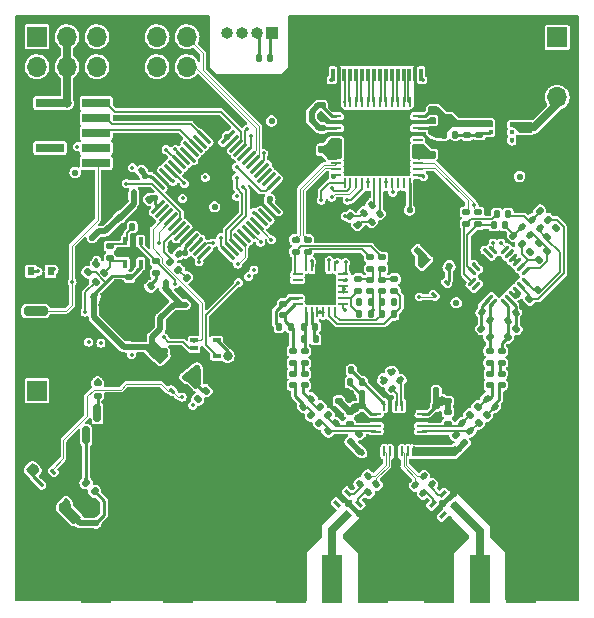
<source format=gbr>
%TF.GenerationSoftware,KiCad,Pcbnew,(6.0.4)*%
%TF.CreationDate,2023-05-19T00:46:40+09:00*%
%TF.ProjectId,RFB,5246422e-6b69-4636-9164-5f7063625858,rev?*%
%TF.SameCoordinates,Original*%
%TF.FileFunction,Copper,L1,Top*%
%TF.FilePolarity,Positive*%
%FSLAX46Y46*%
G04 Gerber Fmt 4.6, Leading zero omitted, Abs format (unit mm)*
G04 Created by KiCad (PCBNEW (6.0.4)) date 2023-05-19 00:46:40*
%MOMM*%
%LPD*%
G01*
G04 APERTURE LIST*
G04 Aperture macros list*
%AMRoundRect*
0 Rectangle with rounded corners*
0 $1 Rounding radius*
0 $2 $3 $4 $5 $6 $7 $8 $9 X,Y pos of 4 corners*
0 Add a 4 corners polygon primitive as box body*
4,1,4,$2,$3,$4,$5,$6,$7,$8,$9,$2,$3,0*
0 Add four circle primitives for the rounded corners*
1,1,$1+$1,$2,$3*
1,1,$1+$1,$4,$5*
1,1,$1+$1,$6,$7*
1,1,$1+$1,$8,$9*
0 Add four rect primitives between the rounded corners*
20,1,$1+$1,$2,$3,$4,$5,0*
20,1,$1+$1,$4,$5,$6,$7,0*
20,1,$1+$1,$6,$7,$8,$9,0*
20,1,$1+$1,$8,$9,$2,$3,0*%
%AMRotRect*
0 Rectangle, with rotation*
0 The origin of the aperture is its center*
0 $1 length*
0 $2 width*
0 $3 Rotation angle, in degrees counterclockwise*
0 Add horizontal line*
21,1,$1,$2,0,0,$3*%
G04 Aperture macros list end*
%TA.AperFunction,SMDPad,CuDef*%
%ADD10RoundRect,0.075000X-0.415425X-0.521491X0.521491X0.415425X0.415425X0.521491X-0.521491X-0.415425X0*%
%TD*%
%TA.AperFunction,SMDPad,CuDef*%
%ADD11RoundRect,0.075000X0.415425X-0.521491X0.521491X-0.415425X-0.415425X0.521491X-0.521491X0.415425X0*%
%TD*%
%TA.AperFunction,SMDPad,CuDef*%
%ADD12R,0.600000X0.750000*%
%TD*%
%TA.AperFunction,SMDPad,CuDef*%
%ADD13RoundRect,0.135000X0.135000X0.185000X-0.135000X0.185000X-0.135000X-0.185000X0.135000X-0.185000X0*%
%TD*%
%TA.AperFunction,SMDPad,CuDef*%
%ADD14RoundRect,0.140000X0.021213X-0.219203X0.219203X-0.021213X-0.021213X0.219203X-0.219203X0.021213X0*%
%TD*%
%TA.AperFunction,SMDPad,CuDef*%
%ADD15RoundRect,0.140000X-0.021213X0.219203X-0.219203X0.021213X0.021213X-0.219203X0.219203X-0.021213X0*%
%TD*%
%TA.AperFunction,SMDPad,CuDef*%
%ADD16R,1.780000X4.190000*%
%TD*%
%TA.AperFunction,SMDPad,CuDef*%
%ADD17R,0.460000X0.890000*%
%TD*%
%TA.AperFunction,ComponentPad*%
%ADD18C,0.970000*%
%TD*%
%TA.AperFunction,SMDPad,CuDef*%
%ADD19R,2.665000X4.190000*%
%TD*%
%TA.AperFunction,SMDPad,CuDef*%
%ADD20RoundRect,0.135000X0.185000X-0.135000X0.185000X0.135000X-0.185000X0.135000X-0.185000X-0.135000X0*%
%TD*%
%TA.AperFunction,SMDPad,CuDef*%
%ADD21RoundRect,0.135000X-0.135000X-0.185000X0.135000X-0.185000X0.135000X0.185000X-0.135000X0.185000X0*%
%TD*%
%TA.AperFunction,ComponentPad*%
%ADD22C,2.600000*%
%TD*%
%TA.AperFunction,ConnectorPad*%
%ADD23C,3.800000*%
%TD*%
%TA.AperFunction,SMDPad,CuDef*%
%ADD24RoundRect,0.140000X-0.170000X0.140000X-0.170000X-0.140000X0.170000X-0.140000X0.170000X0.140000X0*%
%TD*%
%TA.AperFunction,SMDPad,CuDef*%
%ADD25RoundRect,0.135000X0.226274X0.035355X0.035355X0.226274X-0.226274X-0.035355X-0.035355X-0.226274X0*%
%TD*%
%TA.AperFunction,SMDPad,CuDef*%
%ADD26RoundRect,0.140000X0.140000X0.170000X-0.140000X0.170000X-0.140000X-0.170000X0.140000X-0.170000X0*%
%TD*%
%TA.AperFunction,SMDPad,CuDef*%
%ADD27RoundRect,0.087500X0.185616X-0.061872X-0.061872X0.185616X-0.185616X0.061872X0.061872X-0.185616X0*%
%TD*%
%TA.AperFunction,SMDPad,CuDef*%
%ADD28RotRect,1.400000X1.600000X135.000000*%
%TD*%
%TA.AperFunction,SMDPad,CuDef*%
%ADD29RoundRect,0.135000X-0.185000X0.135000X-0.185000X-0.135000X0.185000X-0.135000X0.185000X0.135000X0*%
%TD*%
%TA.AperFunction,SMDPad,CuDef*%
%ADD30RoundRect,0.225000X0.017678X-0.335876X0.335876X-0.017678X-0.017678X0.335876X-0.335876X0.017678X0*%
%TD*%
%TA.AperFunction,SMDPad,CuDef*%
%ADD31RoundRect,0.140000X0.170000X-0.140000X0.170000X0.140000X-0.170000X0.140000X-0.170000X-0.140000X0*%
%TD*%
%TA.AperFunction,SMDPad,CuDef*%
%ADD32R,2.400000X0.740000*%
%TD*%
%TA.AperFunction,SMDPad,CuDef*%
%ADD33RoundRect,0.135000X-0.035355X0.226274X-0.226274X0.035355X0.035355X-0.226274X0.226274X-0.035355X0*%
%TD*%
%TA.AperFunction,ComponentPad*%
%ADD34R,1.700000X1.700000*%
%TD*%
%TA.AperFunction,ComponentPad*%
%ADD35O,1.700000X1.700000*%
%TD*%
%TA.AperFunction,SMDPad,CuDef*%
%ADD36RoundRect,0.087500X-0.185616X0.061872X0.061872X-0.185616X0.185616X-0.061872X-0.061872X0.185616X0*%
%TD*%
%TA.AperFunction,SMDPad,CuDef*%
%ADD37RotRect,1.400000X1.600000X315.000000*%
%TD*%
%TA.AperFunction,SMDPad,CuDef*%
%ADD38RoundRect,0.140000X-0.140000X-0.170000X0.140000X-0.170000X0.140000X0.170000X-0.140000X0.170000X0*%
%TD*%
%TA.AperFunction,SMDPad,CuDef*%
%ADD39RoundRect,0.062500X0.062500X-0.375000X0.062500X0.375000X-0.062500X0.375000X-0.062500X-0.375000X0*%
%TD*%
%TA.AperFunction,SMDPad,CuDef*%
%ADD40RoundRect,0.062500X0.375000X-0.062500X0.375000X0.062500X-0.375000X0.062500X-0.375000X-0.062500X0*%
%TD*%
%TA.AperFunction,ComponentPad*%
%ADD41C,0.500000*%
%TD*%
%TA.AperFunction,SMDPad,CuDef*%
%ADD42R,2.500000X2.500000*%
%TD*%
%TA.AperFunction,SMDPad,CuDef*%
%ADD43R,0.650000X0.400000*%
%TD*%
%TA.AperFunction,SMDPad,CuDef*%
%ADD44RoundRect,0.140000X-0.219203X-0.021213X-0.021213X-0.219203X0.219203X0.021213X0.021213X0.219203X0*%
%TD*%
%TA.AperFunction,SMDPad,CuDef*%
%ADD45RoundRect,0.147500X0.017678X-0.226274X0.226274X-0.017678X-0.017678X0.226274X-0.226274X0.017678X0*%
%TD*%
%TA.AperFunction,SMDPad,CuDef*%
%ADD46RoundRect,0.200000X0.800000X-0.200000X0.800000X0.200000X-0.800000X0.200000X-0.800000X-0.200000X0*%
%TD*%
%TA.AperFunction,SMDPad,CuDef*%
%ADD47RoundRect,0.062500X0.309359X-0.220971X-0.220971X0.309359X-0.309359X0.220971X0.220971X-0.309359X0*%
%TD*%
%TA.AperFunction,SMDPad,CuDef*%
%ADD48RoundRect,0.062500X0.309359X0.220971X0.220971X0.309359X-0.309359X-0.220971X-0.220971X-0.309359X0*%
%TD*%
%TA.AperFunction,SMDPad,CuDef*%
%ADD49RotRect,2.500000X2.500000X135.000000*%
%TD*%
%TA.AperFunction,SMDPad,CuDef*%
%ADD50RoundRect,0.135000X0.035355X-0.226274X0.226274X-0.035355X-0.035355X0.226274X-0.226274X0.035355X0*%
%TD*%
%TA.AperFunction,SMDPad,CuDef*%
%ADD51RoundRect,0.147500X0.226274X0.017678X0.017678X0.226274X-0.226274X-0.017678X-0.017678X-0.226274X0*%
%TD*%
%TA.AperFunction,SMDPad,CuDef*%
%ADD52RoundRect,0.140000X0.219203X0.021213X0.021213X0.219203X-0.219203X-0.021213X-0.021213X-0.219203X0*%
%TD*%
%TA.AperFunction,SMDPad,CuDef*%
%ADD53RoundRect,0.093750X-0.093750X-0.106250X0.093750X-0.106250X0.093750X0.106250X-0.093750X0.106250X0*%
%TD*%
%TA.AperFunction,SMDPad,CuDef*%
%ADD54R,1.000000X1.600000*%
%TD*%
%TA.AperFunction,SMDPad,CuDef*%
%ADD55RotRect,0.350000X0.700000X135.000000*%
%TD*%
%TA.AperFunction,SMDPad,CuDef*%
%ADD56RoundRect,0.225000X0.250000X-0.225000X0.250000X0.225000X-0.250000X0.225000X-0.250000X-0.225000X0*%
%TD*%
%TA.AperFunction,SMDPad,CuDef*%
%ADD57RoundRect,0.062500X0.375000X0.062500X-0.375000X0.062500X-0.375000X-0.062500X0.375000X-0.062500X0*%
%TD*%
%TA.AperFunction,SMDPad,CuDef*%
%ADD58RoundRect,0.062500X0.062500X0.375000X-0.062500X0.375000X-0.062500X-0.375000X0.062500X-0.375000X0*%
%TD*%
%TA.AperFunction,SMDPad,CuDef*%
%ADD59RoundRect,0.150000X-0.150000X0.587500X-0.150000X-0.587500X0.150000X-0.587500X0.150000X0.587500X0*%
%TD*%
%TA.AperFunction,SMDPad,CuDef*%
%ADD60R,0.400000X0.650000*%
%TD*%
%TA.AperFunction,SMDPad,CuDef*%
%ADD61RoundRect,0.062500X-0.375000X-0.062500X0.375000X-0.062500X0.375000X0.062500X-0.375000X0.062500X0*%
%TD*%
%TA.AperFunction,SMDPad,CuDef*%
%ADD62RoundRect,0.062500X-0.062500X-0.375000X0.062500X-0.375000X0.062500X0.375000X-0.062500X0.375000X0*%
%TD*%
%TA.AperFunction,SMDPad,CuDef*%
%ADD63R,5.600000X5.600000*%
%TD*%
%TA.AperFunction,SMDPad,CuDef*%
%ADD64RoundRect,0.135000X-0.226274X-0.035355X-0.035355X-0.226274X0.226274X0.035355X0.035355X0.226274X0*%
%TD*%
%TA.AperFunction,SMDPad,CuDef*%
%ADD65RotRect,0.350000X0.700000X45.000000*%
%TD*%
%TA.AperFunction,ComponentPad*%
%ADD66R,1.000000X1.000000*%
%TD*%
%TA.AperFunction,ComponentPad*%
%ADD67O,1.000000X1.000000*%
%TD*%
%TA.AperFunction,SMDPad,CuDef*%
%ADD68R,0.300000X1.100000*%
%TD*%
%TA.AperFunction,SMDPad,CuDef*%
%ADD69R,2.300000X3.100000*%
%TD*%
%TA.AperFunction,SMDPad,CuDef*%
%ADD70R,1.750000X1.750000*%
%TD*%
%TA.AperFunction,ViaPad*%
%ADD71C,0.350000*%
%TD*%
%TA.AperFunction,ViaPad*%
%ADD72C,0.550000*%
%TD*%
%TA.AperFunction,ViaPad*%
%ADD73C,0.800000*%
%TD*%
%TA.AperFunction,Conductor*%
%ADD74C,0.250000*%
%TD*%
%TA.AperFunction,Conductor*%
%ADD75C,0.500000*%
%TD*%
%TA.AperFunction,Conductor*%
%ADD76C,0.090000*%
%TD*%
%TA.AperFunction,Conductor*%
%ADD77C,0.160000*%
%TD*%
%TA.AperFunction,Conductor*%
%ADD78C,0.670000*%
%TD*%
%TA.AperFunction,Conductor*%
%ADD79C,0.101600*%
%TD*%
%TA.AperFunction,Conductor*%
%ADD80C,0.350000*%
%TD*%
%TA.AperFunction,Conductor*%
%ADD81C,0.146812*%
%TD*%
%TA.AperFunction,Conductor*%
%ADD82C,0.190000*%
%TD*%
G04 APERTURE END LIST*
D10*
%TO.P,U11,1,VBAT*%
%TO.N,VCC*%
X45200924Y-72575988D03*
%TO.P,U11,2,PC13*%
%TO.N,unconnected-(U11-Pad2)*%
X45554478Y-72929542D03*
%TO.P,U11,3,PC14*%
%TO.N,/SPI_CS_PLL*%
X45908031Y-73283095D03*
%TO.P,U11,4,PC15*%
%TO.N,/PLL_RAMPDIR*%
X46261585Y-73636649D03*
%TO.P,U11,5,PH0*%
%TO.N,/MCU_REFCLK*%
X46615138Y-73990202D03*
%TO.P,U11,6,PH1*%
%TO.N,Net-(D1-Pad2)*%
X46968691Y-74343755D03*
%TO.P,U11,7,NRST*%
%TO.N,/STM_NRST*%
X47322245Y-74697309D03*
%TO.P,U11,8,VSSA*%
%TO.N,GND*%
X47675798Y-75050862D03*
%TO.P,U11,9,VDDA*%
%TO.N,VCC*%
X48029351Y-75404415D03*
%TO.P,U11,10,PA0*%
%TO.N,/STM_GPA0*%
X48382905Y-75757969D03*
%TO.P,U11,11,PA1*%
%TO.N,/STM_GPA1*%
X48736458Y-76111522D03*
%TO.P,U11,12,PA2*%
%TO.N,/PLL_RAMPCLK*%
X49090012Y-76465076D03*
D11*
%TO.P,U11,13,PA3*%
%TO.N,/STM_GPA3*%
X51087588Y-76465076D03*
%TO.P,U11,14,PA4*%
%TO.N,/STM_GPA4*%
X51441142Y-76111522D03*
%TO.P,U11,15,PA5*%
%TO.N,/STM_GPA5*%
X51794695Y-75757969D03*
%TO.P,U11,16,PA6*%
%TO.N,/PA_EN*%
X52148249Y-75404415D03*
%TO.P,U11,17,PA7*%
%TO.N,unconnected-(U11-Pad17)*%
X52501802Y-75050862D03*
%TO.P,U11,18,PB0*%
%TO.N,/SPI_CS_ADC*%
X52855355Y-74697309D03*
%TO.P,U11,19,PB1*%
%TO.N,unconnected-(U11-Pad19)*%
X53208909Y-74343755D03*
%TO.P,U11,20,PB2*%
%TO.N,/ADC_RESET*%
X53562462Y-73990202D03*
%TO.P,U11,21,PB10*%
%TO.N,/SPI_SCK*%
X53916015Y-73636649D03*
%TO.P,U11,22,PB11*%
%TO.N,unconnected-(U11-Pad22)*%
X54269569Y-73283095D03*
%TO.P,U11,23,VSS*%
%TO.N,GND*%
X54623122Y-72929542D03*
%TO.P,U11,24,VDD*%
%TO.N,VCC*%
X54976676Y-72575988D03*
D10*
%TO.P,U11,25,PB12*%
%TO.N,/STM_GPB12*%
X54976676Y-70578412D03*
%TO.P,U11,26,PB13*%
%TO.N,unconnected-(U11-Pad26)*%
X54623122Y-70224858D03*
%TO.P,U11,27,PB14*%
%TO.N,/SPI_MISO*%
X54269569Y-69871305D03*
%TO.P,U11,28,PB15*%
%TO.N,/SPI_MOSI*%
X53916015Y-69517751D03*
%TO.P,U11,29,PA8*%
%TO.N,/STM_GPA8*%
X53562462Y-69164198D03*
%TO.P,U11,30,PA9*%
%TO.N,/LNA_S1*%
X53208909Y-68810645D03*
%TO.P,U11,31,PA10*%
%TO.N,/LNA_S2*%
X52855355Y-68457091D03*
%TO.P,U11,32,PA11*%
%TO.N,/CAN_R*%
X52501802Y-68103538D03*
%TO.P,U11,33,PA12*%
%TO.N,/CAN_T*%
X52148249Y-67749985D03*
%TO.P,U11,34,PA13*%
%TO.N,/STM_SWDIO*%
X51794695Y-67396431D03*
%TO.P,U11,35,VSS*%
%TO.N,GND*%
X51441142Y-67042878D03*
%TO.P,U11,36,VDD*%
%TO.N,VCC*%
X51087588Y-66689324D03*
D11*
%TO.P,U11,37,PA14*%
%TO.N,/STM_SWCLK*%
X49090012Y-66689324D03*
%TO.P,U11,38,PA15*%
%TO.N,unconnected-(U11-Pad38)*%
X48736458Y-67042878D03*
%TO.P,U11,39,PB3*%
%TO.N,/STM_SWO*%
X48382905Y-67396431D03*
%TO.P,U11,40,PB4*%
%TO.N,/STM_GPB4*%
X48029351Y-67749985D03*
%TO.P,U11,41,PB5*%
%TO.N,/STM_GPB5*%
X47675798Y-68103538D03*
%TO.P,U11,42,PB6*%
%TO.N,/LNA_EN1*%
X47322245Y-68457091D03*
%TO.P,U11,43,PB7*%
%TO.N,/LNA_EN2*%
X46968691Y-68810645D03*
%TO.P,U11,44,PH3*%
%TO.N,unconnected-(U11-Pad44)*%
X46615138Y-69164198D03*
%TO.P,U11,45,PB8*%
%TO.N,/STM_GPB8*%
X46261585Y-69517751D03*
%TO.P,U11,46,PB9*%
%TO.N,/PLL_CE*%
X45908031Y-69871305D03*
%TO.P,U11,47,VSS*%
%TO.N,GND*%
X45554478Y-70224858D03*
%TO.P,U11,48,VDD*%
%TO.N,VCC*%
X45200924Y-70578412D03*
%TD*%
D12*
%TO.P,U1,1,NC*%
%TO.N,GND*%
X34442400Y-79158800D03*
%TO.P,U1,2,GND*%
X36092400Y-79158800D03*
%TO.P,U1,3,OUT*%
%TO.N,Net-(R1-Pad1)*%
X36092400Y-78028800D03*
%TO.P,U1,4,VCC*%
%TO.N,/3V3D*%
X34442400Y-78028800D03*
%TD*%
D13*
%TO.P,R9,1*%
%TO.N,GND*%
X44045600Y-74269600D03*
%TO.P,R9,2*%
%TO.N,Net-(R10-Pad1)*%
X43025600Y-74269600D03*
%TD*%
D14*
%TO.P,C74,1*%
%TO.N,GND*%
X61563878Y-93896822D03*
%TO.P,C74,2*%
%TO.N,/MIX_5VA*%
X62242700Y-93218000D03*
%TD*%
D15*
%TO.P,C31,1*%
%TO.N,Net-(C31-Pad1)*%
X44577000Y-79298800D03*
%TO.P,C31,2*%
%TO.N,GND*%
X43898178Y-79977622D03*
%TD*%
D16*
%TO.P,J1,1,In*%
%TO.N,/Mixer/MIX_RFA*%
X72453500Y-104038400D03*
D17*
%TO.P,J1,2,Ext*%
%TO.N,GND*%
X75946000Y-101498400D03*
D18*
X75946000Y-101053400D03*
X68961000Y-101053400D03*
D19*
X75946000Y-104038400D03*
D17*
X68961000Y-101498400D03*
D19*
X68961000Y-104038400D03*
%TD*%
D20*
%TO.P,R31,1*%
%TO.N,Net-(C79-Pad2)*%
X73266300Y-85777800D03*
%TO.P,R31,2*%
%TO.N,Net-(C81-Pad2)*%
X73266300Y-84757800D03*
%TD*%
D21*
%TO.P,R21,1*%
%TO.N,Net-(R17-Pad1)*%
X62207500Y-81677200D03*
%TO.P,R21,2*%
%TO.N,Net-(C57-Pad2)*%
X63227500Y-81677200D03*
%TD*%
D22*
%TO.P,H1,1,1*%
%TO.N,GND*%
X77673200Y-95478600D03*
D23*
X77673200Y-95478600D03*
%TD*%
D24*
%TO.P,C55,1*%
%TO.N,Net-(C55-Pad1)*%
X64192700Y-76851200D03*
%TO.P,C55,2*%
%TO.N,Net-(C55-Pad2)*%
X64192700Y-77811200D03*
%TD*%
D25*
%TO.P,R46,1*%
%TO.N,/PA_8VA*%
X39827200Y-96647000D03*
%TO.P,R46,2*%
%TO.N,Net-(Q1-Pad3)*%
X39105952Y-95925752D03*
%TD*%
D26*
%TO.P,C65,1*%
%TO.N,/MIX_5VA*%
X68745100Y-88188800D03*
%TO.P,C65,2*%
%TO.N,GND*%
X67785100Y-88188800D03*
%TD*%
D24*
%TO.P,C53,1*%
%TO.N,Net-(C53-Pad1)*%
X55778400Y-80774600D03*
%TO.P,C53,2*%
%TO.N,Net-(C53-Pad2)*%
X55778400Y-81734600D03*
%TD*%
D16*
%TO.P,J2,1,In*%
%TO.N,/Mixer/MIX_RFB*%
X59931300Y-104038400D03*
D19*
%TO.P,J2,2,Ext*%
%TO.N,GND*%
X56438800Y-104038400D03*
D17*
X56438800Y-101498400D03*
X63423800Y-101498400D03*
D18*
X63423800Y-101053400D03*
D19*
X63423800Y-104038400D03*
D18*
X56438800Y-101053400D03*
%TD*%
D24*
%TO.P,C12,1*%
%TO.N,GND*%
X72374700Y-64567400D03*
%TO.P,C12,2*%
%TO.N,/1V8D*%
X72374700Y-65527400D03*
%TD*%
D27*
%TO.P,U10,1,VO*%
%TO.N,/PA_8VA*%
X37093025Y-97862200D03*
%TO.P,U10,2,Vo_s*%
X37446578Y-97508647D03*
%TO.P,U10,3,GND*%
%TO.N,GND*%
X37800132Y-97155093D03*
%TO.P,U10,4,GND*%
X38153685Y-96801540D03*
%TO.P,U10,5,EN*%
%TO.N,VCC*%
X36332885Y-94980740D03*
%TO.P,U10,6,GND*%
%TO.N,GND*%
X35979332Y-95334293D03*
%TO.P,U10,7,GND*%
X35625778Y-95687847D03*
%TO.P,U10,8,VCC*%
%TO.N,/12V*%
X35272225Y-96041400D03*
D28*
%TO.P,U10,9,GND*%
%TO.N,GND*%
X36712955Y-96421470D03*
%TD*%
D29*
%TO.P,R6,1*%
%TO.N,Net-(C32-Pad1)*%
X45034200Y-77163200D03*
%TO.P,R6,2*%
%TO.N,Net-(C31-Pad1)*%
X45034200Y-78183200D03*
%TD*%
D30*
%TO.P,C89,1*%
%TO.N,/PA_8VA*%
X38024072Y-98810218D03*
%TO.P,C89,2*%
%TO.N,GND*%
X39120088Y-97714202D03*
%TD*%
D24*
%TO.P,C35,1*%
%TO.N,GND*%
X59055000Y-63020000D03*
%TO.P,C35,2*%
%TO.N,/1V8D*%
X59055000Y-63980000D03*
%TD*%
%TO.P,C36,1*%
%TO.N,GND*%
X59055000Y-64925000D03*
%TO.P,C36,2*%
%TO.N,/1V8D*%
X59055000Y-65885000D03*
%TD*%
D15*
%TO.P,C61,1*%
%TO.N,/Mixer/BBN*%
X62968401Y-95348055D03*
%TO.P,C61,2*%
%TO.N,Net-(C61-Pad2)*%
X62289579Y-96026877D03*
%TD*%
D24*
%TO.P,C72,1*%
%TO.N,GND*%
X60502800Y-88039000D03*
%TO.P,C72,2*%
%TO.N,/MIX_5VA*%
X60502800Y-88999000D03*
%TD*%
D20*
%TO.P,R71,1*%
%TO.N,GND*%
X72374700Y-67485800D03*
%TO.P,R71,2*%
%TO.N,Net-(C130-Pad2)*%
X72374700Y-66465800D03*
%TD*%
D31*
%TO.P,C79,1*%
%TO.N,Net-(C77-Pad2)*%
X73266300Y-87655400D03*
%TO.P,C79,2*%
%TO.N,Net-(C79-Pad2)*%
X73266300Y-86695400D03*
%TD*%
D32*
%TO.P,J8,1,VTref*%
%TO.N,VCC*%
X36048400Y-63779400D03*
%TO.P,J8,2,SWDIO/TMS*%
%TO.N,/STM_SWDIO*%
X39948400Y-63779400D03*
%TO.P,J8,3,GND*%
%TO.N,GND*%
X36048400Y-65049400D03*
%TO.P,J8,4,SWDCLK/TCK*%
%TO.N,/STM_SWCLK*%
X39948400Y-65049400D03*
%TO.P,J8,5,GND*%
%TO.N,GND*%
X36048400Y-66319400D03*
%TO.P,J8,6,SWO/TDO*%
%TO.N,/STM_SWO*%
X39948400Y-66319400D03*
%TO.P,J8,7,KEY*%
%TO.N,unconnected-(J8-Pad7)*%
X36048400Y-67589400D03*
%TO.P,J8,8,NC/TDI*%
%TO.N,unconnected-(J8-Pad8)*%
X39948400Y-67589400D03*
%TO.P,J8,9,GNDDetect*%
%TO.N,GND*%
X36048400Y-68859400D03*
%TO.P,J8,10,~{RESET}*%
%TO.N,/STM_NRST*%
X39948400Y-68859400D03*
%TD*%
D20*
%TO.P,R13,1*%
%TO.N,Net-(C50-Pad2)*%
X57619900Y-85800000D03*
%TO.P,R13,2*%
%TO.N,Net-(C52-Pad1)*%
X57619900Y-84780000D03*
%TD*%
D33*
%TO.P,R62,1*%
%TO.N,/PLL_CE*%
X39984624Y-77388776D03*
%TO.P,R62,2*%
%TO.N,/PLL_3V3A*%
X39263376Y-78110024D03*
%TD*%
D34*
%TO.P,J9,1,Pin_1*%
%TO.N,/3V3D*%
X34950400Y-88138000D03*
D35*
%TO.P,J9,2,Pin_2*%
%TO.N,GND*%
X34950400Y-90678000D03*
%TD*%
D24*
%TO.P,C15,1*%
%TO.N,GND*%
X42697400Y-83489800D03*
%TO.P,C15,2*%
%TO.N,/PLL_3V3A*%
X42697400Y-84449800D03*
%TD*%
D22*
%TO.P,H2,1,1*%
%TO.N,GND*%
X73126600Y-60452000D03*
D23*
X73126600Y-60452000D03*
%TD*%
D25*
%TO.P,R11,1*%
%TO.N,/ADC_REFCLKP*%
X62146124Y-74071424D03*
%TO.P,R11,2*%
%TO.N,/ADC_REFCLKN*%
X61424876Y-73350176D03*
%TD*%
D36*
%TO.P,U22,1,VO*%
%TO.N,/PLL_3V3A*%
X45619330Y-85249470D03*
%TO.P,U22,2,Vo_s*%
X45265777Y-85603023D03*
%TO.P,U22,3,GND*%
%TO.N,GND*%
X44912223Y-85956577D03*
%TO.P,U22,4,GND*%
X44558670Y-86310130D03*
%TO.P,U22,5,EN*%
%TO.N,VCC*%
X46379470Y-88130930D03*
%TO.P,U22,6,GND*%
%TO.N,GND*%
X46733023Y-87777377D03*
%TO.P,U22,7,GND*%
X47086577Y-87423823D03*
%TO.P,U22,8,VCC*%
%TO.N,/3V6*%
X47440130Y-87070270D03*
D37*
%TO.P,U22,9,GND*%
%TO.N,GND*%
X45999400Y-86690200D03*
%TD*%
D20*
%TO.P,R17,1*%
%TO.N,Net-(R17-Pad1)*%
X62160700Y-79696000D03*
%TO.P,R17,2*%
%TO.N,Net-(C54-Pad2)*%
X62160700Y-78676000D03*
%TD*%
D21*
%TO.P,R15,1*%
%TO.N,Net-(C52-Pad1)*%
X57529000Y-83769200D03*
%TO.P,R15,2*%
%TO.N,Net-(C52-Pad2)*%
X58549000Y-83769200D03*
%TD*%
%TO.P,R25,1*%
%TO.N,Net-(R24-Pad2)*%
X61567600Y-86410800D03*
%TO.P,R25,2*%
%TO.N,GND*%
X62587600Y-86410800D03*
%TD*%
D15*
%TO.P,C40,1*%
%TO.N,/ADC/CLKN*%
X63293311Y-72380789D03*
%TO.P,C40,2*%
%TO.N,/ADC_REFCLKN*%
X62614489Y-73059611D03*
%TD*%
D38*
%TO.P,C82,1*%
%TO.N,Net-(C82-Pad1)*%
X73621900Y-74142600D03*
%TO.P,C82,2*%
%TO.N,Net-(C82-Pad2)*%
X74581900Y-74142600D03*
%TD*%
D39*
%TO.P,U7,1,-IN1*%
%TO.N,Net-(C52-Pad1)*%
X57694700Y-81481100D03*
%TO.P,U7,2,+FB1*%
%TO.N,Net-(C52-Pad2)*%
X58194700Y-81481100D03*
%TO.P,U7,3,+FB2*%
%TO.N,/IFF_3V3A*%
X58694700Y-81481100D03*
%TO.P,U7,4,+FB2*%
X59194700Y-81481100D03*
%TO.P,U7,5,-FB2*%
%TO.N,Net-(R18-Pad1)*%
X59694700Y-81481100D03*
%TO.P,U7,6,+IN2*%
%TO.N,Net-(C58-Pad2)*%
X60194700Y-81481100D03*
D40*
%TO.P,U7,7,-IN2*%
%TO.N,Net-(C57-Pad2)*%
X60882200Y-80793600D03*
%TO.P,U7,8,+FB2*%
%TO.N,Net-(R17-Pad1)*%
X60882200Y-80293600D03*
%TO.P,U7,9,+FB2*%
%TO.N,/IFF_3V3A*%
X60882200Y-79793600D03*
%TO.P,U7,10,+FB2*%
X60882200Y-79293600D03*
%TO.P,U7,11,VOCM2*%
%TO.N,/IF_VCM*%
X60882200Y-78793600D03*
%TO.P,U7,12,+2*%
%TO.N,/ADC/ADC_INAN*%
X60882200Y-78293600D03*
D39*
%TO.P,U7,13,-2*%
%TO.N,/ADC/ADC_INAP*%
X60194700Y-77606100D03*
%TO.P,U7,14,~{DISABLE2}*%
%TO.N,Net-(R23-Pad2)*%
X59694700Y-77606100D03*
%TO.P,U7,15,-FB2*%
%TO.N,GND*%
X59194700Y-77606100D03*
%TO.P,U7,16,-FB2*%
X58694700Y-77606100D03*
%TO.P,U7,17,VOCM1*%
%TO.N,/IF_VCM*%
X58194700Y-77606100D03*
%TO.P,U7,18,+1*%
%TO.N,Net-(C54-Pad1)*%
X57694700Y-77606100D03*
D40*
%TO.P,U7,19,-1*%
%TO.N,Net-(C55-Pad1)*%
X57007200Y-78293600D03*
%TO.P,U7,20,~{DISABLE1}*%
%TO.N,unconnected-(U7-Pad20)*%
X57007200Y-78793600D03*
%TO.P,U7,21,-FB2*%
%TO.N,GND*%
X57007200Y-79293600D03*
%TO.P,U7,22,-FB2*%
X57007200Y-79793600D03*
%TO.P,U7,23,-FB1*%
%TO.N,Net-(C53-Pad1)*%
X57007200Y-80293600D03*
%TO.P,U7,24,+IN1*%
%TO.N,Net-(C53-Pad2)*%
X57007200Y-80793600D03*
D41*
%TO.P,U7,25,EP*%
%TO.N,GND*%
X59944700Y-78543600D03*
X58944700Y-79543600D03*
X58944700Y-78543600D03*
X57944700Y-78543600D03*
D42*
X58944700Y-79543600D03*
D41*
X57944700Y-79543600D03*
X58944700Y-80543600D03*
X59944700Y-80543600D03*
X57944700Y-80543600D03*
X59944700Y-79543600D03*
%TD*%
D43*
%TO.P,U12,1*%
%TO.N,/SPI_CS_PLL*%
X48249800Y-83881200D03*
%TO.P,U12,2*%
%TO.N,/Generator/MUXOUT*%
X48249800Y-84531200D03*
%TO.P,U12,3,GND*%
%TO.N,GND*%
X48249800Y-85181200D03*
%TO.P,U12,4*%
%TO.N,/SPI_MISO*%
X50149800Y-85181200D03*
%TO.P,U12,5,VCC*%
%TO.N,VCC*%
X50149800Y-83881200D03*
%TD*%
D31*
%TO.P,C44,1*%
%TO.N,/ADC_1V8A*%
X68409800Y-68130900D03*
%TO.P,C44,2*%
%TO.N,GND*%
X68409800Y-67170900D03*
%TD*%
D15*
%TO.P,C143,1*%
%TO.N,/PLL_3V3A*%
X44697022Y-84690578D03*
%TO.P,C143,2*%
%TO.N,GND*%
X44018200Y-85369400D03*
%TD*%
D31*
%TO.P,C51,1*%
%TO.N,Net-(C49-Pad2)*%
X56603900Y-87670400D03*
%TO.P,C51,2*%
%TO.N,Net-(C51-Pad2)*%
X56603900Y-86710400D03*
%TD*%
D24*
%TO.P,C57,1*%
%TO.N,Net-(C54-Pad2)*%
X63176700Y-78730800D03*
%TO.P,C57,2*%
%TO.N,Net-(C57-Pad2)*%
X63176700Y-79690800D03*
%TD*%
D44*
%TO.P,C6,1*%
%TO.N,GND*%
X41265789Y-72736389D03*
%TO.P,C6,2*%
%TO.N,/3V3D*%
X41944611Y-73415211D03*
%TD*%
D21*
%TO.P,R20,1*%
%TO.N,Net-(C58-Pad2)*%
X64137900Y-80661200D03*
%TO.P,R20,2*%
%TO.N,/IF_VCM*%
X65157900Y-80661200D03*
%TD*%
D45*
%TO.P,L7,1,1*%
%TO.N,/IF Filter/IFN*%
X71608464Y-90162638D03*
%TO.P,L7,2,2*%
%TO.N,Net-(C77-Pad2)*%
X72294358Y-89476744D03*
%TD*%
D24*
%TO.P,C45,1*%
%TO.N,GND*%
X68409800Y-63360900D03*
%TO.P,C45,2*%
%TO.N,/1V8D*%
X68409800Y-64320900D03*
%TD*%
D44*
%TO.P,C101,1*%
%TO.N,GND*%
X46320389Y-75860589D03*
%TO.P,C101,2*%
%TO.N,VCC*%
X46999211Y-76539411D03*
%TD*%
D36*
%TO.P,U20,1,VO*%
%TO.N,/IFF_3V3A*%
X67806230Y-77174316D03*
%TO.P,U20,2,Vo_s*%
X67452677Y-77527869D03*
%TO.P,U20,3,GND*%
%TO.N,GND*%
X67099123Y-77881423D03*
%TO.P,U20,4,GND*%
X66745570Y-78234976D03*
%TO.P,U20,5,EN*%
%TO.N,VCC*%
X68566370Y-80055776D03*
%TO.P,U20,6,GND*%
%TO.N,GND*%
X68919923Y-79702223D03*
%TO.P,U20,7,GND*%
X69273477Y-79348669D03*
%TO.P,U20,8,VCC*%
%TO.N,/3V6*%
X69627030Y-78995116D03*
D37*
%TO.P,U20,9,GND*%
%TO.N,GND*%
X68186300Y-78615046D03*
%TD*%
D44*
%TO.P,C86,1*%
%TO.N,Net-(C83-Pad2)*%
X76830692Y-73682832D03*
%TO.P,C86,2*%
%TO.N,Net-(C86-Pad2)*%
X77509514Y-74361654D03*
%TD*%
D15*
%TO.P,C41,1*%
%TO.N,/ADC/CLKP*%
X63953711Y-73142789D03*
%TO.P,C41,2*%
%TO.N,/ADC_REFCLKP*%
X63274889Y-73821611D03*
%TD*%
D20*
%TO.P,R70,1*%
%TO.N,Net-(C130-Pad2)*%
X71358700Y-66524600D03*
%TO.P,R70,2*%
%TO.N,/1V8D*%
X71358700Y-65504600D03*
%TD*%
D44*
%TO.P,C81,1*%
%TO.N,Net-(C81-Pad1)*%
X72622089Y-81499389D03*
%TO.P,C81,2*%
%TO.N,Net-(C81-Pad2)*%
X73300911Y-82178211D03*
%TD*%
D46*
%TO.P,SW1,1,1*%
%TO.N,GND*%
X34823400Y-85589800D03*
%TO.P,SW1,2,2*%
%TO.N,/STM_NRST*%
X34823400Y-81389800D03*
%TD*%
D47*
%TO.P,U9,1,-IN1*%
%TO.N,Net-(C80-Pad1)*%
X74539836Y-80719620D03*
%TO.P,U9,2,+FB1*%
%TO.N,Net-(C80-Pad2)*%
X74893389Y-80366066D03*
%TO.P,U9,3,+FB2*%
%TO.N,/IFF_3V3A*%
X75246943Y-80012513D03*
%TO.P,U9,4,+FB2*%
X75600496Y-79658960D03*
%TO.P,U9,5,-FB2*%
%TO.N,Net-(R35-Pad1)*%
X75954049Y-79305406D03*
%TO.P,U9,6,+IN2*%
%TO.N,Net-(C86-Pad2)*%
X76307603Y-78951853D03*
D48*
%TO.P,U9,7,-IN2*%
%TO.N,Net-(C85-Pad2)*%
X76307603Y-77979581D03*
%TO.P,U9,8,+FB2*%
%TO.N,Net-(R34-Pad1)*%
X75954049Y-77626028D03*
%TO.P,U9,9,+FB2*%
%TO.N,/IFF_3V3A*%
X75600496Y-77272474D03*
%TO.P,U9,10,+FB2*%
X75246943Y-76918921D03*
%TO.P,U9,11,VOCM2*%
%TO.N,/IF_VCM*%
X74893389Y-76565368D03*
%TO.P,U9,12,+2*%
%TO.N,/ADC/ADC_INBP*%
X74539836Y-76211814D03*
D47*
%TO.P,U9,13,-2*%
%TO.N,/ADC/ADC_INBN*%
X73567564Y-76211814D03*
%TO.P,U9,14,~{DISABLE2}*%
%TO.N,Net-(R12-Pad2)*%
X73214011Y-76565368D03*
%TO.P,U9,15,-FB2*%
%TO.N,GND*%
X72860457Y-76918921D03*
%TO.P,U9,16,-FB2*%
X72506904Y-77272474D03*
%TO.P,U9,17,VOCM1*%
%TO.N,/IF_VCM*%
X72153351Y-77626028D03*
%TO.P,U9,18,+1*%
%TO.N,Net-(C82-Pad1)*%
X71799797Y-77979581D03*
D48*
%TO.P,U9,19,-1*%
%TO.N,Net-(C83-Pad1)*%
X71799797Y-78951853D03*
%TO.P,U9,20,~{DISABLE1}*%
%TO.N,unconnected-(U9-Pad20)*%
X72153351Y-79305406D03*
%TO.P,U9,21,-FB2*%
%TO.N,GND*%
X72506904Y-79658960D03*
%TO.P,U9,22,-FB2*%
X72860457Y-80012513D03*
%TO.P,U9,23,-FB1*%
%TO.N,Net-(C81-Pad1)*%
X73214011Y-80366066D03*
%TO.P,U9,24,+IN1*%
%TO.N,Net-(C81-Pad2)*%
X73567564Y-80719620D03*
D41*
%TO.P,U9,25,EP*%
%TO.N,GND*%
X73346593Y-77758610D03*
X74053700Y-77051503D03*
X72639486Y-78465717D03*
D49*
X74053700Y-78465717D03*
D41*
X74053700Y-78465717D03*
X73346593Y-79172824D03*
X74760807Y-77758610D03*
X74053700Y-79879931D03*
X74760807Y-79172824D03*
X75467914Y-78465717D03*
%TD*%
D15*
%TO.P,C47,1*%
%TO.N,/IF Filter1/IFP*%
X60261500Y-90881200D03*
%TO.P,C47,2*%
%TO.N,/IF Filter1/IFN*%
X59582678Y-91560022D03*
%TD*%
D44*
%TO.P,C85,1*%
%TO.N,Net-(C82-Pad2)*%
X76009500Y-74295000D03*
%TO.P,C85,2*%
%TO.N,Net-(C85-Pad2)*%
X76688322Y-74973822D03*
%TD*%
D50*
%TO.P,R54,1*%
%TO.N,/Power/2V5_PG*%
X48559776Y-88854224D03*
%TO.P,R54,2*%
%TO.N,/3V6*%
X49281024Y-88132976D03*
%TD*%
D38*
%TO.P,C2,1*%
%TO.N,GND*%
X42166600Y-71602600D03*
%TO.P,C2,2*%
%TO.N,/3V3D*%
X43126600Y-71602600D03*
%TD*%
D21*
%TO.P,R16,1*%
%TO.N,Net-(C53-Pad1)*%
X55446200Y-82727800D03*
%TO.P,R16,2*%
%TO.N,Net-(C53-Pad2)*%
X56466200Y-82727800D03*
%TD*%
D51*
%TO.P,L4,1,1*%
%TO.N,/IF Filter1/IFP*%
X59579001Y-90162781D03*
%TO.P,L4,2,2*%
%TO.N,Net-(C49-Pad1)*%
X58893107Y-89476887D03*
%TD*%
D38*
%TO.P,C52,1*%
%TO.N,Net-(C52-Pad1)*%
X57559000Y-82727800D03*
%TO.P,C52,2*%
%TO.N,Net-(C52-Pad2)*%
X58519000Y-82727800D03*
%TD*%
D24*
%TO.P,C58,1*%
%TO.N,Net-(C55-Pad2)*%
X64192700Y-78736000D03*
%TO.P,C58,2*%
%TO.N,Net-(C58-Pad2)*%
X64192700Y-79696000D03*
%TD*%
D50*
%TO.P,R39,1*%
%TO.N,Net-(R35-Pad1)*%
X76644500Y-80365600D03*
%TO.P,R39,2*%
%TO.N,Net-(C86-Pad2)*%
X77365748Y-79644352D03*
%TD*%
D31*
%TO.P,C16,1*%
%TO.N,GND*%
X42773600Y-79496800D03*
%TO.P,C16,2*%
%TO.N,/PLL_3V3A*%
X42773600Y-78536800D03*
%TD*%
D29*
%TO.P,R42,1*%
%TO.N,/ADC/ADC_INAN*%
X57855900Y-75348600D03*
%TO.P,R42,2*%
%TO.N,Net-(C54-Pad1)*%
X57855900Y-76368600D03*
%TD*%
D52*
%TO.P,C123,1*%
%TO.N,/3V6*%
X69837300Y-77698600D03*
%TO.P,C123,2*%
%TO.N,GND*%
X69158478Y-77019778D03*
%TD*%
%TO.P,C77,1*%
%TO.N,Net-(C77-Pad1)*%
X73693156Y-89478017D03*
%TO.P,C77,2*%
%TO.N,Net-(C77-Pad2)*%
X73014334Y-88799195D03*
%TD*%
D53*
%TO.P,IC9,1,OUT*%
%TO.N,/1V8D*%
X73368300Y-65606200D03*
%TO.P,IC9,2,FB*%
%TO.N,Net-(C130-Pad2)*%
X73368300Y-66256200D03*
%TO.P,IC9,3,GND*%
%TO.N,GND*%
X73368300Y-66906200D03*
%TO.P,IC9,4,EN*%
%TO.N,VCC*%
X75143300Y-66906200D03*
%TO.P,IC9,5,PG*%
%TO.N,unconnected-(IC9-Pad5)*%
X75143300Y-66256200D03*
%TO.P,IC9,6,IN*%
%TO.N,/3V6*%
X75143300Y-65606200D03*
D54*
%TO.P,IC9,7,GND*%
%TO.N,GND*%
X74255800Y-66256200D03*
%TD*%
D15*
%TO.P,C129,2*%
%TO.N,GND*%
X47768189Y-88223411D03*
%TO.P,C129,1*%
%TO.N,/3V6*%
X48447011Y-87544589D03*
%TD*%
D38*
%TO.P,C83,1*%
%TO.N,Net-(C83-Pad1)*%
X73878500Y-73152000D03*
%TO.P,C83,2*%
%TO.N,Net-(C83-Pad2)*%
X74838500Y-73152000D03*
%TD*%
D24*
%TO.P,C66,1*%
%TO.N,/MIX_5VA*%
X62444500Y-89417200D03*
%TO.P,C66,2*%
%TO.N,GND*%
X62444500Y-90377200D03*
%TD*%
D52*
%TO.P,C71,1*%
%TO.N,GND*%
X70947922Y-93820622D03*
%TO.P,C71,2*%
%TO.N,/MIX_5VA*%
X70269100Y-93141800D03*
%TD*%
D34*
%TO.P,J7,1,Pin_1*%
%TO.N,/3V6*%
X34950400Y-58166000D03*
D35*
%TO.P,J7,2,Pin_2*%
X34950400Y-60706000D03*
%TO.P,J7,3,Pin_3*%
%TO.N,VCC*%
X37490400Y-58166000D03*
%TO.P,J7,4,Pin_4*%
X37490400Y-60706000D03*
%TO.P,J7,5,Pin_5*%
%TO.N,/12V*%
X40030400Y-58166000D03*
%TO.P,J7,6,Pin_6*%
X40030400Y-60706000D03*
%TO.P,J7,7,Pin_7*%
%TO.N,GND*%
X42570400Y-58166000D03*
%TO.P,J7,8,Pin_8*%
X42570400Y-60706000D03*
%TO.P,J7,9,Pin_9*%
%TO.N,/LNA_EN1*%
X45110400Y-58166000D03*
%TO.P,J7,10,Pin_10*%
%TO.N,/LNA_EN2*%
X45110400Y-60706000D03*
%TO.P,J7,11,Pin_11*%
%TO.N,/LNA_S1*%
X47650400Y-58166000D03*
%TO.P,J7,12,Pin_12*%
%TO.N,/LNA_S2*%
X47650400Y-60706000D03*
%TD*%
D55*
%TO.P,FL2,1*%
%TO.N,/Mixer/MIX_RFA*%
X70241003Y-97782278D03*
%TO.P,FL2,2,GND*%
%TO.N,GND*%
X69781384Y-97322658D03*
%TO.P,FL2,3*%
%TO.N,Net-(C60-Pad1)*%
X69321764Y-96863039D03*
%TO.P,FL2,4*%
%TO.N,Net-(C59-Pad2)*%
X68437881Y-97746922D03*
%TO.P,FL2,5,GND*%
%TO.N,GND*%
X68897500Y-98206542D03*
%TO.P,FL2,6,NC*%
%TO.N,unconnected-(FL2-Pad6)*%
X69357120Y-98666161D03*
%TD*%
D44*
%TO.P,C64,1*%
%TO.N,/PLL_RFMXN*%
X64299857Y-87288599D03*
%TO.P,C64,2*%
%TO.N,Net-(C64-Pad2)*%
X64978679Y-87967421D03*
%TD*%
D29*
%TO.P,R28,1*%
%TO.N,/MIX_5VA*%
X69735700Y-89939400D03*
%TO.P,R28,2*%
%TO.N,/IF Filter/IFN*%
X69735700Y-90959400D03*
%TD*%
D52*
%TO.P,C63,1*%
%TO.N,Net-(C63-Pad1)*%
X65697100Y-87249000D03*
%TO.P,C63,2*%
%TO.N,/PLL_RFMXP*%
X65018278Y-86570178D03*
%TD*%
D20*
%TO.P,R30,1*%
%TO.N,Net-(C78-Pad2)*%
X74282300Y-85777800D03*
%TO.P,R30,2*%
%TO.N,Net-(C80-Pad1)*%
X74282300Y-84757800D03*
%TD*%
D15*
%TO.P,C133,1*%
%TO.N,/IFF_3V3A*%
X67188722Y-76285224D03*
%TO.P,C133,2*%
%TO.N,GND*%
X66509900Y-76964046D03*
%TD*%
D56*
%TO.P,C120,1*%
%TO.N,/3V6*%
X76403200Y-65849800D03*
%TO.P,C120,2*%
%TO.N,GND*%
X76403200Y-64299800D03*
%TD*%
D50*
%TO.P,R38,1*%
%TO.N,Net-(R34-Pad1)*%
X77426876Y-77068624D03*
%TO.P,R38,2*%
%TO.N,Net-(C85-Pad2)*%
X78148124Y-76347376D03*
%TD*%
D52*
%TO.P,C60,1*%
%TO.N,Net-(C60-Pad1)*%
X68374597Y-96070916D03*
%TO.P,C60,2*%
%TO.N,/Mixer/BAP*%
X67695775Y-95392094D03*
%TD*%
D14*
%TO.P,C62,1*%
%TO.N,Net-(C62-Pad1)*%
X63011678Y-96741622D03*
%TO.P,C62,2*%
%TO.N,/Mixer/BBP*%
X63690500Y-96062800D03*
%TD*%
D57*
%TO.P,U8,1,GND*%
%TO.N,GND*%
X67531600Y-92592400D03*
%TO.P,U8,2,GND*%
X67531600Y-92092400D03*
%TO.P,U8,3,OP1+*%
%TO.N,/IF Filter/IFP*%
X67531600Y-91592400D03*
%TO.P,U8,4,OP1-*%
%TO.N,/IF Filter/IFN*%
X67531600Y-91092400D03*
%TO.P,U8,5,GND*%
%TO.N,GND*%
X67531600Y-90592400D03*
%TO.P,U8,6,VPOS*%
%TO.N,/MIX_5VA*%
X67531600Y-90092400D03*
D58*
%TO.P,U8,7,~{ENBL}*%
%TO.N,GND*%
X66844100Y-89404900D03*
%TO.P,U8,8,GND*%
X66344100Y-89404900D03*
%TO.P,U8,9,LOIP*%
%TO.N,Net-(C63-Pad1)*%
X65844100Y-89404900D03*
%TO.P,U8,10,LOIN*%
%TO.N,Net-(C64-Pad2)*%
X65344100Y-89404900D03*
%TO.P,U8,11,GND*%
%TO.N,GND*%
X64844100Y-89404900D03*
%TO.P,U8,12,VSET*%
%TO.N,Net-(R24-Pad2)*%
X64344100Y-89404900D03*
D57*
%TO.P,U8,13,VPOS*%
%TO.N,/MIX_5VA*%
X63656600Y-90092400D03*
%TO.P,U8,14,GND*%
%TO.N,GND*%
X63656600Y-90592400D03*
%TO.P,U8,15,OP2-*%
%TO.N,/IF Filter1/IFP*%
X63656600Y-91092400D03*
%TO.P,U8,16,OP2+*%
%TO.N,/IF Filter1/IFN*%
X63656600Y-91592400D03*
%TO.P,U8,17,GND*%
%TO.N,GND*%
X63656600Y-92092400D03*
%TO.P,U8,18,GND*%
X63656600Y-92592400D03*
D58*
%TO.P,U8,19,RF2-*%
%TO.N,/Mixer/BBN*%
X64344100Y-93279900D03*
%TO.P,U8,20,RF2+*%
%TO.N,/Mixer/BBP*%
X64844100Y-93279900D03*
%TO.P,U8,21,GND*%
%TO.N,GND*%
X65344100Y-93279900D03*
%TO.P,U8,22,RF1-*%
%TO.N,/Mixer/BAN*%
X65844100Y-93279900D03*
%TO.P,U8,23,RF1+*%
%TO.N,/Mixer/BAP*%
X66344100Y-93279900D03*
%TO.P,U8,24,VPOS*%
%TO.N,/MIX_5VA*%
X66844100Y-93279900D03*
D41*
%TO.P,U8,25,GND*%
%TO.N,GND*%
X66594100Y-92342400D03*
X64594100Y-91342400D03*
X66594100Y-90342400D03*
X64594100Y-90342400D03*
X65594100Y-91342400D03*
X65594100Y-90342400D03*
D42*
X65594100Y-91342400D03*
D41*
X66594100Y-91342400D03*
X64594100Y-92342400D03*
X65594100Y-92342400D03*
%TD*%
D33*
%TO.P,R8,1*%
%TO.N,Net-(R10-Pad2)*%
X40645024Y-78176176D03*
%TO.P,R8,2*%
%TO.N,Net-(C30-Pad2)*%
X39923776Y-78897424D03*
%TD*%
D29*
%TO.P,R40,1*%
%TO.N,/ADC/ADC_INBP*%
X72301100Y-73023000D03*
%TO.P,R40,2*%
%TO.N,Net-(C82-Pad1)*%
X72301100Y-74043000D03*
%TD*%
D51*
%TO.P,L5,1,1*%
%TO.N,/IF Filter1/IFN*%
X58860581Y-90881200D03*
%TO.P,L5,2,2*%
%TO.N,Net-(C49-Pad2)*%
X58174687Y-90195306D03*
%TD*%
D21*
%TO.P,R24,1*%
%TO.N,/MIX_5VA*%
X61476700Y-87426800D03*
%TO.P,R24,2*%
%TO.N,Net-(R24-Pad2)*%
X62496700Y-87426800D03*
%TD*%
D20*
%TO.P,R43,1*%
%TO.N,Net-(C55-Pad1)*%
X56839900Y-76368600D03*
%TO.P,R43,2*%
%TO.N,/ADC/ADC_INAP*%
X56839900Y-75348600D03*
%TD*%
D13*
%TO.P,R22,1*%
%TO.N,Net-(R18-Pad1)*%
X65159900Y-81677200D03*
%TO.P,R22,2*%
%TO.N,Net-(C58-Pad2)*%
X64139900Y-81677200D03*
%TD*%
D20*
%TO.P,R14,1*%
%TO.N,Net-(C51-Pad2)*%
X56603900Y-85798000D03*
%TO.P,R14,2*%
%TO.N,Net-(C53-Pad2)*%
X56603900Y-84778000D03*
%TD*%
D34*
%TO.P,J6,1,Pin_1*%
%TO.N,/12V*%
X78994000Y-58216800D03*
D35*
%TO.P,J6,2,Pin_2*%
%TO.N,GND*%
X78994000Y-60756800D03*
%TO.P,J6,3,Pin_3*%
%TO.N,/3V6*%
X78994000Y-63296800D03*
%TD*%
D14*
%TO.P,C14,1*%
%TO.N,GND*%
X45168178Y-80206222D03*
%TO.P,C14,2*%
%TO.N,/PLL_3V3A*%
X45847000Y-79527400D03*
%TD*%
%TO.P,C94,1*%
%TO.N,VCC*%
X43821978Y-69563622D03*
%TO.P,C94,2*%
%TO.N,GND*%
X44500800Y-68884800D03*
%TD*%
D20*
%TO.P,R45,1*%
%TO.N,Net-(Q1-Pad1)*%
X40081200Y-88544401D03*
%TO.P,R45,2*%
%TO.N,/PA_EN*%
X40081200Y-87524401D03*
%TD*%
D31*
%TO.P,C78,1*%
%TO.N,Net-(C77-Pad1)*%
X74282300Y-87655400D03*
%TO.P,C78,2*%
%TO.N,Net-(C78-Pad2)*%
X74282300Y-86695400D03*
%TD*%
D25*
%TO.P,R35,1*%
%TO.N,Net-(R35-Pad1)*%
X78229348Y-73644648D03*
%TO.P,R35,2*%
%TO.N,Net-(C83-Pad2)*%
X77508100Y-72923400D03*
%TD*%
D45*
%TO.P,L6,1,1*%
%TO.N,/IF Filter/IFP*%
X72328581Y-90879362D03*
%TO.P,L6,2,2*%
%TO.N,Net-(C77-Pad1)*%
X73014475Y-90193468D03*
%TD*%
D52*
%TO.P,C18,1*%
%TO.N,GND*%
X40462200Y-80822800D03*
%TO.P,C18,2*%
%TO.N,/PLL_3V3A*%
X39783378Y-80143978D03*
%TD*%
D50*
%TO.P,R37,1*%
%TO.N,Net-(C86-Pad2)*%
X78168500Y-75082400D03*
%TO.P,R37,2*%
%TO.N,/IF_VCM*%
X78889748Y-74361152D03*
%TD*%
D13*
%TO.P,R19,1*%
%TO.N,Net-(C57-Pad2)*%
X63229500Y-80661200D03*
%TO.P,R19,2*%
%TO.N,/IF_VCM*%
X62209500Y-80661200D03*
%TD*%
D15*
%TO.P,C49,1*%
%TO.N,Net-(C49-Pad1)*%
X58176242Y-88799619D03*
%TO.P,C49,2*%
%TO.N,Net-(C49-Pad2)*%
X57497420Y-89478441D03*
%TD*%
D38*
%TO.P,C130,1*%
%TO.N,/1V8D*%
X69408100Y-66446400D03*
%TO.P,C130,2*%
%TO.N,Net-(C130-Pad2)*%
X70368100Y-66446400D03*
%TD*%
D59*
%TO.P,Q1,1,B*%
%TO.N,Net-(Q1-Pad1)*%
X40066000Y-90045300D03*
%TO.P,Q1,2,E*%
%TO.N,GND*%
X38166000Y-90045300D03*
%TO.P,Q1,3,C*%
%TO.N,Net-(Q1-Pad3)*%
X39116000Y-91920300D03*
%TD*%
D33*
%TO.P,R36,1*%
%TO.N,Net-(C85-Pad2)*%
X77431900Y-75641200D03*
%TO.P,R36,2*%
%TO.N,/IF_VCM*%
X76710652Y-76362448D03*
%TD*%
D60*
%TO.P,U5,1,+*%
%TO.N,Net-(C32-Pad1)*%
X43728397Y-75472400D03*
%TO.P,U5,2,V-*%
%TO.N,GND*%
X43078397Y-75472400D03*
%TO.P,U5,3,-*%
%TO.N,Net-(R10-Pad1)*%
X42428397Y-75472400D03*
%TO.P,U5,4*%
%TO.N,Net-(R10-Pad2)*%
X42428397Y-77372400D03*
%TO.P,U5,5,V+*%
%TO.N,/PLL_3V3A*%
X43728397Y-77372400D03*
%TD*%
D14*
%TO.P,C80,1*%
%TO.N,Net-(C80-Pad1)*%
X74790300Y-82194400D03*
%TO.P,C80,2*%
%TO.N,Net-(C80-Pad2)*%
X75469122Y-81515578D03*
%TD*%
D24*
%TO.P,C37,1*%
%TO.N,GND*%
X59055000Y-66830000D03*
%TO.P,C37,2*%
%TO.N,/ADC_1V8A*%
X59055000Y-67790000D03*
%TD*%
D26*
%TO.P,C67,1*%
%TO.N,/MIX_5VA*%
X62456000Y-88442800D03*
%TO.P,C67,2*%
%TO.N,GND*%
X61496000Y-88442800D03*
%TD*%
D25*
%TO.P,R34,1*%
%TO.N,Net-(R34-Pad1)*%
X76009500Y-75717400D03*
%TO.P,R34,2*%
%TO.N,Net-(C82-Pad2)*%
X75288252Y-74996152D03*
%TD*%
D50*
%TO.P,R32,1*%
%TO.N,Net-(C80-Pad1)*%
X74790300Y-83616800D03*
%TO.P,R32,2*%
%TO.N,Net-(C80-Pad2)*%
X75511548Y-82895552D03*
%TD*%
D56*
%TO.P,C139,1*%
%TO.N,/1V8D*%
X69684900Y-65164000D03*
%TO.P,C139,2*%
%TO.N,GND*%
X69684900Y-63614000D03*
%TD*%
D20*
%TO.P,R41,1*%
%TO.N,Net-(C83-Pad1)*%
X71263700Y-74043000D03*
%TO.P,R41,2*%
%TO.N,/ADC/ADC_INBN*%
X71263700Y-73023000D03*
%TD*%
D61*
%TO.P,IC3,1,GND_1*%
%TO.N,GND*%
X60298700Y-64392900D03*
%TO.P,IC3,2,DVDD_1*%
%TO.N,/1V8D*%
X60298700Y-64892900D03*
%TO.P,IC3,3,GND_2*%
%TO.N,GND*%
X60298700Y-65392900D03*
%TO.P,IC3,4,DVDD_2*%
%TO.N,/1V8D*%
X60298700Y-65892900D03*
%TO.P,IC3,5,GND_3*%
%TO.N,GND*%
X60298700Y-66392900D03*
%TO.P,IC3,6,AVDD_1*%
%TO.N,/ADC_1V8A*%
X60298700Y-66892900D03*
%TO.P,IC3,7,AVDD_2*%
X60298700Y-67392900D03*
%TO.P,IC3,8,AVDD_3*%
X60298700Y-67892900D03*
%TO.P,IC3,9,AVDD_4*%
X60298700Y-68392900D03*
%TO.P,IC3,10,INAP*%
%TO.N,/ADC/ADC_INAP*%
X60298700Y-68892900D03*
%TO.P,IC3,11,INAM*%
%TO.N,/ADC/ADC_INAN*%
X60298700Y-69392900D03*
%TO.P,IC3,12,AVDD_5*%
%TO.N,/ADC_1V8A*%
X60298700Y-69892900D03*
D62*
%TO.P,IC3,13,SCLK*%
%TO.N,/SPI_SCK*%
X60986200Y-70580400D03*
%TO.P,IC3,14,SDATA*%
%TO.N,/SPI_MOSI*%
X61486200Y-70580400D03*
%TO.P,IC3,15,SEN*%
%TO.N,/SPI_CS_ADC*%
X61986200Y-70580400D03*
%TO.P,IC3,16,SDOUT*%
%TO.N,/ADC/ADC_SDO*%
X62486200Y-70580400D03*
%TO.P,IC3,17,AVDD_6*%
%TO.N,/ADC_1V8A*%
X62986200Y-70580400D03*
%TO.P,IC3,18,CLKM*%
%TO.N,/ADC/CLKN*%
X63486200Y-70580400D03*
%TO.P,IC3,19,CLKP*%
%TO.N,/ADC/CLKP*%
X63986200Y-70580400D03*
%TO.P,IC3,20,AVDD_7*%
%TO.N,/ADC_1V8A*%
X64486200Y-70580400D03*
%TO.P,IC3,21,RESET*%
%TO.N,/ADC_RESET*%
X64986200Y-70580400D03*
%TO.P,IC3,22,SYSREFP*%
%TO.N,unconnected-(IC3-Pad22)*%
X65486200Y-70580400D03*
%TO.P,IC3,23,SYSREFM*%
%TO.N,unconnected-(IC3-Pad23)*%
X65986200Y-70580400D03*
%TO.P,IC3,24,VCM*%
%TO.N,/IF_VCM*%
X66486200Y-70580400D03*
D61*
%TO.P,IC3,25,AVDD_8*%
%TO.N,/ADC_1V8A*%
X67173700Y-69892900D03*
%TO.P,IC3,26,INBM*%
%TO.N,/ADC/ADC_INBN*%
X67173700Y-69392900D03*
%TO.P,IC3,27,INBP*%
%TO.N,/ADC/ADC_INBP*%
X67173700Y-68892900D03*
%TO.P,IC3,28,AVDD_9*%
%TO.N,/ADC_1V8A*%
X67173700Y-68392900D03*
%TO.P,IC3,29,AVDD_10*%
X67173700Y-67892900D03*
%TO.P,IC3,30,AVDD_11*%
X67173700Y-67392900D03*
%TO.P,IC3,31,PDN*%
%TO.N,unconnected-(IC3-Pad31)*%
X67173700Y-66892900D03*
%TO.P,IC3,32,GND_4*%
%TO.N,GND*%
X67173700Y-66392900D03*
%TO.P,IC3,33,DVDD_3*%
%TO.N,/1V8D*%
X67173700Y-65892900D03*
%TO.P,IC3,34,GND_5*%
%TO.N,GND*%
X67173700Y-65392900D03*
%TO.P,IC3,35,DVDD_4*%
%TO.N,/1V8D*%
X67173700Y-64892900D03*
%TO.P,IC3,36,GND_6*%
%TO.N,GND*%
X67173700Y-64392900D03*
D62*
%TO.P,IC3,37,DB1P*%
%TO.N,/ADC/ADC_DB1P*%
X66486200Y-63705400D03*
%TO.P,IC3,38,DB1M*%
%TO.N,/ADC/ADC_DB1N*%
X65986200Y-63705400D03*
%TO.P,IC3,39,DB0P*%
%TO.N,/ADC/ADC_DB0P*%
X65486200Y-63705400D03*
%TO.P,IC3,40,DB0M*%
%TO.N,/ADC/ADC_DB0N*%
X64986200Y-63705400D03*
%TO.P,IC3,41,FCLKP*%
%TO.N,/ADC/ADC_FCLKP*%
X64486200Y-63705400D03*
%TO.P,IC3,42,FCLKM*%
%TO.N,/ADC/ADC_FCLKN*%
X63986200Y-63705400D03*
%TO.P,IC3,43,DCLKP*%
%TO.N,/ADC/ADC_DCLKP*%
X63486200Y-63705400D03*
%TO.P,IC3,44,DCLKM*%
%TO.N,/ADC/ADC_DCLKN*%
X62986200Y-63705400D03*
%TO.P,IC3,45,DA1P*%
%TO.N,/ADC/ADC_DA1P*%
X62486200Y-63705400D03*
%TO.P,IC3,46,DA1M*%
%TO.N,/ADC/ADC_DA1N*%
X61986200Y-63705400D03*
%TO.P,IC3,47,DA0P*%
%TO.N,/ADC/ADC_DA0P*%
X61486200Y-63705400D03*
%TO.P,IC3,48,DA0M*%
%TO.N,/ADC/ADC_DA0N*%
X60986200Y-63705400D03*
D41*
%TO.P,IC3,49,EP*%
%TO.N,GND*%
X63736200Y-68417900D03*
X63736200Y-67142900D03*
X65011200Y-68417900D03*
X62461200Y-68417900D03*
X63736200Y-69692900D03*
X61186200Y-68417900D03*
D63*
X63736200Y-67142900D03*
D41*
X61186200Y-67142900D03*
X62461200Y-69692900D03*
X65011200Y-64592900D03*
X66286200Y-67142900D03*
X63736200Y-64592900D03*
X66286200Y-69692900D03*
X63736200Y-65867900D03*
X61186200Y-64592900D03*
X66286200Y-68417900D03*
X62461200Y-67142900D03*
X66286200Y-64592900D03*
X65011200Y-65867900D03*
X62461200Y-65867900D03*
X66286200Y-65867900D03*
X65011200Y-69692900D03*
X62461200Y-64592900D03*
X61186200Y-69692900D03*
X65011200Y-67142900D03*
X61186200Y-65867900D03*
%TD*%
D64*
%TO.P,R33,1*%
%TO.N,Net-(C81-Pad1)*%
X72570452Y-82870152D03*
%TO.P,R33,2*%
%TO.N,Net-(C81-Pad2)*%
X73291700Y-83591400D03*
%TD*%
D26*
%TO.P,C92,1*%
%TO.N,Net-(C92-Pad1)*%
X54683600Y-59969400D03*
%TO.P,C92,2*%
%TO.N,Net-(C92-Pad2)*%
X53723600Y-59969400D03*
%TD*%
D33*
%TO.P,R27,1*%
%TO.N,/IF Filter1/IFN*%
X62242700Y-91770200D03*
%TO.P,R27,2*%
%TO.N,/MIX_5VA*%
X61521452Y-92491448D03*
%TD*%
D24*
%TO.P,C46,1*%
%TO.N,GND*%
X68409800Y-65263300D03*
%TO.P,C46,2*%
%TO.N,/1V8D*%
X68409800Y-66223300D03*
%TD*%
D29*
%TO.P,R29,1*%
%TO.N,/MIX_5VA*%
X61429900Y-89914000D03*
%TO.P,R29,2*%
%TO.N,/IF Filter1/IFP*%
X61429900Y-90934000D03*
%TD*%
D44*
%TO.P,C59,1*%
%TO.N,/Mixer/BAN*%
X66981032Y-96114191D03*
%TO.P,C59,2*%
%TO.N,Net-(C59-Pad2)*%
X67659854Y-96793013D03*
%TD*%
D24*
%TO.P,C73,1*%
%TO.N,GND*%
X69735700Y-88064400D03*
%TO.P,C73,2*%
%TO.N,/MIX_5VA*%
X69735700Y-89024400D03*
%TD*%
D29*
%TO.P,R10,1*%
%TO.N,Net-(R10-Pad1)*%
X41122600Y-75916600D03*
%TO.P,R10,2*%
%TO.N,Net-(R10-Pad2)*%
X41122600Y-76936600D03*
%TD*%
D52*
%TO.P,C75,1*%
%TO.N,/IF Filter/IFP*%
X71608322Y-91560022D03*
%TO.P,C75,2*%
%TO.N,/IF Filter/IFN*%
X70929500Y-90881200D03*
%TD*%
D20*
%TO.P,R18,1*%
%TO.N,Net-(R18-Pad1)*%
X65208700Y-79696000D03*
%TO.P,R18,2*%
%TO.N,Net-(C55-Pad2)*%
X65208700Y-78676000D03*
%TD*%
D65*
%TO.P,FL3,1*%
%TO.N,/Mixer/MIX_RFB*%
X61272661Y-98607639D03*
%TO.P,FL3,2,GND*%
%TO.N,GND*%
X61732281Y-98148020D03*
%TO.P,FL3,3*%
%TO.N,Net-(C62-Pad1)*%
X62191900Y-97688400D03*
%TO.P,FL3,4*%
%TO.N,Net-(C61-Pad2)*%
X61308017Y-96804517D03*
%TO.P,FL3,5,GND*%
%TO.N,GND*%
X60848397Y-97264136D03*
%TO.P,FL3,6,NC*%
%TO.N,unconnected-(FL3-Pad6)*%
X60388778Y-97723756D03*
%TD*%
D24*
%TO.P,C68,1*%
%TO.N,/MIX_5VA*%
X68743700Y-89417200D03*
%TO.P,C68,2*%
%TO.N,GND*%
X68743700Y-90377200D03*
%TD*%
D31*
%TO.P,C50,1*%
%TO.N,Net-(C49-Pad1)*%
X57619900Y-87675600D03*
%TO.P,C50,2*%
%TO.N,Net-(C50-Pad2)*%
X57619900Y-86715600D03*
%TD*%
D23*
%TO.P,H3,1,1*%
%TO.N,GND*%
X51765200Y-98018600D03*
D22*
X51765200Y-98018600D03*
%TD*%
D30*
%TO.P,C88,1*%
%TO.N,/12V*%
X34580192Y-94858208D03*
%TO.P,C88,2*%
%TO.N,GND*%
X35676208Y-93762192D03*
%TD*%
D66*
%TO.P,J5,1,Pin_1*%
%TO.N,Net-(C92-Pad1)*%
X54813200Y-57886600D03*
D67*
%TO.P,J5,2,Pin_2*%
%TO.N,Net-(C92-Pad2)*%
X53543200Y-57886600D03*
%TO.P,J5,3,Pin_3*%
%TO.N,Net-(J5-Pad3)*%
X52273200Y-57886600D03*
%TO.P,J5,4,Pin_4*%
%TO.N,Net-(J5-Pad4)*%
X51003200Y-57886600D03*
%TD*%
D64*
%TO.P,R26,1*%
%TO.N,/IF Filter/IFP*%
X70411452Y-91861752D03*
%TO.P,R26,2*%
%TO.N,/MIX_5VA*%
X71132700Y-92583000D03*
%TD*%
D68*
%TO.P,J4,1,Pin_1*%
%TO.N,VCC*%
X67478600Y-61395600D03*
%TO.P,J4,2,Pin_2*%
%TO.N,GND*%
X66978600Y-61395600D03*
%TO.P,J4,3,Pin_3*%
%TO.N,/ADC/ADC_DB1P*%
X66478600Y-61395600D03*
%TO.P,J4,4,Pin_4*%
%TO.N,/ADC/ADC_DB1N*%
X65978600Y-61395600D03*
%TO.P,J4,5,Pin_5*%
%TO.N,/ADC/ADC_DB0P*%
X65478600Y-61395600D03*
%TO.P,J4,6,Pin_6*%
%TO.N,/ADC/ADC_DB0N*%
X64978600Y-61395600D03*
%TO.P,J4,7,Pin_7*%
%TO.N,/ADC/ADC_FCLKP*%
X64478600Y-61395600D03*
%TO.P,J4,8,Pin_8*%
%TO.N,/ADC/ADC_FCLKN*%
X63978600Y-61395600D03*
%TO.P,J4,9,Pin_9*%
%TO.N,/ADC/ADC_DCLKP*%
X63478600Y-61395600D03*
%TO.P,J4,10,Pin_10*%
%TO.N,/ADC/ADC_DCLKN*%
X62978600Y-61395600D03*
%TO.P,J4,11,Pin_11*%
%TO.N,/ADC/ADC_DA1P*%
X62478600Y-61395600D03*
%TO.P,J4,12,Pin_12*%
%TO.N,/ADC/ADC_DA1N*%
X61978600Y-61395600D03*
%TO.P,J4,13,Pin_13*%
%TO.N,/ADC/ADC_DA0P*%
X61478600Y-61395600D03*
%TO.P,J4,14,Pin_14*%
%TO.N,/ADC/ADC_DA0N*%
X60978600Y-61395600D03*
%TO.P,J4,15,Pin_15*%
%TO.N,GND*%
X60478600Y-61395600D03*
%TO.P,J4,16,Pin_16*%
%TO.N,VCC*%
X59978600Y-61395600D03*
D69*
%TO.P,J4,MP,MountPin*%
%TO.N,GND*%
X58308600Y-59695600D03*
X69148600Y-59695600D03*
%TD*%
D31*
%TO.P,C70,1*%
%TO.N,/MIX_5VA*%
X68745100Y-93314400D03*
%TO.P,C70,2*%
%TO.N,GND*%
X68745100Y-92354400D03*
%TD*%
D24*
%TO.P,C54,1*%
%TO.N,Net-(C54-Pad1)*%
X63176700Y-76851200D03*
%TO.P,C54,2*%
%TO.N,Net-(C54-Pad2)*%
X63176700Y-77811200D03*
%TD*%
D64*
%TO.P,R53,1*%
%TO.N,Net-(D1-Pad1)*%
X47619976Y-78582576D03*
%TO.P,R53,2*%
%TO.N,GND*%
X48341224Y-79303824D03*
%TD*%
D19*
%TO.P,J3,2,Ext*%
%TO.N,GND*%
X46926500Y-104038400D03*
X39941500Y-104038400D03*
D18*
X39941500Y-101053400D03*
D17*
X39941500Y-101498400D03*
D18*
X46926500Y-101053400D03*
D17*
X46926500Y-101498400D03*
%TD*%
D41*
%TO.P,U4,41,GND*%
%TO.N,GND*%
X43422800Y-83203800D03*
X43452800Y-79203800D03*
X40722800Y-80473800D03*
X41992800Y-83203800D03*
X43452800Y-80473800D03*
X41992800Y-80473800D03*
X44722800Y-81933800D03*
X43452800Y-81933800D03*
X41992800Y-81933800D03*
X44722800Y-80473800D03*
X41992800Y-79203800D03*
X40722800Y-81933800D03*
%TD*%
D51*
%TO.P,D1,1,K*%
%TO.N,Net-(D1-Pad1)*%
X46926547Y-77889147D03*
%TO.P,D1,2,A*%
%TO.N,Net-(D1-Pad2)*%
X46240653Y-77203253D03*
%TD*%
D70*
%TO.P,IC5,17,EPAD*%
%TO.N,GND*%
X43076200Y-96736600D03*
D41*
X42451200Y-96111600D03*
X43701200Y-96111600D03*
X43701200Y-97361600D03*
X42451200Y-97361600D03*
%TD*%
D15*
%TO.P,C93,1*%
%TO.N,VCC*%
X44450000Y-71958200D03*
%TO.P,C93,2*%
%TO.N,GND*%
X43771178Y-72637022D03*
%TD*%
D71*
%TO.N,GND*%
X49428400Y-90398600D03*
X50038000Y-90043000D03*
X50647600Y-90398600D03*
X51866800Y-89687400D03*
X51257200Y-90043000D03*
X50038000Y-89331800D03*
X49428400Y-88976200D03*
X50038000Y-88620600D03*
X50038000Y-87909400D03*
X49428399Y-89687400D03*
X50647600Y-89687400D03*
X54838600Y-83261200D03*
X50571399Y-83261200D03*
X51282600Y-83261200D03*
X50571399Y-82143600D03*
X51282600Y-82143600D03*
X62743105Y-85780905D03*
X35763200Y-85928200D03*
X33883600Y-85928200D03*
X56769000Y-74498200D03*
%TO.N,/STM_GPA3*%
X49199800Y-70078600D03*
X50520600Y-75184000D03*
%TO.N,/STM_GPA8*%
X54152800Y-68046600D03*
%TO.N,/STM_GPB5*%
X48234600Y-68656200D03*
%TO.N,/STM_GPB12*%
X51841400Y-69189600D03*
%TO.N,/STM_GPA4*%
X51841400Y-70104000D03*
%TO.N,/STM_GPA5*%
X52425600Y-70891400D03*
%TO.N,/STM_GPA1*%
X51841400Y-71678800D03*
%TO.N,/STM_GPA0*%
X48844200Y-75285600D03*
%TO.N,/STM_GPA1*%
X49809400Y-75641200D03*
%TO.N,/STM_GPA0*%
X47269400Y-71856600D03*
%TO.N,/STM_GPB8*%
X47421800Y-70586600D03*
%TO.N,/STM_GPB4*%
X47472600Y-67183000D03*
%TO.N,GND*%
X43992800Y-72593200D03*
X41532816Y-71932800D03*
X42244016Y-71932800D03*
X47396400Y-79984600D03*
X48260000Y-79273400D03*
X44932600Y-69596000D03*
D72*
%TO.N,VCC*%
X44942463Y-71831200D03*
D71*
%TO.N,GND*%
X48234600Y-74498200D03*
X48437800Y-82143600D03*
X47015400Y-82143600D03*
X46304200Y-82143600D03*
X47726600Y-82143600D03*
X43027600Y-63500000D03*
X43988984Y-63500000D03*
X42062400Y-63500000D03*
X43455584Y-66675000D03*
X41529000Y-65049400D03*
X42490384Y-65049400D03*
X39319200Y-72872600D03*
X35737800Y-79679800D03*
X34315400Y-79679800D03*
X33604200Y-79679800D03*
X35737800Y-78968600D03*
X33604201Y-78968600D03*
X36449000Y-78968600D03*
X34315400Y-78968600D03*
X78130400Y-92024199D03*
X79400400Y-87426800D03*
X78841600Y-89890600D03*
X77419200Y-89890600D03*
X77419200Y-92735400D03*
X77419200Y-89179400D03*
X79552800Y-91313000D03*
X78841600Y-92735400D03*
X79552800Y-90601800D03*
X78130400Y-91313000D03*
X78841600Y-89179400D03*
X78181200Y-87426800D03*
X78130400Y-92735400D03*
X79552800Y-89179400D03*
X78841600Y-90601800D03*
X79552800Y-92024200D03*
X79552800Y-89890600D03*
X78841600Y-91313000D03*
X79552800Y-88468200D03*
X78790800Y-85648800D03*
X77419200Y-91313000D03*
X78841600Y-92024200D03*
X78790800Y-86360000D03*
X78181200Y-86004400D03*
X77419200Y-92024200D03*
X79400401Y-86004400D03*
X78181200Y-86715600D03*
X78130400Y-88468200D03*
X78130400Y-89179400D03*
X77419200Y-90601800D03*
X77419200Y-88468200D03*
X79552800Y-92735400D03*
X78130400Y-89890600D03*
X78790800Y-87071200D03*
X78130400Y-90601800D03*
X79400400Y-86715600D03*
X78841600Y-88468200D03*
X38658800Y-73787000D03*
%TO.N,/3V3D*%
X35026600Y-78028800D03*
%TO.N,Net-(R1-Pad1)*%
X36398200Y-77851000D03*
%TO.N,GND*%
X45770800Y-104063800D03*
X60807600Y-90398600D03*
X57724117Y-90744117D03*
X70891400Y-93726000D03*
X74549000Y-65684400D03*
X48945800Y-74498200D03*
X72847200Y-64846200D03*
X71424800Y-64846200D03*
X65968906Y-95153506D03*
X70378294Y-99435894D03*
X76123800Y-82575400D03*
X41097200Y-104063800D03*
X45161200Y-90678000D03*
X50088800Y-67513200D03*
X66217800Y-87985600D03*
X68173600Y-59639200D03*
X64449883Y-96281317D03*
X68910200Y-70129400D03*
X58729906Y-91749906D03*
X61341000Y-74498200D03*
X67360800Y-94081600D03*
X67843400Y-88392000D03*
X46736000Y-87655400D03*
X59801811Y-89392811D03*
X58572400Y-61061600D03*
X76123800Y-81864200D03*
X58572400Y-58928000D03*
X57581800Y-101930200D03*
X42697400Y-92735400D03*
D72*
X39903400Y-98374200D03*
D71*
X62306200Y-72390000D03*
X45872400Y-97078800D03*
X74980800Y-87198199D03*
X60452000Y-63042800D03*
X67005200Y-63042800D03*
X44450000Y-90373200D03*
X59283600Y-59639200D03*
X71846517Y-92364483D03*
X74803000Y-104774999D03*
X55778400Y-66319400D03*
X74803000Y-101930200D03*
X47726600Y-83261200D03*
X44450000Y-95351600D03*
X62006506Y-99385094D03*
D72*
X36042600Y-96494600D03*
D71*
X45161200Y-94234000D03*
X75514200Y-101930200D03*
X67843400Y-86969600D03*
X44450000Y-91795600D03*
X45872400Y-96367600D03*
X70881189Y-99938789D03*
X64185800Y-95631000D03*
X68529200Y-76428600D03*
X74803000Y-104063800D03*
X74863883Y-89347117D03*
X73939400Y-66040000D03*
X59283600Y-58928000D03*
D72*
X61290339Y-97706078D03*
D71*
X40386000Y-103352600D03*
X72567800Y-83794600D03*
X44399200Y-68351400D03*
X71328306Y-89453694D03*
X65341500Y-93929200D03*
X74980800Y-86487000D03*
X42697400Y-93446600D03*
X73939400Y-65328800D03*
X73837800Y-67589400D03*
X42697400Y-92024200D03*
X67884117Y-94604917D03*
X62306200Y-76631800D03*
X51993801Y-82143600D03*
X63444094Y-97287106D03*
X38887400Y-71932800D03*
X70205600Y-84785200D03*
X46482000Y-102641400D03*
X45770800Y-103352600D03*
X64592200Y-82931000D03*
X70205600Y-86207599D03*
D72*
X70243700Y-96875600D03*
D71*
X62992000Y-105486200D03*
X70104000Y-102641400D03*
X62280800Y-102641400D03*
X46228000Y-75819000D03*
X62773483Y-94554117D03*
X40386000Y-101930200D03*
X79227577Y-79192223D03*
X49047400Y-73406000D03*
X70535800Y-82702400D03*
X69392800Y-101930200D03*
X72572777Y-98582377D03*
X76123800Y-81153000D03*
X69596000Y-61061600D03*
X59090611Y-99252989D03*
X69392800Y-104063800D03*
X64617600Y-73456800D03*
X41097200Y-103352600D03*
X60223400Y-83261200D03*
X45161200Y-99212400D03*
D72*
X38887400Y-87172800D03*
D71*
X65354200Y-94640400D03*
X72852306Y-91358694D03*
X50469800Y-73406000D03*
X50368200Y-74498200D03*
X40843200Y-95758000D03*
X70205600Y-94081600D03*
X51181000Y-73406000D03*
X40386000Y-102641400D03*
X45161200Y-89966800D03*
X62270589Y-95057011D03*
X56870600Y-104774999D03*
X74803000Y-105486200D03*
X48336200Y-73406000D03*
X36550601Y-80797400D03*
X74803000Y-102641400D03*
X38176200Y-89306400D03*
X46863001Y-85354212D03*
X55905400Y-84328000D03*
X57581800Y-104774999D03*
X57150000Y-61061600D03*
X74549000Y-64262000D03*
X65323694Y-82377306D03*
X58851800Y-66827400D03*
X71064094Y-97073694D03*
X49758600Y-73406000D03*
X55727600Y-73406000D03*
X68173600Y-58216801D03*
X62992000Y-104774999D03*
X35814000Y-64871600D03*
X61503611Y-99887989D03*
X58318400Y-87833200D03*
X70205600Y-88341200D03*
X66217800Y-88696800D03*
X66548000Y-87122000D03*
X42697400Y-91312999D03*
X66471800Y-95656400D03*
X74549000Y-64973200D03*
X70104000Y-105486200D03*
D72*
X62852300Y-92354400D03*
D71*
X76987400Y-81026000D03*
X46360106Y-85857106D03*
X76758800Y-64668400D03*
D72*
X68541900Y-90449400D03*
D71*
X41097200Y-105486200D03*
X71729600Y-81153000D03*
X63946989Y-96784211D03*
X45161200Y-91389200D03*
X63362917Y-87340517D03*
X73797212Y-100822812D03*
X36550601Y-82753200D03*
X63240766Y-86278566D03*
X60223400Y-75463400D03*
X59283600Y-58216800D03*
X68940706Y-78379294D03*
X59283600Y-60350400D03*
X46482000Y-104063800D03*
X62280800Y-104063800D03*
X41097200Y-102641400D03*
X70322517Y-90459483D03*
X56870600Y-101930200D03*
X60096400Y-98247200D03*
X59512200Y-75463400D03*
X62992000Y-103352600D03*
X37769800Y-81711800D03*
X68884800Y-58928000D03*
X44450000Y-91084400D03*
X54127401Y-82143600D03*
X66929129Y-79385082D03*
X75514200Y-102641400D03*
X80035400Y-74498200D03*
X61569600Y-72618600D03*
X45770800Y-102641400D03*
D72*
X60388500Y-96799400D03*
D71*
X60690811Y-87792611D03*
X74980800Y-88620600D03*
D72*
X61379100Y-94107000D03*
D71*
X71500872Y-71170672D03*
X42773600Y-100126800D03*
X67691000Y-97815400D03*
X75514200Y-104063800D03*
X63865811Y-87843411D03*
X66192400Y-80467200D03*
X44450000Y-93929200D03*
X58851800Y-99974400D03*
X55905400Y-88595200D03*
X68437812Y-77876399D03*
X74360989Y-89850011D03*
X40284400Y-76022200D03*
X45161200Y-92811600D03*
X64465200Y-72593200D03*
X74447400Y-68656200D03*
X49860200Y-82143600D03*
X80035400Y-78054200D03*
X57861200Y-58928000D03*
X68351400Y-69697600D03*
X36550601Y-80086200D03*
X42697400Y-94157800D03*
X74803000Y-103352600D03*
X73858094Y-90352906D03*
X45770800Y-105486200D03*
X72136000Y-64846200D03*
X67843400Y-86258399D03*
X73355200Y-90855800D03*
X56870600Y-105486200D03*
X45161200Y-96367600D03*
X41275000Y-75158600D03*
X64688694Y-95128106D03*
X69596000Y-58216800D03*
X66192400Y-81178400D03*
X56215434Y-89235434D03*
X69392800Y-102641400D03*
X69392800Y-96113600D03*
X45872400Y-100634800D03*
X47365895Y-85857106D03*
D72*
X42961400Y-88453200D03*
D71*
X41554400Y-96469200D03*
X62992000Y-102641400D03*
X64368706Y-88346306D03*
X64465200Y-71882000D03*
X74447400Y-67945000D03*
X79756000Y-73812400D03*
X70825411Y-89956589D03*
X45872400Y-98501200D03*
X69596000Y-59639200D03*
X59207400Y-74498200D03*
X80035400Y-76631800D03*
X61595000Y-76631800D03*
X62357000Y-75463400D03*
X46304200Y-83261200D03*
X69596000Y-58928000D03*
X59334400Y-73406000D03*
X40821616Y-71932800D03*
D72*
X41783000Y-86080600D03*
D71*
X57581800Y-105486200D03*
X56438800Y-73406000D03*
X44450000Y-93218000D03*
X70104000Y-101930200D03*
X73075672Y-99085272D03*
X70104000Y-103352600D03*
X37261800Y-80797400D03*
X37312600Y-74650600D03*
D72*
X62191900Y-98602800D03*
X68440300Y-98653600D03*
D71*
X69911011Y-71130211D03*
X60452000Y-62331600D03*
X55905400Y-85039200D03*
X67005200Y-63754000D03*
X68732400Y-67132200D03*
X68884800Y-59639200D03*
X58801000Y-75463400D03*
X42697400Y-90601800D03*
D72*
X69339442Y-97764600D03*
D71*
X62204600Y-74777600D03*
X37261800Y-83464400D03*
X76123800Y-83286600D03*
X60553600Y-72847200D03*
X44450000Y-92506799D03*
X72567800Y-87350600D03*
X71831200Y-88950800D03*
X72567800Y-88061800D03*
X65826589Y-81874411D03*
X41148000Y-98704400D03*
X70104000Y-104063800D03*
X67934918Y-79385082D03*
X68783200Y-94081600D03*
X62280800Y-105486200D03*
X59055000Y-63020000D03*
X42087800Y-89535000D03*
X40386000Y-105486200D03*
X44399200Y-99415600D03*
X60045600Y-73406000D03*
X63881000Y-82931000D03*
X41656000Y-67818000D03*
X57150000Y-58216800D03*
X58572400Y-59639200D03*
X66979800Y-60785000D03*
X57912000Y-73406000D03*
X74980800Y-87909400D03*
X57581800Y-104063800D03*
X67934918Y-78379294D03*
X52705000Y-82143600D03*
X67432023Y-78882188D03*
X61645799Y-75463400D03*
X67843400Y-84836000D03*
X58796023Y-88387023D03*
X69392800Y-104774999D03*
X41097200Y-104774999D03*
X48615600Y-85191600D03*
X66182317Y-96306717D03*
X60477400Y-60782200D03*
X69596000Y-60350400D03*
X68884800Y-60350400D03*
X55905400Y-87884000D03*
D72*
X45501400Y-88453200D03*
D71*
X74549000Y-66395600D03*
X59298917Y-88889917D03*
X62458600Y-82931000D03*
X44450000Y-89662000D03*
X57861200Y-58216800D03*
X58587588Y-100822812D03*
X56718328Y-89738328D03*
X76047600Y-64668400D03*
X75514200Y-104774999D03*
X70413906Y-71633106D03*
X45770800Y-104774999D03*
X73837800Y-68300600D03*
X45872400Y-95656400D03*
X58572400Y-58216800D03*
X40817800Y-70002400D03*
X66045106Y-86619106D03*
X37261801Y-80086200D03*
X71566989Y-97576589D03*
X74980800Y-85064600D03*
X42087800Y-90957400D03*
X45161200Y-94945200D03*
X68884800Y-58216800D03*
X73578566Y-99588166D03*
X46482000Y-104774999D03*
X41097200Y-101930200D03*
X60934600Y-75463400D03*
X70307200Y-60350400D03*
X70205600Y-84074000D03*
X73939400Y-66751200D03*
X58227011Y-91247011D03*
X62280800Y-101930200D03*
X63068200Y-75463400D03*
X70307200Y-58216801D03*
X71729600Y-81864200D03*
X68437812Y-78882188D03*
X46863000Y-86360000D03*
X72567800Y-84505800D03*
X66685211Y-96809611D03*
X63530506Y-94711494D03*
X45872400Y-97789999D03*
X42087800Y-92379800D03*
X43764200Y-74498200D03*
X56870600Y-103352600D03*
X57150000Y-60350400D03*
X58496201Y-74498200D03*
X70307200Y-59639200D03*
X61777906Y-101325706D03*
X45770800Y-101930200D03*
X47015400Y-83261200D03*
X59593506Y-98750094D03*
X55346600Y-74498200D03*
X45161200Y-93522800D03*
X44450000Y-96062799D03*
X45161200Y-95656400D03*
X40821616Y-70971416D03*
X56870600Y-102641400D03*
X44450000Y-97282000D03*
X68387011Y-95107811D03*
X61193706Y-88295506D03*
X45872400Y-99923600D03*
X44399200Y-100126800D03*
X69443600Y-67640200D03*
X45161200Y-92100400D03*
X69392800Y-103352600D03*
X42697400Y-89890600D03*
X70104000Y-104774999D03*
X40690800Y-73736200D03*
D72*
X37973000Y-96977200D03*
D71*
X54127400Y-83261200D03*
X59232800Y-92252800D03*
X72349411Y-91861589D03*
X42087800Y-90246200D03*
X61696600Y-88798400D03*
X72567800Y-86639399D03*
X46482000Y-105486200D03*
X70713600Y-64846200D03*
X46482000Y-103352600D03*
X44450000Y-97993200D03*
X61442600Y-82931000D03*
X64114706Y-73959694D03*
X68173600Y-60350400D03*
X65542211Y-86116211D03*
X62941200Y-97790000D03*
X72069883Y-98079483D03*
X67106800Y-94742000D03*
X47269400Y-84632800D03*
X61767694Y-95559906D03*
X75514200Y-103352600D03*
X57150000Y-58928000D03*
X74447400Y-67233800D03*
X60452000Y-63754000D03*
X63169800Y-82931000D03*
X68427600Y-65278000D03*
X42087800Y-91668600D03*
X36068000Y-68986400D03*
X62280800Y-103352600D03*
X45872400Y-94945200D03*
X57221223Y-90241223D03*
X70205600Y-87630000D03*
X46482000Y-101930200D03*
X53416200Y-83261200D03*
X67843400Y-85547200D03*
X69875400Y-98933000D03*
X65997700Y-77749400D03*
X42087800Y-93091000D03*
X70891400Y-82092800D03*
X60629800Y-74498200D03*
X70916800Y-72136000D03*
X40821616Y-72894184D03*
X58572400Y-60350400D03*
X72003766Y-71673566D03*
X45161200Y-99923600D03*
X53416201Y-82143600D03*
X66649600Y-94081600D03*
X78724683Y-79695117D03*
X68173600Y-61061600D03*
X68884800Y-61061600D03*
X61275012Y-100822812D03*
X68173600Y-58928000D03*
X41554400Y-95046801D03*
X64871600Y-88849200D03*
X67005200Y-62331600D03*
X62809094Y-71887106D03*
X74980800Y-85775800D03*
X57581800Y-103352600D03*
X45161200Y-97078800D03*
X59283600Y-61061600D03*
X41554400Y-95758001D03*
X69413095Y-70632295D03*
X62814200Y-74320400D03*
X80035400Y-77343000D03*
X41859200Y-98704400D03*
X76758800Y-63957200D03*
X52704999Y-83261200D03*
X57581800Y-102641400D03*
X51993800Y-83261200D03*
X67188106Y-97312506D03*
X42270706Y-100629694D03*
X72567800Y-85217000D03*
X54635400Y-74498200D03*
X75514200Y-105486200D03*
X56870600Y-104063800D03*
X44881800Y-100711000D03*
X71729600Y-82575400D03*
X61264800Y-96062800D03*
X45872400Y-99212400D03*
X37236400Y-64871600D03*
X40843200Y-95046800D03*
D72*
X44231400Y-88453200D03*
D71*
X56057800Y-74498200D03*
X36550601Y-83464400D03*
X74300106Y-101325706D03*
X44450000Y-98704400D03*
X59918600Y-74498200D03*
X37261801Y-82753200D03*
X62992000Y-101930200D03*
X49657000Y-74498200D03*
X34645600Y-68986400D03*
X69494399Y-94081600D03*
X57150000Y-59639200D03*
X70205600Y-83362800D03*
X79730472Y-78689328D03*
X70307200Y-61061600D03*
X45161200Y-98501200D03*
X58084694Y-101325706D03*
X58623200Y-73406000D03*
X45339000Y-101269800D03*
D72*
X68186300Y-92329000D03*
D71*
X70205600Y-85496400D03*
X67843400Y-87680800D03*
X45847000Y-86360000D03*
X80035400Y-75920600D03*
X80035400Y-75209400D03*
X42697400Y-89179400D03*
X70307200Y-58928000D03*
X37490400Y-68986400D03*
X45161200Y-97789999D03*
X34391601Y-64871600D03*
X69392800Y-105486200D03*
X74980800Y-84353400D03*
X44450000Y-94640400D03*
X60304706Y-89895706D03*
D72*
X69672200Y-63169800D03*
D71*
X48437800Y-83261200D03*
X70942200Y-69138800D03*
X49860200Y-83261200D03*
X40386000Y-104774999D03*
X65039317Y-85613317D03*
X57861200Y-61061600D03*
X73939400Y-64617600D03*
X77718894Y-80700906D03*
X64033400Y-94208600D03*
X62992000Y-104063800D03*
X57861200Y-60350400D03*
X40386000Y-104063800D03*
X63957072Y-85445472D03*
X41767811Y-101132589D03*
X62280800Y-104774999D03*
X68889906Y-95610706D03*
X57861200Y-59639200D03*
X78221789Y-80198011D03*
X76047600Y-63957200D03*
X63611811Y-74462589D03*
X59055000Y-64925000D03*
X70606894Y-101325706D03*
X71109788Y-100822812D03*
X72567800Y-85928200D03*
X69992189Y-69661989D03*
%TO.N,/3V3D*%
X42087800Y-73558400D03*
X43154600Y-71348600D03*
X38354000Y-67462400D03*
X48133000Y-89382600D03*
X43027600Y-69240400D03*
D72*
X39624000Y-75184000D03*
X38176200Y-69672200D03*
D71*
X43078400Y-72415400D03*
%TO.N,/ADC_REFCLKN*%
X61048900Y-73355200D03*
%TO.N,/ADC_REFCLKP*%
X61912500Y-74066400D03*
%TO.N,Net-(Q1-Pad3)*%
X39116000Y-95631000D03*
%TO.N,/PLL_CE*%
X46456600Y-70408800D03*
X39979600Y-77063600D03*
%TO.N,Net-(C32-Pad1)*%
X46659800Y-79070200D03*
%TO.N,/PLL_RFMXN*%
X64190397Y-87020400D03*
%TO.N,/PLL_RFMXP*%
X64782700Y-86458738D03*
%TO.N,/PLL_RAMPCLK*%
X40360600Y-84099400D03*
X48666400Y-77216000D03*
%TO.N,/PLL_RAMPDIR*%
X39319200Y-84023200D03*
X45237400Y-75666600D03*
%TO.N,Net-(C30-Pad2)*%
X39014400Y-81483200D03*
%TO.N,/PLL_3V3A*%
X47523400Y-80848200D03*
X42474000Y-84449800D03*
D72*
X45745400Y-84785200D03*
D71*
X39878000Y-80441800D03*
X43484800Y-77952600D03*
X45847000Y-78892400D03*
D72*
%TO.N,/IF_VCM*%
X66497200Y-72847200D03*
D71*
X75158232Y-76301232D03*
X62306200Y-80492600D03*
X65049400Y-80492600D03*
X61112400Y-78793100D03*
X78689200Y-74320400D03*
X71927315Y-77399285D03*
X58200464Y-77163471D03*
X76708000Y-76301600D03*
%TO.N,/ADC/ADC_INBN*%
X73558400Y-75641200D03*
X71399400Y-72948800D03*
%TO.N,/ADC/ADC_INBP*%
X71958200Y-72440800D03*
X74244200Y-75641200D03*
%TO.N,/ADC/ADC_INAP*%
X60375800Y-77266800D03*
X56972200Y-75209400D03*
%TO.N,/ADC/ADC_INAN*%
X57734200Y-75209400D03*
X61087000Y-77266800D03*
%TO.N,/PA_EN*%
X51943000Y-77419200D03*
X40081200Y-87249000D03*
%TO.N,/ADC_RESET*%
X54787800Y-75361800D03*
X65074800Y-71348600D03*
%TO.N,Net-(R12-Pad2)*%
X72859900Y-76225400D03*
%TO.N,Net-(C57-Pad2)*%
X63360300Y-81300200D03*
X61023500Y-81300200D03*
%TO.N,Net-(R23-Pad2)*%
X59684700Y-77105200D03*
D72*
%TO.N,/1V8D*%
X58191400Y-65227200D03*
X69634100Y-65227200D03*
D71*
%TO.N,/ADC_1V8A*%
X60020200Y-70027800D03*
D72*
X59588400Y-67894200D03*
D73*
X67665600Y-67843400D03*
D71*
X64496701Y-70479001D03*
X62986200Y-70457600D03*
X67656950Y-69993750D03*
D73*
%TO.N,/MIX_5VA*%
X61836300Y-89585800D03*
X69243900Y-89010800D03*
D71*
X62471300Y-93421200D03*
D72*
X68846700Y-93319600D03*
D71*
%TO.N,/IFF_3V3A*%
X75414811Y-77086789D03*
D72*
X75590400Y-80010000D03*
D71*
X60903900Y-79543600D03*
D72*
X67729100Y-76837046D03*
D71*
X58940700Y-81483200D03*
D72*
%TO.N,/PA_8VA*%
X39934000Y-99334200D03*
%TO.N,/12V*%
X34747200Y-94716600D03*
X70434200Y-80695800D03*
%TO.N,/3V6*%
X75819000Y-70002400D03*
X69850000Y-77546200D03*
X48488600Y-86207600D03*
D71*
%TO.N,/LNA_EN1*%
X46659800Y-67691000D03*
%TO.N,/LNA_EN2*%
X45872400Y-67716400D03*
%TO.N,/CAN_R*%
X53060600Y-66598800D03*
%TO.N,/CAN_T*%
X52755800Y-65989200D03*
%TO.N,/MCU_REFCLK*%
X42494200Y-70612000D03*
%TO.N,/STM_NRST*%
X46736000Y-75285600D03*
X37922200Y-78943200D03*
%TO.N,VCC*%
X47244000Y-88671400D03*
X67310000Y-80187800D03*
D72*
X51054000Y-66624200D03*
D71*
X59842400Y-61823600D03*
X67614800Y-61823600D03*
D72*
X47472600Y-76479400D03*
D73*
X37490400Y-63779400D03*
D72*
X54813200Y-65303400D03*
X49987200Y-72567800D03*
D73*
X51079400Y-85191600D03*
D72*
X54660800Y-71932800D03*
D71*
X75158600Y-67005200D03*
D72*
X44069000Y-69926200D03*
D71*
%TO.N,/SPI_SCK*%
X53314600Y-77901800D03*
X53314600Y-73050400D03*
X59004200Y-72009000D03*
%TO.N,/SPI_MOSI*%
X54457600Y-68986400D03*
X52857400Y-78460600D03*
X59893200Y-70993000D03*
%TO.N,/SPI_CS_ADC*%
X59893200Y-71755000D03*
X53873400Y-75565000D03*
%TO.N,/ADC/ADC_SDO*%
X61214000Y-72009000D03*
%TO.N,/SPI_CS_PLL*%
X42951400Y-85090000D03*
X48234600Y-83947000D03*
%TO.N,/Generator/MUXOUT*%
X45694600Y-83616800D03*
%TO.N,/SPI_MISO*%
X53721000Y-70408800D03*
X51993800Y-78994000D03*
%TO.N,/Power/2V5_PG*%
X48691800Y-88722200D03*
%TD*%
D74*
%TO.N,/Power/2V5_PG*%
X48559776Y-88854224D02*
X48691800Y-88722200D01*
%TO.N,/3V6*%
X48447011Y-87544589D02*
X49035398Y-88132976D01*
X49035398Y-88132976D02*
X49281024Y-88132976D01*
D75*
%TO.N,/MIX_5VA*%
X60514900Y-88999000D02*
X60502800Y-88999000D01*
X61429900Y-89914000D02*
X60514900Y-88999000D01*
D74*
X61476700Y-87575200D02*
X62344300Y-88442800D01*
D75*
X62484000Y-89377700D02*
X62484000Y-88470800D01*
X62444500Y-89417200D02*
X62484000Y-89377700D01*
D74*
X62344300Y-88442800D02*
X62456000Y-88442800D01*
D75*
X62484000Y-88470800D02*
X62456000Y-88442800D01*
D74*
%TO.N,Net-(C52-Pad2)*%
X58420000Y-83640200D02*
X58549000Y-83769200D01*
X58420000Y-82907900D02*
X58420000Y-83640200D01*
X58458100Y-82869800D02*
X58420000Y-82907900D01*
%TO.N,Net-(C52-Pad1)*%
X57658000Y-83640200D02*
X57529000Y-83769200D01*
X57658000Y-82826800D02*
X57658000Y-83640200D01*
X57559000Y-82727800D02*
X57658000Y-82826800D01*
X57658000Y-83898200D02*
X57529000Y-83769200D01*
X57658000Y-84741900D02*
X57658000Y-83898200D01*
X57619900Y-84780000D02*
X57658000Y-84741900D01*
X57694700Y-82592100D02*
X57559000Y-82727800D01*
X57694700Y-81481100D02*
X57694700Y-82592100D01*
%TO.N,Net-(C52-Pad2)*%
X58194700Y-82403500D02*
X58194700Y-81481100D01*
X58519000Y-82727800D02*
X58194700Y-82403500D01*
%TO.N,Net-(C53-Pad1)*%
X55143400Y-81409600D02*
X55778400Y-80774600D01*
X55143400Y-82425000D02*
X55143400Y-81409600D01*
X55446200Y-82727800D02*
X55143400Y-82425000D01*
%TO.N,Net-(C53-Pad2)*%
X55956200Y-81912400D02*
X55778400Y-81734600D01*
X55956200Y-82217800D02*
X55956200Y-81912400D01*
X56466200Y-82727800D02*
X55956200Y-82217800D01*
X56603900Y-82865500D02*
X56466200Y-82727800D01*
X56603900Y-84778000D02*
X56603900Y-82865500D01*
D76*
%TO.N,/PA_EN*%
X52578000Y-75834166D02*
X52148249Y-75404415D01*
X52578000Y-76784200D02*
X52578000Y-75834166D01*
X51943000Y-77419200D02*
X52578000Y-76784200D01*
D77*
%TO.N,/SPI_MISO*%
X51993800Y-78994000D02*
X49225200Y-81762600D01*
X49225200Y-81762600D02*
X49225200Y-84256600D01*
X49225200Y-84256600D02*
X50149800Y-85181200D01*
D78*
%TO.N,VCC*%
X37490400Y-63779400D02*
X37490400Y-60706000D01*
X37490400Y-63779400D02*
X36048400Y-63779400D01*
D77*
%TO.N,/ADC/ADC_DA0N*%
X61061600Y-63614800D02*
X61061600Y-61478600D01*
D74*
%TO.N,Net-(R24-Pad2)*%
X62496700Y-87339900D02*
X62496700Y-87426800D01*
X61567600Y-86410800D02*
X62496700Y-87339900D01*
D79*
%TO.N,/ADC/ADC_INBP*%
X74539836Y-75936836D02*
X74539836Y-76211814D01*
X74244200Y-75641200D02*
X74539836Y-75936836D01*
%TO.N,/ADC/ADC_INBN*%
X73558400Y-76202650D02*
X73567564Y-76211814D01*
X73558400Y-75641200D02*
X73558400Y-76202650D01*
D78*
%TO.N,/3V6*%
X78994000Y-63881000D02*
X78994000Y-63296800D01*
X77025200Y-65849800D02*
X78994000Y-63881000D01*
X76403200Y-65849800D02*
X77025200Y-65849800D01*
D75*
%TO.N,/PLL_3V3A*%
X47167800Y-80848200D02*
X45847000Y-79527400D01*
X44697022Y-84676622D02*
X44704000Y-84683600D01*
X44697022Y-83572978D02*
X44697022Y-84676622D01*
X47523400Y-80848200D02*
X46507400Y-80848200D01*
X46507400Y-80848200D02*
X45396321Y-81959279D01*
X45396321Y-81959279D02*
X45396321Y-82873679D01*
X45396321Y-82873679D02*
X44697022Y-83572978D01*
X47523400Y-80848200D02*
X47167800Y-80848200D01*
D79*
%TO.N,/ADC/ADC_INBP*%
X71958200Y-72656700D02*
X72250300Y-72948800D01*
X71958200Y-72440800D02*
X71958200Y-72656700D01*
X71958200Y-72440800D02*
X71958200Y-72250980D01*
X71958200Y-72250980D02*
X68600120Y-68892900D01*
X68600120Y-68892900D02*
X67173700Y-68892900D01*
%TO.N,/ADC/ADC_INBN*%
X71399400Y-72948800D02*
X71360600Y-72948800D01*
X67309400Y-69257200D02*
X67173700Y-69392900D01*
X71360600Y-72948800D02*
X71278400Y-72866600D01*
X68641810Y-69257200D02*
X67309400Y-69257200D01*
X71399400Y-72014790D02*
X68641810Y-69257200D01*
X71399400Y-72948800D02*
X71399400Y-72014790D01*
D77*
%TO.N,/ADC/ADC_INAN*%
X57734200Y-75209400D02*
X57855900Y-75331100D01*
D79*
X59339546Y-69257200D02*
X60163000Y-69257200D01*
X60163000Y-69257200D02*
X60298700Y-69392900D01*
D77*
X57855900Y-75331100D02*
X57855900Y-75348600D01*
D79*
X57467900Y-71128846D02*
X59339546Y-69257200D01*
X57734200Y-75209400D02*
X57467900Y-74943100D01*
X57467900Y-74943100D02*
X57467900Y-71128846D01*
%TO.N,/ADC/ADC_INAP*%
X60163000Y-69028600D02*
X60298700Y-68892900D01*
D77*
X56972200Y-75209400D02*
X56839900Y-75341700D01*
D79*
X59244854Y-69028600D02*
X60163000Y-69028600D01*
X57239300Y-71034154D02*
X59244854Y-69028600D01*
X57239300Y-74942300D02*
X57239300Y-71034154D01*
X56972200Y-75209400D02*
X57239300Y-74942300D01*
D77*
X56839900Y-75341700D02*
X56839900Y-75348600D01*
%TO.N,/STM_GPB8*%
X47421800Y-70586600D02*
X46352951Y-69517751D01*
X46352951Y-69517751D02*
X46261585Y-69517751D01*
%TO.N,/STM_GPA3*%
X50520600Y-75898088D02*
X51087588Y-76465076D01*
X50520600Y-75184000D02*
X50520600Y-75898088D01*
%TO.N,/STM_GPA1*%
X48831078Y-76111522D02*
X48736458Y-76111522D01*
X49809400Y-75641200D02*
X49301400Y-75641200D01*
X49301400Y-75641200D02*
X48831078Y-76111522D01*
%TO.N,/STM_GPA5*%
X51358800Y-74650600D02*
X51358800Y-75322074D01*
X52679600Y-73329800D02*
X51358800Y-74650600D01*
X52679600Y-71145400D02*
X52679600Y-73329800D01*
X52425600Y-70891400D02*
X52679600Y-71145400D01*
X51358800Y-75322074D02*
X51794695Y-75757969D01*
%TO.N,/STM_GPA4*%
X50977800Y-74523600D02*
X50977800Y-75565000D01*
X52324000Y-71475600D02*
X52324000Y-73177400D01*
X51841400Y-70993000D02*
X52324000Y-71475600D01*
X52324000Y-73177400D02*
X50977800Y-74523600D01*
X51841400Y-70104000D02*
X51841400Y-70993000D01*
X50977800Y-75565000D02*
X51441142Y-76028342D01*
X51441142Y-76028342D02*
X51441142Y-76111522D01*
%TO.N,/STM_GPB12*%
X54333488Y-71221600D02*
X54976676Y-70578412D01*
X53873400Y-71221600D02*
X54333488Y-71221600D01*
X51841400Y-69189600D02*
X53873400Y-71221600D01*
%TO.N,/STM_GPA8*%
X54152800Y-68573860D02*
X53562462Y-69164198D01*
X54152800Y-68046600D02*
X54152800Y-68573860D01*
%TO.N,/STM_GPB5*%
X48234600Y-68656200D02*
X47681938Y-68103538D01*
X47681938Y-68103538D02*
X47675798Y-68103538D01*
%TO.N,/PA_EN*%
X52148249Y-75404415D02*
X51689000Y-74945166D01*
%TO.N,/STM_GPA0*%
X48382905Y-75746895D02*
X48844200Y-75285600D01*
X48382905Y-75757969D02*
X48382905Y-75746895D01*
%TO.N,/STM_GPB4*%
X48029351Y-67739751D02*
X47472600Y-67183000D01*
X48029351Y-67749985D02*
X48029351Y-67739751D01*
D76*
%TO.N,/PLL_CE*%
X45919105Y-69871305D02*
X46456600Y-70408800D01*
D77*
%TO.N,/LNA_EN1*%
X47322245Y-68353445D02*
X47322245Y-68457091D01*
X46659800Y-67691000D02*
X47322245Y-68353445D01*
D76*
%TO.N,/LNA_S1*%
X49022000Y-61010800D02*
X53746400Y-65735200D01*
X53746400Y-65735200D02*
X53746400Y-68273154D01*
X49022000Y-59537600D02*
X49022000Y-61010800D01*
X53746400Y-68273154D02*
X53619400Y-68400154D01*
X47650400Y-58166000D02*
X49022000Y-59537600D01*
%TO.N,/LNA_S2*%
X53517800Y-65887600D02*
X53517800Y-67794646D01*
X53517800Y-67794646D02*
X53289200Y-68023246D01*
X48336200Y-60706000D02*
X53517800Y-65887600D01*
D77*
%TO.N,/CAN_R*%
X53060600Y-66598800D02*
X53060600Y-67564000D01*
X53060600Y-67564000D02*
X52501802Y-68122798D01*
%TO.N,/CAN_T*%
X52578000Y-67320234D02*
X52148249Y-67749985D01*
X52578000Y-66167000D02*
X52578000Y-67320234D01*
X52755800Y-65989200D02*
X52578000Y-66167000D01*
%TO.N,Net-(R1-Pad1)*%
X36270200Y-77851000D02*
X36092400Y-78028800D01*
X36398200Y-77851000D02*
X36270200Y-77851000D01*
%TO.N,/STM_SWDIO*%
X40792400Y-63779400D02*
X39948400Y-63779400D01*
X41522889Y-64509889D02*
X40792400Y-63779400D01*
X52247800Y-66243200D02*
X50514489Y-64509889D01*
X52247800Y-66943326D02*
X52247800Y-66243200D01*
X50514489Y-64509889D02*
X41522889Y-64509889D01*
X51794695Y-67396431D02*
X52247800Y-66943326D01*
%TO.N,/STM_SWO*%
X40792400Y-66344800D02*
X40792400Y-66497200D01*
X41097200Y-66040000D02*
X40792400Y-66344800D01*
X47026474Y-66040000D02*
X41097200Y-66040000D01*
X48382905Y-67396431D02*
X47026474Y-66040000D01*
%TO.N,/STM_SWCLK*%
X47958088Y-65557400D02*
X49090012Y-66689324D01*
X41275000Y-65557400D02*
X47958088Y-65557400D01*
X40767000Y-65049400D02*
X41275000Y-65557400D01*
X39948400Y-65049400D02*
X40767000Y-65049400D01*
%TO.N,/STM_SWDIO*%
X40126200Y-63957200D02*
X39948400Y-63779400D01*
D76*
%TO.N,/STM_NRST*%
X40106600Y-69017600D02*
X39948400Y-68859400D01*
X40106600Y-73660000D02*
X40106600Y-69017600D01*
X37922200Y-78943200D02*
X37922200Y-75844400D01*
X37922200Y-75844400D02*
X40106600Y-73660000D01*
D77*
%TO.N,Net-(D1-Pad1)*%
X46926547Y-77889147D02*
X47619976Y-78582576D01*
D76*
%TO.N,VCC*%
X68434346Y-80187800D02*
X68566370Y-80055776D01*
X67310000Y-80187800D02*
X68434346Y-80187800D01*
D74*
%TO.N,/3V6*%
X47972692Y-87070270D02*
X47440130Y-87070270D01*
X48447011Y-87544589D02*
X47972692Y-87070270D01*
D75*
X48488600Y-86207600D02*
X48488600Y-87503000D01*
D74*
X48447011Y-87544589D02*
X48488600Y-87503000D01*
D80*
%TO.N,GND*%
X43815000Y-72593200D02*
X43771178Y-72637022D01*
X43992800Y-72593200D02*
X43815000Y-72593200D01*
D75*
%TO.N,VCC*%
X44942463Y-71831200D02*
X44577000Y-71831200D01*
X44577000Y-71831200D02*
X44450000Y-71958200D01*
%TO.N,/3V3D*%
X43078400Y-72415400D02*
X43152000Y-72341800D01*
X43152000Y-71351200D02*
X43154600Y-71348600D01*
X43152000Y-72341800D02*
X43152000Y-71351200D01*
X43078400Y-72415400D02*
X42078589Y-73415211D01*
X42078589Y-73415211D02*
X41944611Y-73415211D01*
D77*
%TO.N,Net-(D1-Pad2)*%
X46890445Y-74343755D02*
X46968691Y-74343755D01*
X45720000Y-76377800D02*
X45720000Y-75514200D01*
X45720000Y-75514200D02*
X46890445Y-74343755D01*
X46240653Y-76898453D02*
X45720000Y-76377800D01*
X46240653Y-77203253D02*
X46240653Y-76898453D01*
D76*
%TO.N,/PLL_RAMPDIR*%
X45237400Y-75666600D02*
X45237400Y-74660834D01*
X45237400Y-74660834D02*
X46261585Y-73636649D01*
%TO.N,/SPI_CS_PLL*%
X44754800Y-74436326D02*
X45908031Y-73283095D01*
X48895000Y-80670400D02*
X45567600Y-77343000D01*
X45567600Y-77343000D02*
X45567600Y-76885800D01*
X48895000Y-83769200D02*
X48895000Y-80670400D01*
X45567600Y-76885800D02*
X44754800Y-76073000D01*
X44754800Y-76073000D02*
X44754800Y-74436326D01*
X48300400Y-83881200D02*
X48783000Y-83881200D01*
X48783000Y-83881200D02*
X48895000Y-83769200D01*
X48234600Y-83947000D02*
X48300400Y-83881200D01*
D81*
%TO.N,Net-(C32-Pad1)*%
X46659800Y-79070200D02*
X46659800Y-78788800D01*
X46659800Y-78788800D02*
X45034200Y-77163200D01*
X43728397Y-75857397D02*
X43728397Y-75605397D01*
X45034200Y-77163200D02*
X43728397Y-75857397D01*
D74*
%TO.N,Net-(C31-Pad1)*%
X44577000Y-79095600D02*
X45034200Y-78638400D01*
X45034200Y-78638400D02*
X45034200Y-78183200D01*
%TO.N,VCC*%
X54660800Y-72260112D02*
X54976676Y-72575988D01*
X54660800Y-71932800D02*
X54660800Y-72260112D01*
D77*
%TO.N,/LNA_EN2*%
X45874446Y-67716400D02*
X46968691Y-68810645D01*
X45872400Y-67716400D02*
X45874446Y-67716400D01*
D74*
%TO.N,VCC*%
X45200924Y-72575988D02*
X44942463Y-72317527D01*
X44942463Y-72317527D02*
X44942463Y-71831200D01*
%TO.N,/12V*%
X34580192Y-95349367D02*
X35272225Y-96041400D01*
X34580192Y-94858208D02*
X34580192Y-95349367D01*
D78*
%TO.N,VCC*%
X37490400Y-58166000D02*
X37490400Y-60706000D01*
D74*
X51079400Y-84810800D02*
X50149800Y-83881200D01*
X51079400Y-85191600D02*
X51079400Y-84810800D01*
D77*
%TO.N,/Generator/MUXOUT*%
X47828200Y-84531200D02*
X48249800Y-84531200D01*
X47294800Y-83997800D02*
X47828200Y-84531200D01*
X46075600Y-83997800D02*
X47294800Y-83997800D01*
X45694600Y-83616800D02*
X46075600Y-83997800D01*
D76*
%TO.N,VCC*%
X46017730Y-88130930D02*
X46379470Y-88130930D01*
X45440600Y-87553800D02*
X46017730Y-88130930D01*
X42519600Y-87553800D02*
X45440600Y-87553800D01*
X42037000Y-88036400D02*
X42519600Y-87553800D01*
X39192200Y-90297000D02*
X39192200Y-88595200D01*
X37185600Y-93853000D02*
X37185600Y-92303600D01*
X37185600Y-92303600D02*
X39192200Y-90297000D01*
X39192200Y-88595200D02*
X39751000Y-88036400D01*
X36296600Y-94742000D02*
X37185600Y-93853000D01*
X39751000Y-88036400D02*
X42037000Y-88036400D01*
X36296600Y-94944455D02*
X36296600Y-94742000D01*
D74*
%TO.N,/3V3D*%
X35026600Y-78028800D02*
X34442400Y-78028800D01*
D76*
%TO.N,/STM_NRST*%
X37922200Y-80848200D02*
X37922200Y-78943200D01*
X37380600Y-81389800D02*
X37922200Y-80848200D01*
X34823400Y-81389800D02*
X37380600Y-81389800D01*
D74*
%TO.N,GND*%
X46352954Y-86690200D02*
X47086577Y-87423823D01*
X60298700Y-64392900D02*
X60685222Y-64392900D01*
X60087000Y-64392900D02*
X59934600Y-64392900D01*
X67531600Y-92092400D02*
X66344100Y-92092400D01*
X62715900Y-90592400D02*
X62500700Y-90377200D01*
X63656600Y-92092400D02*
X64844100Y-92092400D01*
D75*
X69672200Y-63169800D02*
X69684900Y-63182500D01*
D74*
X67531600Y-92092400D02*
X67531600Y-92334700D01*
X45645846Y-86690200D02*
X44912223Y-85956577D01*
X67173700Y-65392900D02*
X68280200Y-65392900D01*
X67173700Y-64392900D02*
X66653800Y-64392900D01*
D75*
X43898178Y-79977622D02*
X43898178Y-80028422D01*
X45168178Y-80206222D02*
X44900600Y-80473800D01*
X68186300Y-92329000D02*
X67537300Y-92329000D01*
D74*
X59934600Y-64392900D02*
X59700100Y-64158400D01*
X66344100Y-89404900D02*
X66344100Y-90592400D01*
D75*
X42697400Y-83489800D02*
X42278800Y-83489800D01*
X69684900Y-63614000D02*
X69431800Y-63360900D01*
D74*
X36712955Y-96421470D02*
X37773615Y-96421470D01*
X65341500Y-93929200D02*
X65341500Y-93282500D01*
X69781384Y-97322658D02*
X69339442Y-97764600D01*
X67173700Y-66392900D02*
X67631800Y-66392900D01*
X60298700Y-65392900D02*
X61986200Y-65392900D01*
X58694700Y-77606100D02*
X58694700Y-79293600D01*
X60848397Y-97259297D02*
X60388500Y-96799400D01*
X59522900Y-65392900D02*
X59055000Y-64925000D01*
X60848397Y-97264136D02*
X61290339Y-97706078D01*
X66844100Y-92592400D02*
X65594100Y-91342400D01*
X60685222Y-64392900D02*
X63435222Y-67142900D01*
D75*
X42278800Y-83489800D02*
X41992800Y-83203800D01*
D74*
X66978600Y-61395600D02*
X66978600Y-64042265D01*
X58854400Y-66830000D02*
X59055000Y-66830000D01*
X66427965Y-64592900D02*
X66286200Y-64592900D01*
X64844100Y-89404900D02*
X64844100Y-90592400D01*
X60478600Y-64027065D02*
X61044435Y-64592900D01*
X60298700Y-66392900D02*
X62986200Y-66392900D01*
X44938740Y-86690200D02*
X44558670Y-86310130D01*
X66653800Y-64392900D02*
X63903800Y-67142900D01*
D75*
X67537300Y-92329000D02*
X67531600Y-92334700D01*
X69431800Y-63360900D02*
X68409800Y-63360900D01*
X66509900Y-77624446D02*
X67170300Y-78284846D01*
D74*
X64844100Y-88809000D02*
X64844100Y-89404900D01*
X37066509Y-96421470D02*
X37800132Y-97155093D01*
X36712955Y-96067916D02*
X35979332Y-95334293D01*
X67832746Y-78615046D02*
X67099123Y-77881423D01*
X63656600Y-90592400D02*
X64844100Y-90592400D01*
X57007200Y-79293600D02*
X58694700Y-79293600D01*
X68186300Y-78615046D02*
X67125640Y-78615046D01*
D75*
X44018200Y-85369400D02*
X45339000Y-86690200D01*
D74*
X64011300Y-92592400D02*
X65261300Y-91342400D01*
X66978600Y-61395600D02*
X66978600Y-60786200D01*
X60298700Y-65392900D02*
X59522900Y-65392900D01*
D75*
X61563878Y-93922222D02*
X61379100Y-94107000D01*
D74*
X67173700Y-66392900D02*
X64486200Y-66392900D01*
X67531600Y-92334700D02*
X67531600Y-92592400D01*
X59700100Y-63665100D02*
X59055000Y-63020000D01*
D75*
X39780086Y-98374200D02*
X39120088Y-97714202D01*
X42983400Y-83203800D02*
X43422800Y-83203800D01*
D74*
X68186300Y-78968600D02*
X68919923Y-79702223D01*
X68541900Y-90449400D02*
X68671500Y-90449400D01*
D75*
X62852300Y-92354400D02*
X63665100Y-92354400D01*
D74*
X68897500Y-98206542D02*
X69339442Y-97764600D01*
X63656600Y-92592400D02*
X64011300Y-92592400D01*
X63656600Y-90592400D02*
X62715900Y-90592400D01*
X61044435Y-64592900D02*
X61186200Y-64592900D01*
X68541900Y-90449400D02*
X68398900Y-90592400D01*
X61732281Y-98148020D02*
X61290339Y-97706078D01*
D75*
X45339000Y-86690200D02*
X45999400Y-86690200D01*
D74*
X36359401Y-96421470D02*
X35625778Y-95687847D01*
X67631800Y-66392900D02*
X68409800Y-67170900D01*
D75*
X43898178Y-80028422D02*
X43452800Y-80473800D01*
D74*
X45999400Y-87043754D02*
X46733023Y-87777377D01*
X59194700Y-77606100D02*
X59194700Y-79293600D01*
D75*
X69684900Y-63182500D02*
X69684900Y-63614000D01*
D74*
X66978600Y-60786200D02*
X66979800Y-60785000D01*
X73700147Y-78465717D02*
X72506904Y-77272474D01*
D75*
X42773600Y-79496800D02*
X43159800Y-79496800D01*
X68186300Y-92329000D02*
X68745100Y-92329000D01*
D74*
X74053700Y-78112164D02*
X72860457Y-76918921D01*
X60478600Y-61395600D02*
X60478600Y-64027065D01*
D75*
X43159800Y-79496800D02*
X43452800Y-79203800D01*
D74*
X66978600Y-64042265D02*
X66427965Y-64592900D01*
X66844100Y-89937400D02*
X66844100Y-89404900D01*
X60478600Y-61395600D02*
X60478600Y-60783400D01*
X37773615Y-96421470D02*
X38153685Y-96801540D01*
X61737120Y-98148020D02*
X62191900Y-98602800D01*
X67377800Y-64392900D02*
X68409800Y-63360900D01*
D75*
X44900600Y-80473800D02*
X44722800Y-80473800D01*
D74*
X65344100Y-93279900D02*
X65344100Y-91592400D01*
X60478600Y-60783400D02*
X60477400Y-60782200D01*
X67125640Y-78615046D02*
X66745570Y-78234976D01*
X38166000Y-90045300D02*
X38166000Y-89316600D01*
X65594100Y-91187400D02*
X66844100Y-89937400D01*
X45999400Y-86690200D02*
X44938740Y-86690200D01*
D75*
X39903400Y-98374200D02*
X39780086Y-98374200D01*
D74*
X68539854Y-78615046D02*
X69273477Y-79348669D01*
X68887358Y-98206542D02*
X68440300Y-98653600D01*
X68398900Y-90592400D02*
X67531600Y-90592400D01*
X67531600Y-90592400D02*
X66344100Y-90592400D01*
X58851800Y-66827400D02*
X58854400Y-66830000D01*
X40462200Y-80734400D02*
X40722800Y-80473800D01*
D75*
X42697400Y-83489800D02*
X42983400Y-83203800D01*
D74*
X57007200Y-79793600D02*
X58694700Y-79793600D01*
X67173700Y-65392900D02*
X65486200Y-65392900D01*
X59700100Y-64158400D02*
X59700100Y-63665100D01*
X66344100Y-88684800D02*
X66344100Y-89404900D01*
X59055000Y-66830000D02*
X59492100Y-66392900D01*
X59492100Y-66392900D02*
X60298700Y-66392900D01*
X69796642Y-97322658D02*
X70243700Y-96875600D01*
D75*
X66509900Y-76964046D02*
X66509900Y-77624446D01*
D74*
X38166000Y-89316600D02*
X38176200Y-89306400D01*
X67531600Y-92592400D02*
X66844100Y-92592400D01*
D75*
%TO.N,/3V3D*%
X40242811Y-74634411D02*
X40725411Y-74634411D01*
X40173589Y-74634411D02*
X39624000Y-75184000D01*
X40242811Y-74634411D02*
X40173589Y-74634411D01*
X40725411Y-74634411D02*
X41944611Y-73415211D01*
D74*
X41944611Y-73415211D02*
X42087800Y-73558400D01*
D77*
%TO.N,/ADC_REFCLKN*%
X61048900Y-73355200D02*
X61419852Y-73355200D01*
X62323924Y-73350176D02*
X61424876Y-73350176D01*
X62614489Y-73059611D02*
X62323924Y-73350176D01*
%TO.N,/ADC_REFCLKP*%
X62395937Y-73821611D02*
X63274889Y-73821611D01*
X62146124Y-74071424D02*
X62395937Y-73821611D01*
D74*
%TO.N,Net-(Q1-Pad1)*%
X40081200Y-88544401D02*
X40081200Y-90030100D01*
%TO.N,Net-(Q1-Pad3)*%
X39105952Y-95641048D02*
X39105952Y-95925752D01*
X39116000Y-95631000D02*
X39105952Y-95641048D01*
X39116000Y-95631000D02*
X39116000Y-91920300D01*
D76*
%TO.N,/PLL_CE*%
X39984624Y-77068624D02*
X39984624Y-77388776D01*
X39979600Y-77063600D02*
X39984624Y-77068624D01*
D79*
%TO.N,/PLL_RFMXN*%
X64190397Y-87179138D02*
X64190397Y-87020400D01*
%TO.N,/PLL_RFMXP*%
X64906838Y-86458738D02*
X64782700Y-86458738D01*
D77*
%TO.N,/PLL_RAMPCLK*%
X48666400Y-77216000D02*
X48666400Y-76888688D01*
D81*
%TO.N,Net-(C30-Pad2)*%
X39029752Y-79791448D02*
X39923776Y-78897424D01*
X39014400Y-81483200D02*
X39029752Y-81467848D01*
X39029752Y-81467848D02*
X39029752Y-79791448D01*
%TO.N,Net-(R10-Pad1)*%
X42428397Y-75529203D02*
X42240200Y-75717400D01*
X42240200Y-75717400D02*
X41321800Y-75717400D01*
X41321800Y-75717400D02*
X41122600Y-75916600D01*
D77*
X42545000Y-74803000D02*
X43025600Y-74322400D01*
X42545000Y-75355797D02*
X42545000Y-74803000D01*
D81*
%TO.N,Net-(R10-Pad2)*%
X42291000Y-77114400D02*
X41300400Y-77114400D01*
X41122600Y-76936600D02*
X41122600Y-77698600D01*
X42428397Y-77251797D02*
X42291000Y-77114400D01*
X41122600Y-77698600D02*
X40645024Y-78176176D01*
D74*
%TO.N,/PLL_3V3A*%
X42900600Y-78536800D02*
X43484800Y-77952600D01*
D75*
X45847000Y-78892400D02*
X45847000Y-79527400D01*
D74*
X45444600Y-85424200D02*
X45619330Y-85249470D01*
X41325800Y-78384400D02*
X42621200Y-78384400D01*
X43728397Y-77372400D02*
X43728397Y-77709003D01*
X42530000Y-84429600D02*
X42494200Y-84429600D01*
D75*
X44791644Y-84785200D02*
X44697022Y-84690578D01*
X44710978Y-84690578D02*
X45444600Y-85424200D01*
D77*
X39908424Y-78110024D02*
X40741600Y-78943200D01*
X39263376Y-78110024D02*
X39908424Y-78110024D01*
D75*
X42474000Y-84449800D02*
X42286296Y-84449800D01*
D74*
X39878000Y-80441800D02*
X39783378Y-80347178D01*
D75*
X39763477Y-81926981D02*
X39763477Y-80163879D01*
D74*
X43728397Y-77709003D02*
X43484800Y-77952600D01*
D77*
X40741600Y-78943200D02*
X40767000Y-78943200D01*
D75*
X42286296Y-84449800D02*
X39763477Y-81926981D01*
X45745400Y-84785200D02*
X44791644Y-84785200D01*
D74*
X40767000Y-78943200D02*
X39783378Y-79926822D01*
D75*
X42697400Y-84449800D02*
X42474000Y-84449800D01*
X44456244Y-84449800D02*
X42697400Y-84449800D01*
D74*
X45265777Y-85603023D02*
X45444600Y-85424200D01*
X40767000Y-78943200D02*
X41325800Y-78384400D01*
D75*
X44697022Y-84690578D02*
X44456244Y-84449800D01*
D74*
%TO.N,/IF_VCM*%
X58194700Y-77606100D02*
X58194700Y-77169235D01*
X75158232Y-76301232D02*
X75157525Y-76301232D01*
X61111900Y-78793600D02*
X60882200Y-78793600D01*
X61112400Y-78793100D02*
X61111900Y-78793600D01*
X71927315Y-77399285D02*
X71927315Y-77399992D01*
X75157525Y-76301232D02*
X74893389Y-76565368D01*
X71927315Y-77399992D02*
X72153351Y-77626028D01*
X66486200Y-72836200D02*
X66486200Y-70580400D01*
X58194700Y-77169235D02*
X58200464Y-77163471D01*
X66497200Y-72847200D02*
X66486200Y-72836200D01*
D77*
%TO.N,/IF Filter/IFP*%
X71647921Y-91560022D02*
X72328581Y-90879362D01*
X71601344Y-91567000D02*
X70411452Y-91567000D01*
X67557000Y-91567000D02*
X70370700Y-91567000D01*
X70370700Y-91567000D02*
X70411452Y-91607752D01*
X70411452Y-91567000D02*
X70411452Y-91861752D01*
%TO.N,/IF Filter/IFN*%
X69911500Y-91135200D02*
X70929500Y-91135200D01*
X67574400Y-91135200D02*
X69559900Y-91135200D01*
X70929500Y-90841602D02*
X71608464Y-90162638D01*
D81*
%TO.N,Net-(C63-Pad1)*%
X65844100Y-89404900D02*
X65747900Y-89308700D01*
X65747900Y-89308700D02*
X65747900Y-87299800D01*
%TO.N,Net-(C64-Pad2)*%
X65443100Y-89305900D02*
X65443100Y-88431842D01*
X65344100Y-89404900D02*
X65443100Y-89305900D01*
X65443100Y-88431842D02*
X64978679Y-87967421D01*
D74*
%TO.N,Net-(R24-Pad2)*%
X62547500Y-87426800D02*
X64344100Y-89223400D01*
%TO.N,Net-(C80-Pad1)*%
X74790300Y-80970084D02*
X74539836Y-80719620D01*
X74282300Y-84124800D02*
X74790300Y-83616800D01*
X74790300Y-83616800D02*
X74790300Y-82194400D01*
X74282300Y-84757800D02*
X74282300Y-84124800D01*
X74790300Y-82194400D02*
X74790300Y-80970084D01*
%TO.N,Net-(C80-Pad2)*%
X75469122Y-80941799D02*
X74893389Y-80366066D01*
X75469122Y-81515578D02*
X75469122Y-80941799D01*
X75511548Y-82895552D02*
X75511548Y-81558004D01*
D81*
%TO.N,Net-(R35-Pad1)*%
X79565500Y-78206600D02*
X79565500Y-74269091D01*
X79565500Y-74269091D02*
X78941057Y-73644648D01*
X75954049Y-79375978D02*
X76644500Y-80066429D01*
X76644500Y-80365600D02*
X77406500Y-80365600D01*
X77406500Y-80365600D02*
X79565500Y-78206600D01*
X78941057Y-73644648D02*
X78229348Y-73644648D01*
X76644500Y-80066429D02*
X76644500Y-80365600D01*
%TO.N,Net-(C86-Pad2)*%
X79235300Y-76403200D02*
X78168500Y-75336400D01*
X77878140Y-75020640D02*
X77509514Y-74652014D01*
X77066252Y-79644352D02*
X76373753Y-78951853D01*
X77509514Y-74652014D02*
X77509514Y-74361654D01*
X78168500Y-75020640D02*
X77878140Y-75020640D01*
X77635100Y-79705200D02*
X79235300Y-78105000D01*
X79235300Y-78105000D02*
X79235300Y-76403200D01*
X77365748Y-79644352D02*
X77066252Y-79644352D01*
%TO.N,Net-(C85-Pad2)*%
X78168500Y-77139800D02*
X78168500Y-76367752D01*
X77533500Y-77774800D02*
X78168500Y-77139800D01*
X77355700Y-75311000D02*
X76923900Y-74879200D01*
X77355700Y-75641200D02*
X77355700Y-75311000D01*
X78138076Y-76093376D02*
X77685900Y-75641200D01*
X76512384Y-77774800D02*
X77533500Y-77774800D01*
%TO.N,Net-(R34-Pad1)*%
X76511453Y-77068624D02*
X75954049Y-77626028D01*
X76009500Y-75717400D02*
X76009500Y-76566671D01*
X76009500Y-76566671D02*
X76511453Y-77068624D01*
X77426876Y-77068624D02*
X76511453Y-77068624D01*
D77*
%TO.N,/ADC/ADC_INAP*%
X60194700Y-77447900D02*
X60375800Y-77266800D01*
X60194700Y-77606100D02*
X60194700Y-77447900D01*
D79*
X60375800Y-77266800D02*
X60336200Y-77306400D01*
D77*
%TO.N,/ADC/ADC_INAN*%
X61087000Y-78088800D02*
X61087000Y-77266800D01*
X60882200Y-78293600D02*
X61087000Y-78088800D01*
D81*
%TO.N,Net-(C82-Pad1)*%
X71799797Y-77979581D02*
X71386700Y-77566484D01*
X71386700Y-77566484D02*
X71386700Y-74957400D01*
X73621900Y-74142600D02*
X72402700Y-74142600D01*
X71386700Y-74957400D02*
X72301100Y-74043000D01*
%TO.N,Net-(C83-Pad1)*%
X73446700Y-73583800D02*
X73878500Y-73152000D01*
X71799797Y-78949897D02*
X71107300Y-78257400D01*
X71722900Y-73583800D02*
X73446700Y-73583800D01*
X71107300Y-78257400D02*
X71107300Y-74199400D01*
X71263700Y-74043000D02*
X71722900Y-73583800D01*
D74*
%TO.N,Net-(C81-Pad1)*%
X72622089Y-80957988D02*
X73214011Y-80366066D01*
X72570452Y-82870152D02*
X72570452Y-81551026D01*
X72622089Y-81499389D02*
X72622089Y-80957988D01*
%TO.N,Net-(C81-Pad2)*%
X73266300Y-84757800D02*
X73266300Y-83616800D01*
X73300911Y-82178211D02*
X73300911Y-80986273D01*
X73300911Y-80986273D02*
X73567564Y-80719620D01*
X73291700Y-83591400D02*
X73291700Y-82187422D01*
D77*
%TO.N,/ADC/ADC_FCLKP*%
X64478600Y-63697800D02*
X64389000Y-63608200D01*
X64389000Y-63608200D02*
X64389000Y-61485200D01*
X64389000Y-61485200D02*
X64478600Y-61395600D01*
%TO.N,/ADC/ADC_FCLKN*%
X63978600Y-63697800D02*
X64058800Y-63617600D01*
X64058800Y-63617600D02*
X64058800Y-61475800D01*
X64058800Y-61475800D02*
X63978600Y-61395600D01*
D76*
%TO.N,/PA_EN*%
X40081200Y-87524401D02*
X40081200Y-87249000D01*
D77*
%TO.N,/ADC/ADC_DCLKP*%
X63398400Y-61475800D02*
X63478600Y-61395600D01*
X63398400Y-63617600D02*
X63398400Y-61475800D01*
X63478600Y-63697800D02*
X63398400Y-63617600D01*
%TO.N,/ADC/ADC_DCLKN*%
X63068200Y-63608200D02*
X63068200Y-61485200D01*
X62978600Y-63697800D02*
X63068200Y-63608200D01*
X63068200Y-61485200D02*
X62978600Y-61395600D01*
D76*
%TO.N,/ADC_RESET*%
X64998600Y-71272400D02*
X64998600Y-70592800D01*
X54787800Y-75361800D02*
X53562462Y-74136462D01*
X65074800Y-71348600D02*
X64998600Y-71272400D01*
D77*
%TO.N,/ADC/ADC_DA0P*%
X61391800Y-63611000D02*
X61391800Y-61482400D01*
X61391800Y-61482400D02*
X61478600Y-61395600D01*
X61478600Y-63697800D02*
X61391800Y-63611000D01*
%TO.N,/ADC/ADC_DA0N*%
X61061600Y-61478600D02*
X60978600Y-61395600D01*
X60978600Y-63697800D02*
X61061600Y-63614800D01*
%TO.N,/ADC/ADC_DA1P*%
X62407800Y-63627000D02*
X62407800Y-61466400D01*
X62478600Y-63697800D02*
X62407800Y-63627000D01*
X62407800Y-61466400D02*
X62478600Y-61395600D01*
%TO.N,/ADC/ADC_DA1N*%
X61978600Y-63697800D02*
X62052200Y-63624200D01*
X62052200Y-63624200D02*
X62052200Y-61469200D01*
X62052200Y-61469200D02*
X61978600Y-61395600D01*
%TO.N,/ADC/ADC_DB0P*%
X65405000Y-63624200D02*
X65405000Y-61469200D01*
X65405000Y-61469200D02*
X65478600Y-61395600D01*
X65478600Y-63697800D02*
X65405000Y-63624200D01*
%TO.N,/ADC/ADC_DB0N*%
X64978600Y-63697800D02*
X65049400Y-63627000D01*
X65049400Y-63627000D02*
X65049400Y-61466400D01*
%TO.N,/ADC/ADC_DB1P*%
X66395600Y-61478600D02*
X66478600Y-61395600D01*
X66395600Y-63614800D02*
X66395600Y-61478600D01*
X66478600Y-63697800D02*
X66395600Y-63614800D01*
%TO.N,/ADC/ADC_DB1N*%
X65978600Y-63697800D02*
X66065400Y-63611000D01*
X66065400Y-61482400D02*
X65978600Y-61395600D01*
X66065400Y-63611000D02*
X66065400Y-61482400D01*
D74*
%TO.N,Net-(C77-Pad1)*%
X74104500Y-88849200D02*
X73693156Y-89260544D01*
X74104500Y-87833200D02*
X74104500Y-88849200D01*
D77*
X73014475Y-90156698D02*
X73693156Y-89478017D01*
D74*
X74282300Y-87655400D02*
X74104500Y-87833200D01*
%TO.N,Net-(C78-Pad2)*%
X74108500Y-86521600D02*
X74282300Y-86695400D01*
X74282300Y-85777800D02*
X74108500Y-85951600D01*
X74108500Y-85951600D02*
X74108500Y-86521600D01*
%TO.N,Net-(C77-Pad2)*%
X73444100Y-87833200D02*
X73444100Y-88569800D01*
X73444100Y-88569800D02*
X73214705Y-88799195D01*
X73266300Y-87655400D02*
X73444100Y-87833200D01*
D77*
X72336785Y-89476744D02*
X73014334Y-88799195D01*
D74*
%TO.N,Net-(C79-Pad2)*%
X73266300Y-85777800D02*
X73448100Y-85959600D01*
X73448100Y-85959600D02*
X73448100Y-86513600D01*
X73448100Y-86513600D02*
X73266300Y-86695400D01*
D81*
%TO.N,Net-(C82-Pad2)*%
X75989404Y-74295000D02*
X75288252Y-74996152D01*
X75288252Y-74884452D02*
X74581900Y-74178100D01*
%TO.N,Net-(C83-Pad2)*%
X76514932Y-73682832D02*
X76830692Y-73682832D01*
X76212700Y-73380600D02*
X76514932Y-73682832D01*
X77508100Y-73005424D02*
X76830692Y-73682832D01*
X74968100Y-73380600D02*
X76212700Y-73380600D01*
D74*
%TO.N,Net-(R12-Pad2)*%
X72859900Y-76225400D02*
X72874043Y-76225400D01*
X72874043Y-76225400D02*
X73214011Y-76565368D01*
D81*
%TO.N,Net-(C60-Pad1)*%
X69258403Y-96926400D02*
X68916550Y-96926400D01*
X68374597Y-96384447D02*
X68374597Y-96225960D01*
X68916550Y-96926400D02*
X68374597Y-96384447D01*
%TO.N,Net-(C61-Pad2)*%
X62289579Y-96230799D02*
X62289579Y-96346121D01*
X61760100Y-96875600D02*
X61379100Y-96875600D01*
X62289579Y-96346121D02*
X61760100Y-96875600D01*
%TO.N,Net-(C62-Pad1)*%
X62884678Y-96741622D02*
X62706878Y-96741622D01*
X62706878Y-96741622D02*
X62115700Y-97332800D01*
X62115700Y-97332800D02*
X62115700Y-97612200D01*
%TO.N,/Mixer/MIX_RFA*%
X70360512Y-97901788D02*
X70241003Y-97782278D01*
D78*
X72453500Y-104038400D02*
X72453500Y-99994775D01*
X72453500Y-99994775D02*
X70360512Y-97901788D01*
D81*
%TO.N,/Mixer/MIX_RFB*%
X61137800Y-98742500D02*
X61272661Y-98607639D01*
D78*
X59918600Y-104025700D02*
X59918600Y-99961700D01*
X59918600Y-99961700D02*
X61137800Y-98742500D01*
D77*
%TO.N,/IF Filter1/IFP*%
X60464700Y-91084400D02*
X60261500Y-90881200D01*
X61631100Y-91135200D02*
X61429900Y-90934000D01*
X60007500Y-90881200D02*
X59982100Y-90881200D01*
X61279500Y-91084400D02*
X60464700Y-91084400D01*
X59982100Y-90881200D02*
X59579001Y-90478101D01*
X59579001Y-90478101D02*
X59579001Y-90452701D01*
X63613800Y-91135200D02*
X61631100Y-91135200D01*
%TO.N,/IF Filter1/IFN*%
X59169300Y-90881200D02*
X59143900Y-90881200D01*
X59582678Y-91294578D02*
X59169300Y-90881200D01*
X63605800Y-91541600D02*
X62242700Y-91541600D01*
X62242700Y-91541600D02*
X59601100Y-91541600D01*
X63656600Y-91592400D02*
X63605800Y-91541600D01*
%TO.N,Net-(C49-Pad1)*%
X58577787Y-89476887D02*
X58176242Y-89075342D01*
D74*
X57442100Y-87853400D02*
X57442100Y-88277700D01*
X57619900Y-87675600D02*
X57442100Y-87853400D01*
X57442100Y-88277700D02*
X57964019Y-88799619D01*
D77*
X58176242Y-89075342D02*
X58176242Y-89024542D01*
X58628587Y-89476887D02*
X58577787Y-89476887D01*
%TO.N,Net-(C49-Pad2)*%
X58174687Y-89886587D02*
X57766541Y-89478441D01*
X58174687Y-89911987D02*
X58174687Y-89886587D01*
D74*
X56781700Y-87848200D02*
X56781700Y-88544400D01*
X56781700Y-88544400D02*
X57497420Y-89260120D01*
X56603900Y-87670400D02*
X56781700Y-87848200D01*
%TO.N,Net-(C50-Pad2)*%
X57442100Y-85977800D02*
X57442100Y-86537800D01*
%TO.N,Net-(C51-Pad2)*%
X56781700Y-85975800D02*
X56781700Y-86532600D01*
%TO.N,Net-(C53-Pad1)*%
X57007200Y-80293600D02*
X56365900Y-80293600D01*
X56365900Y-80293600D02*
X55912900Y-80746600D01*
%TO.N,Net-(C53-Pad2)*%
X55867300Y-81706600D02*
X56780300Y-80793600D01*
D81*
%TO.N,Net-(C54-Pad1)*%
X57855900Y-76368600D02*
X58052494Y-76172006D01*
X58052494Y-76172006D02*
X62497506Y-76172006D01*
X62497506Y-76172006D02*
X63176700Y-76851200D01*
D82*
X57694700Y-77606100D02*
X57694700Y-76529800D01*
D77*
%TO.N,Net-(C54-Pad2)*%
X62160700Y-78676000D02*
X63121900Y-78676000D01*
X63176700Y-77811200D02*
X63385700Y-78020200D01*
X63385700Y-78020200D02*
X63385700Y-78521800D01*
X63385700Y-78521800D02*
X63176700Y-78730800D01*
D81*
%TO.N,Net-(C55-Pad1)*%
X63267174Y-75925674D02*
X64192700Y-76851200D01*
X56839900Y-76372600D02*
X57286826Y-75925674D01*
X57286826Y-75925674D02*
X63267174Y-75925674D01*
D82*
X56832500Y-78176000D02*
X56832500Y-76376000D01*
X56950100Y-78293600D02*
X56832500Y-78176000D01*
D77*
%TO.N,Net-(C55-Pad2)*%
X64192700Y-78736000D02*
X63995300Y-78538600D01*
X63995300Y-78008600D02*
X64192700Y-77811200D01*
X63995300Y-78538600D02*
X63995300Y-78008600D01*
X65208700Y-78676000D02*
X64252700Y-78676000D01*
%TO.N,Net-(C57-Pad2)*%
X63385700Y-80505000D02*
X63385700Y-79899800D01*
X63360300Y-81300200D02*
X63360300Y-80792000D01*
X63385700Y-79899800D02*
X63176700Y-79690800D01*
X63227500Y-81433000D02*
X63227500Y-81677200D01*
X63360300Y-81300200D02*
X63227500Y-81433000D01*
X60882200Y-81158900D02*
X61023500Y-81300200D01*
X60882200Y-80793600D02*
X60882200Y-81158900D01*
%TO.N,Net-(C58-Pad2)*%
X63969900Y-80493200D02*
X63969900Y-79827000D01*
X63665100Y-82189200D02*
X60591700Y-82189200D01*
X63969900Y-80829200D02*
X63969900Y-81507200D01*
X60591700Y-82189200D02*
X60194700Y-81792200D01*
X64139900Y-81714400D02*
X63665100Y-82189200D01*
%TO.N,Net-(R17-Pad1)*%
X61506100Y-80975800D02*
X61506100Y-80303000D01*
X62207500Y-81677200D02*
X61506100Y-80975800D01*
X61506100Y-80303000D02*
X61496700Y-80293600D01*
X62094300Y-79696000D02*
X61496700Y-80293600D01*
X61496700Y-80293600D02*
X60882200Y-80293600D01*
%TO.N,Net-(R18-Pad1)*%
X65159900Y-81677200D02*
X64368500Y-82468600D01*
X65722500Y-80131800D02*
X65286700Y-79696000D01*
X64368500Y-82468600D02*
X60363100Y-82468600D01*
X65159900Y-81677200D02*
X65722500Y-81114600D01*
X65722500Y-81114600D02*
X65722500Y-80131800D01*
X60363100Y-82468600D02*
X59694700Y-81800200D01*
%TO.N,Net-(R23-Pad2)*%
X59694700Y-77115200D02*
X59694700Y-77606100D01*
X59684700Y-77105200D02*
X59694700Y-77115200D01*
%TO.N,/ADC/CLKP*%
X63986200Y-70580400D02*
X63986200Y-73110300D01*
%TO.N,/ADC/CLKN*%
X63486200Y-70580400D02*
X63486200Y-72187900D01*
X63486200Y-72187900D02*
X63293311Y-72380789D01*
D79*
%TO.N,/Mixer/BAN*%
X65979800Y-94552507D02*
X65979800Y-93415600D01*
X66981032Y-96114191D02*
X66981032Y-95553739D01*
X66981032Y-95553739D02*
X65979800Y-94552507D01*
X65979800Y-93415600D02*
X65844100Y-93279900D01*
%TO.N,/Mixer/BAP*%
X67695775Y-95392094D02*
X67142677Y-95392094D01*
X66208400Y-93415600D02*
X66344100Y-93279900D01*
X66208400Y-94457817D02*
X66208400Y-93415600D01*
X67142677Y-95392094D02*
X66208400Y-94457817D01*
%TO.N,/Mixer/BBN*%
X62968401Y-95348055D02*
X63528855Y-95348055D01*
X63528855Y-95348055D02*
X64479800Y-94397110D01*
X64479800Y-93415600D02*
X64344100Y-93279900D01*
X64479800Y-94397110D02*
X64479800Y-93415600D01*
%TO.N,/Mixer/BBP*%
X64708400Y-93415600D02*
X64844100Y-93279900D01*
X63690500Y-96062800D02*
X63690500Y-95509700D01*
X63690500Y-95509700D02*
X64708400Y-94491800D01*
X64708400Y-94491800D02*
X64708400Y-93415600D01*
D75*
%TO.N,/1V8D*%
X58752260Y-63980000D02*
X59055000Y-63980000D01*
D74*
X67173700Y-65892900D02*
X68165600Y-65892900D01*
D75*
X69634100Y-65227200D02*
X68727800Y-64320900D01*
D74*
X68165600Y-65892900D02*
X68409800Y-66137100D01*
D75*
X58191400Y-64540860D02*
X58752260Y-63980000D01*
D74*
X69629500Y-65227200D02*
X68633400Y-66223300D01*
D75*
X68727800Y-64320900D02*
X68409800Y-64320900D01*
D74*
X59946809Y-64892900D02*
X59062600Y-64008691D01*
X68633400Y-66223300D02*
X68409800Y-66223300D01*
X60298700Y-65892900D02*
X59161300Y-65892900D01*
D75*
X58849200Y-65885000D02*
X59055000Y-65885000D01*
D74*
X60298700Y-64892900D02*
X59946809Y-64892900D01*
X67837800Y-64892900D02*
X68409800Y-64320900D01*
X67173700Y-64892900D02*
X67837800Y-64892900D01*
D75*
X58191400Y-65227200D02*
X58849200Y-65885000D01*
X58191400Y-65227200D02*
X58191400Y-64540860D01*
D74*
%TO.N,/ADC_1V8A*%
X60020200Y-70027800D02*
X60020200Y-70010500D01*
X60298700Y-68392900D02*
X59657900Y-68392900D01*
X67173700Y-67892900D02*
X67249200Y-67968400D01*
X67542800Y-69892900D02*
X67650300Y-70000400D01*
X59952100Y-66892900D02*
X59055000Y-67790000D01*
X59588400Y-67894200D02*
X59587100Y-67892900D01*
X67249200Y-67968400D02*
X68132900Y-67968400D01*
X67710600Y-67892900D02*
X67726500Y-67877000D01*
X67953100Y-68130900D02*
X68409800Y-68130900D01*
X67665600Y-67843400D02*
X67953100Y-68130900D01*
X59589700Y-67892900D02*
X60298700Y-67892900D01*
X68132900Y-67968400D02*
X68247300Y-67968400D01*
X67210600Y-68392900D02*
X67726500Y-67877000D01*
X60020200Y-70010500D02*
X60137800Y-69892900D01*
X59588400Y-67894200D02*
X59589700Y-67892900D01*
X67173700Y-69892900D02*
X67542800Y-69892900D01*
X59452100Y-67392900D02*
X59055000Y-67790000D01*
X67242400Y-67392900D02*
X67726500Y-67877000D01*
X60298700Y-66892900D02*
X59952100Y-66892900D01*
X60298700Y-67392900D02*
X59452100Y-67392900D01*
X67181000Y-68400200D02*
X67173700Y-68392900D01*
X59587100Y-67892900D02*
X59157900Y-67892900D01*
X67173700Y-67892900D02*
X67710600Y-67892900D01*
X59657900Y-68392900D02*
X59055000Y-67790000D01*
X68247300Y-67968400D02*
X68409800Y-68130900D01*
D75*
%TO.N,/MIX_5VA*%
X68846700Y-93319600D02*
X70091300Y-93319600D01*
D74*
X67531600Y-90092400D02*
X68068500Y-90092400D01*
X68068500Y-90092400D02*
X68743700Y-89417200D01*
D75*
X69243900Y-89010800D02*
X69150100Y-89010800D01*
X69150100Y-89010800D02*
X68743700Y-89417200D01*
X61508100Y-89914000D02*
X61836300Y-89585800D01*
X61521452Y-92496752D02*
X62242700Y-93218000D01*
X62444500Y-89417200D02*
X62004900Y-89417200D01*
X68846700Y-93319600D02*
X68841500Y-93314400D01*
X62004900Y-89417200D02*
X61836300Y-89585800D01*
X70573900Y-93141800D02*
X71132700Y-92583000D01*
X70091300Y-93319600D02*
X70269100Y-93141800D01*
D74*
X69712900Y-89001600D02*
X69159300Y-89001600D01*
X63656600Y-90092400D02*
X63202700Y-90092400D01*
D75*
X68841500Y-93314400D02*
X68745100Y-93314400D01*
X68745100Y-93314400D02*
X68710600Y-93279900D01*
X70269100Y-93141800D02*
X70573900Y-93141800D01*
X68710600Y-93279900D02*
X66981400Y-93279900D01*
X62268100Y-93218000D02*
X62471300Y-93421200D01*
X68745100Y-88188800D02*
X68745100Y-89415800D01*
D74*
X63202700Y-90092400D02*
X62527500Y-89417200D01*
D75*
X69735700Y-89939400D02*
X69735700Y-89024400D01*
D74*
X66844100Y-93279900D02*
X66981400Y-93279900D01*
X69159300Y-89001600D02*
X68743700Y-89417200D01*
D75*
X61429900Y-89914000D02*
X61508100Y-89914000D01*
D74*
%TO.N,/IFF_3V3A*%
X67806230Y-77174316D02*
X67452677Y-77527869D01*
X75417022Y-77089000D02*
X75414811Y-77086789D01*
X75590400Y-79667100D02*
X75598540Y-79658960D01*
X75598540Y-79658960D02*
X75600496Y-79658960D01*
X75590400Y-80010000D02*
X75590400Y-79667100D01*
X60882200Y-79521900D02*
X60903900Y-79543600D01*
X59187900Y-81483200D02*
X58940700Y-81483200D01*
X58702700Y-81483200D02*
X58694700Y-81475200D01*
X75247500Y-80010000D02*
X75246943Y-80010557D01*
X60882200Y-79565300D02*
X60903900Y-79543600D01*
X75414811Y-77086789D02*
X75246943Y-76918921D01*
X59191300Y-81479800D02*
X59187900Y-81483200D01*
D75*
X67202678Y-76285224D02*
X67729100Y-76811646D01*
D74*
X60882200Y-79293600D02*
X60882200Y-79521900D01*
X75425300Y-77089000D02*
X75417022Y-77089000D01*
X75590400Y-80010000D02*
X75247500Y-80010000D01*
X75425300Y-77097278D02*
X75600496Y-77272474D01*
X75425300Y-77089000D02*
X75425300Y-77097278D01*
X58940700Y-81483200D02*
X58702700Y-81483200D01*
X60882200Y-79793600D02*
X60882200Y-79565300D01*
D75*
%TO.N,/PA_8VA*%
X37289712Y-97944912D02*
X37289712Y-97665512D01*
D74*
X37446578Y-97508647D02*
X37446578Y-98232724D01*
X37093025Y-97879171D02*
X38024072Y-98810218D01*
X40640000Y-97459800D02*
X40640000Y-98628200D01*
X37446578Y-97508647D02*
X37289712Y-97665512D01*
D75*
X38553254Y-99339400D02*
X38024072Y-98810218D01*
D74*
X39827200Y-96647000D02*
X40640000Y-97459800D01*
X37446578Y-98232724D02*
X38024072Y-98810218D01*
D75*
X39928800Y-99339400D02*
X38553254Y-99339400D01*
X38024072Y-98679272D02*
X37289712Y-97944912D01*
D74*
X37289712Y-97665512D02*
X37093025Y-97862200D01*
D75*
X39934000Y-99334200D02*
X39928800Y-99339400D01*
D74*
X40640000Y-98628200D02*
X39934000Y-99334200D01*
D81*
%TO.N,Net-(C59-Pad2)*%
X68516500Y-97668303D02*
X68516500Y-97332800D01*
X67976713Y-96793013D02*
X67835736Y-96793013D01*
X68516500Y-97332800D02*
X67976713Y-96793013D01*
D74*
%TO.N,Net-(C130-Pad2)*%
X73307100Y-66317400D02*
X72523100Y-66317400D01*
X72374700Y-66465800D02*
X71417500Y-66465800D01*
X70414300Y-66492600D02*
X71326700Y-66492600D01*
X72523100Y-66317400D02*
X72374700Y-66465800D01*
%TO.N,/3V6*%
X69850000Y-78772146D02*
X69627030Y-78995116D01*
D75*
X69850000Y-77546200D02*
X69837300Y-77558900D01*
D76*
X47494213Y-87124353D02*
X47440130Y-87070270D01*
D75*
X69837300Y-77558900D02*
X69837300Y-77698600D01*
D74*
X69850000Y-77546200D02*
X69850000Y-78772146D01*
%TO.N,Net-(C92-Pad1)*%
X54686200Y-59966800D02*
X54686200Y-58013600D01*
%TO.N,Net-(C92-Pad2)*%
X53726200Y-59966800D02*
X53726200Y-58069600D01*
D77*
%TO.N,/MCU_REFCLK*%
X42494200Y-70612000D02*
X44678600Y-70612000D01*
X44678600Y-70612000D02*
X47091600Y-73025000D01*
X47091600Y-73513740D02*
X46615138Y-73990202D01*
X47091600Y-73025000D02*
X47091600Y-73513740D01*
%TO.N,/STM_NRST*%
X47322245Y-74699355D02*
X46736000Y-75285600D01*
D74*
%TO.N,VCC*%
X59842400Y-61823600D02*
X59978600Y-61687400D01*
X67614800Y-61823600D02*
X67478600Y-61687400D01*
D76*
X75158600Y-67005200D02*
X75158600Y-66921500D01*
D74*
X47472600Y-76479400D02*
X47472600Y-75961166D01*
X47059222Y-76479400D02*
X46999211Y-76539411D01*
D76*
X75158600Y-66921500D02*
X75143300Y-66906200D01*
D74*
X51054000Y-66624200D02*
X51054000Y-66655736D01*
D76*
X46919940Y-88671400D02*
X46379470Y-88130930D01*
D74*
X51054000Y-66655736D02*
X51087588Y-66689324D01*
X44069000Y-69926200D02*
X44548712Y-69926200D01*
D76*
X47244000Y-88671400D02*
X46919940Y-88671400D01*
D74*
X44548712Y-69926200D02*
X45200924Y-70578412D01*
X47472600Y-76479400D02*
X47059222Y-76479400D01*
X47472600Y-75961166D02*
X48029351Y-75404415D01*
D77*
%TO.N,/SPI_SCK*%
X59004200Y-71196200D02*
X59664600Y-70535800D01*
X53314600Y-73050400D02*
X53329766Y-73050400D01*
X53329766Y-73050400D02*
X53916015Y-73636649D01*
X59004200Y-72009000D02*
X59004200Y-71196200D01*
X59664600Y-70535800D02*
X60941600Y-70535800D01*
%TO.N,/SPI_MOSI*%
X61201300Y-71221600D02*
X61486200Y-70936700D01*
X59893200Y-70993000D02*
X60121800Y-71221600D01*
X54447366Y-68986400D02*
X53916015Y-69517751D01*
X54457600Y-68986400D02*
X54447366Y-68986400D01*
X60121800Y-71221600D02*
X61201300Y-71221600D01*
D76*
%TO.N,/SPI_CS_ADC*%
X59893200Y-71755000D02*
X60147200Y-71501000D01*
X53005709Y-74697309D02*
X52855355Y-74697309D01*
X61391800Y-71501000D02*
X61986200Y-70906600D01*
X53873400Y-75565000D02*
X53005709Y-74697309D01*
X60147200Y-71501000D02*
X61391800Y-71501000D01*
D77*
%TO.N,/ADC/ADC_SDO*%
X62486200Y-71067000D02*
X62486200Y-70580400D01*
X61214000Y-72009000D02*
X61544200Y-72009000D01*
X61544200Y-72009000D02*
X62486200Y-71067000D01*
%TO.N,/SPI_MISO*%
X53721000Y-70408800D02*
X53732074Y-70408800D01*
X53732074Y-70408800D02*
X54269569Y-69871305D01*
%TD*%
%TA.AperFunction,Conductor*%
%TO.N,/1V8D*%
G36*
X68838483Y-64052307D02*
G01*
X68850295Y-64062395D01*
X69507100Y-64719200D01*
X69999492Y-64719200D01*
X70057683Y-64738107D01*
X70069496Y-64748196D01*
X70548500Y-65227200D01*
X73446700Y-65227200D01*
X73504891Y-65246107D01*
X73540855Y-65295607D01*
X73545700Y-65326200D01*
X73545700Y-65712400D01*
X73526793Y-65770591D01*
X73477293Y-65806555D01*
X73446700Y-65811400D01*
X70116700Y-65811400D01*
X69684900Y-66243200D01*
X69684900Y-66652200D01*
X69665993Y-66710391D01*
X69616493Y-66746355D01*
X69585900Y-66751200D01*
X68840048Y-66751200D01*
X68803848Y-66744344D01*
X68717423Y-66710391D01*
X68229660Y-66518770D01*
X68195856Y-66496630D01*
X68139096Y-66439870D01*
X68111319Y-66385353D01*
X68110100Y-66369866D01*
X68110100Y-65859600D01*
X68129007Y-65801409D01*
X68178507Y-65765445D01*
X68209100Y-65760600D01*
X68719700Y-65760600D01*
X68922900Y-65557400D01*
X68922900Y-64871600D01*
X68846700Y-64795400D01*
X68700135Y-64795400D01*
X68674442Y-64791732D01*
X68669287Y-64789328D01*
X68661779Y-64788340D01*
X68661777Y-64788339D01*
X68622914Y-64783223D01*
X68619701Y-64782800D01*
X68510339Y-64782800D01*
X68209100Y-64782801D01*
X68150909Y-64763894D01*
X68114945Y-64714394D01*
X68110100Y-64683801D01*
X68110100Y-64161933D01*
X68129007Y-64103742D01*
X68139095Y-64091932D01*
X68168631Y-64062395D01*
X68223149Y-64034619D01*
X68238634Y-64033400D01*
X68780292Y-64033400D01*
X68838483Y-64052307D01*
G37*
%TD.AperFunction*%
%TD*%
%TA.AperFunction,Conductor*%
%TO.N,/ADC_1V8A*%
G36*
X67691589Y-67276107D02*
G01*
X67704940Y-67287769D01*
X68223662Y-67830070D01*
X68223663Y-67830071D01*
X68234500Y-67841400D01*
X68618100Y-67841400D01*
X68676291Y-67860307D01*
X68712255Y-67909807D01*
X68717100Y-67940400D01*
X68717100Y-68308392D01*
X68698193Y-68366583D01*
X68688104Y-68378396D01*
X68568296Y-68498204D01*
X68513779Y-68525981D01*
X68498292Y-68527200D01*
X66840215Y-68527200D01*
X66782024Y-68508293D01*
X66746060Y-68458793D01*
X66741222Y-68426991D01*
X66741286Y-68421726D01*
X66741333Y-68417900D01*
X66737700Y-68392531D01*
X66736700Y-68378497D01*
X66736700Y-67356200D01*
X66755607Y-67298009D01*
X66805107Y-67262045D01*
X66835700Y-67257200D01*
X67633398Y-67257200D01*
X67691589Y-67276107D01*
G37*
%TD.AperFunction*%
%TD*%
%TA.AperFunction,Conductor*%
%TO.N,GND*%
G36*
X49565391Y-56378807D02*
G01*
X49601355Y-56428307D01*
X49606200Y-56458900D01*
X49606200Y-60731400D01*
X50190400Y-61315600D01*
X55626000Y-61315600D01*
X56210200Y-60731400D01*
X56210200Y-59086548D01*
X77943500Y-59086548D01*
X77945539Y-59096799D01*
X77951958Y-59129068D01*
X77955133Y-59145031D01*
X77999448Y-59211352D01*
X78065769Y-59255667D01*
X78075332Y-59257569D01*
X78075334Y-59257570D01*
X78098005Y-59262079D01*
X78124252Y-59267300D01*
X79863748Y-59267300D01*
X79889995Y-59262079D01*
X79912666Y-59257570D01*
X79912668Y-59257569D01*
X79922231Y-59255667D01*
X79988552Y-59211352D01*
X80032867Y-59145031D01*
X80036043Y-59129068D01*
X80042461Y-59096799D01*
X80044500Y-59086548D01*
X80044500Y-57347052D01*
X80032867Y-57288569D01*
X79988552Y-57222248D01*
X79922231Y-57177933D01*
X79912668Y-57176031D01*
X79912666Y-57176030D01*
X79889629Y-57171448D01*
X79863748Y-57166300D01*
X78124252Y-57166300D01*
X78098371Y-57171448D01*
X78075334Y-57176030D01*
X78075332Y-57176031D01*
X78065769Y-57177933D01*
X77999448Y-57222248D01*
X77955133Y-57288569D01*
X77943500Y-57347052D01*
X77943500Y-59086548D01*
X56210200Y-59086548D01*
X56210200Y-56458900D01*
X56229107Y-56400709D01*
X56278607Y-56364745D01*
X56309200Y-56359900D01*
X80751900Y-56359900D01*
X80810091Y-56378807D01*
X80846055Y-56428307D01*
X80850900Y-56458900D01*
X80850900Y-105847100D01*
X80831993Y-105905291D01*
X80782493Y-105941255D01*
X80751900Y-105946100D01*
X74711500Y-105946100D01*
X74653309Y-105927193D01*
X74617345Y-105877693D01*
X74612500Y-105847100D01*
X74612500Y-101889000D01*
X74604926Y-101881369D01*
X74604926Y-101881368D01*
X73371233Y-100638350D01*
X73343661Y-100583730D01*
X73342500Y-100568611D01*
X73342500Y-99618800D01*
X70548523Y-96819572D01*
X70542718Y-96825391D01*
X69430843Y-97939955D01*
X69294232Y-98076896D01*
X69300087Y-98082838D01*
X69302112Y-98095526D01*
X69315227Y-98136313D01*
X69296140Y-98194446D01*
X69286231Y-98206013D01*
X68830150Y-98662094D01*
X68827453Y-98666131D01*
X68827450Y-98666134D01*
X68822969Y-98672841D01*
X68797022Y-98711673D01*
X68781462Y-98789905D01*
X68783364Y-98799468D01*
X68795057Y-98858255D01*
X68797022Y-98868136D01*
X68830150Y-98917716D01*
X69105565Y-99193131D01*
X69155145Y-99226259D01*
X69164704Y-99228160D01*
X69164706Y-99228161D01*
X69223813Y-99239917D01*
X69233376Y-99241819D01*
X69311608Y-99226259D01*
X69320753Y-99220148D01*
X69357147Y-99195831D01*
X69357150Y-99195828D01*
X69361187Y-99193131D01*
X69810957Y-98743361D01*
X69865474Y-98715584D01*
X69925906Y-98725155D01*
X69951477Y-98743878D01*
X70791637Y-99596486D01*
X71536016Y-100351894D01*
X71563392Y-100406613D01*
X71564500Y-100421381D01*
X71564500Y-100568611D01*
X71545593Y-100626802D01*
X71535767Y-100638350D01*
X70305545Y-101877871D01*
X70305544Y-101877872D01*
X70294500Y-101889000D01*
X70294500Y-105847100D01*
X70275593Y-105905291D01*
X70226093Y-105941255D01*
X70195500Y-105946100D01*
X62189300Y-105946100D01*
X62131109Y-105927193D01*
X62095145Y-105877693D01*
X62090300Y-105847100D01*
X62090300Y-101889000D01*
X62082726Y-101881369D01*
X62082726Y-101881368D01*
X60849033Y-100638350D01*
X60821461Y-100583730D01*
X60820300Y-100568611D01*
X60820300Y-100370485D01*
X60839207Y-100312294D01*
X60848669Y-100301115D01*
X61389193Y-99750764D01*
X61786768Y-99345960D01*
X62206313Y-98918787D01*
X62217300Y-98907600D01*
X62169256Y-98858575D01*
X60983675Y-97648799D01*
X60972700Y-97637600D01*
X60966950Y-97643350D01*
X60966921Y-97643354D01*
X60961045Y-97647578D01*
X60902759Y-97666191D01*
X60844665Y-97646990D01*
X60833255Y-97637196D01*
X60392845Y-97196786D01*
X60388808Y-97194089D01*
X60388805Y-97194086D01*
X60351373Y-97169075D01*
X60343266Y-97163658D01*
X60265034Y-97148098D01*
X60255471Y-97150000D01*
X60196364Y-97161756D01*
X60196362Y-97161757D01*
X60186803Y-97163658D01*
X60137223Y-97196786D01*
X59861808Y-97472201D01*
X59828680Y-97521781D01*
X59826779Y-97531340D01*
X59826778Y-97531342D01*
X59815022Y-97590449D01*
X59813120Y-97600012D01*
X59828680Y-97678244D01*
X59834097Y-97686351D01*
X59859108Y-97723783D01*
X59859111Y-97723786D01*
X59861808Y-97727823D01*
X60302139Y-98168154D01*
X60329916Y-98222671D01*
X60320345Y-98283103D01*
X60302139Y-98308162D01*
X59042300Y-99568000D01*
X59042300Y-100568611D01*
X59023393Y-100626802D01*
X59013567Y-100638350D01*
X57783345Y-101877871D01*
X57783344Y-101877872D01*
X57772300Y-101889000D01*
X57772300Y-105847100D01*
X57753393Y-105905291D01*
X57703893Y-105941255D01*
X57673300Y-105946100D01*
X33192500Y-105946100D01*
X33134309Y-105927193D01*
X33098345Y-105877693D01*
X33093500Y-105847100D01*
X33093500Y-94907923D01*
X33818816Y-94907923D01*
X33821222Y-94915327D01*
X33821222Y-94915329D01*
X33845067Y-94988716D01*
X33860467Y-95036111D01*
X33865043Y-95042409D01*
X33915604Y-95112000D01*
X33919763Y-95117725D01*
X34262275Y-95460237D01*
X34279514Y-95484858D01*
X34280638Y-95489051D01*
X34298230Y-95514174D01*
X34302924Y-95520878D01*
X34307563Y-95528159D01*
X34326998Y-95561822D01*
X34356768Y-95586802D01*
X34363136Y-95592637D01*
X34780491Y-96009993D01*
X34802818Y-96044275D01*
X34837331Y-96133486D01*
X34852703Y-96152916D01*
X34854732Y-96154945D01*
X34933098Y-96233310D01*
X35160709Y-96460920D01*
X35163004Y-96462727D01*
X35163005Y-96462728D01*
X35174740Y-96471969D01*
X35174743Y-96471971D01*
X35180575Y-96476563D01*
X35242005Y-96500205D01*
X35272173Y-96511816D01*
X35272174Y-96511816D01*
X35280704Y-96515099D01*
X35289847Y-96515091D01*
X35346036Y-96515042D01*
X35387993Y-96515005D01*
X35396514Y-96511708D01*
X35396516Y-96511708D01*
X35481112Y-96478980D01*
X35481114Y-96478979D01*
X35488054Y-96476294D01*
X35507484Y-96460922D01*
X35691745Y-96276659D01*
X35693551Y-96274366D01*
X35693556Y-96274360D01*
X35702789Y-96262634D01*
X35707388Y-96256794D01*
X35740584Y-96170541D01*
X35742641Y-96165196D01*
X35742641Y-96165195D01*
X35745924Y-96156665D01*
X35745830Y-96049376D01*
X35707119Y-95949314D01*
X35691747Y-95929884D01*
X35383741Y-95621880D01*
X35373470Y-95613792D01*
X35369710Y-95610831D01*
X35369707Y-95610829D01*
X35363875Y-95606237D01*
X35356942Y-95603569D01*
X35356939Y-95603567D01*
X35275387Y-95572180D01*
X35240945Y-95549793D01*
X35112430Y-95421278D01*
X35084653Y-95366762D01*
X35094224Y-95306330D01*
X35112430Y-95281271D01*
X35240621Y-95153080D01*
X35249548Y-95140794D01*
X35295337Y-95077770D01*
X35295337Y-95077769D01*
X35299917Y-95071466D01*
X35309359Y-95042409D01*
X35329574Y-94980193D01*
X35341568Y-94943279D01*
X35341568Y-94865475D01*
X35859186Y-94865475D01*
X35859280Y-94972764D01*
X35862577Y-94981286D01*
X35862577Y-94981287D01*
X35873505Y-95009534D01*
X35897991Y-95072826D01*
X35913363Y-95092256D01*
X36221369Y-95400260D01*
X36223664Y-95402067D01*
X36223665Y-95402068D01*
X36235400Y-95411309D01*
X36235403Y-95411311D01*
X36241235Y-95415903D01*
X36302665Y-95439545D01*
X36332833Y-95451156D01*
X36332834Y-95451156D01*
X36341364Y-95454439D01*
X36350507Y-95454431D01*
X36406696Y-95454382D01*
X36448653Y-95454345D01*
X36457174Y-95451048D01*
X36457176Y-95451048D01*
X36541772Y-95418320D01*
X36541774Y-95418319D01*
X36548714Y-95415634D01*
X36568144Y-95400262D01*
X36752405Y-95215999D01*
X36754211Y-95213706D01*
X36754216Y-95213700D01*
X36763449Y-95201974D01*
X36768048Y-95196134D01*
X36799433Y-95114586D01*
X36803301Y-95104536D01*
X36803301Y-95104535D01*
X36806584Y-95096005D01*
X36806490Y-94988716D01*
X36796784Y-94963626D01*
X36785897Y-94935486D01*
X36767779Y-94888654D01*
X36752407Y-94869224D01*
X36704490Y-94821307D01*
X36676713Y-94766790D01*
X36686284Y-94706358D01*
X36704490Y-94681299D01*
X37335201Y-94050588D01*
X37350204Y-94038276D01*
X37354489Y-94035413D01*
X37354490Y-94035412D01*
X37362596Y-94029996D01*
X37392928Y-93984601D01*
X37416856Y-93948790D01*
X37435910Y-93853000D01*
X37433002Y-93838380D01*
X37431100Y-93819067D01*
X37431100Y-92446297D01*
X37450007Y-92388106D01*
X37460096Y-92376293D01*
X38446496Y-91389893D01*
X38501013Y-91362116D01*
X38561445Y-91371687D01*
X38604710Y-91414952D01*
X38615500Y-91459897D01*
X38615500Y-92541018D01*
X38616028Y-92544601D01*
X38616028Y-92544608D01*
X38623909Y-92598142D01*
X38625642Y-92609912D01*
X38629033Y-92616818D01*
X38629033Y-92616819D01*
X38632149Y-92623166D01*
X38677068Y-92714655D01*
X38682859Y-92720436D01*
X38759650Y-92797093D01*
X38757459Y-92799287D01*
X38785381Y-92837015D01*
X38790500Y-92868436D01*
X38790500Y-95418951D01*
X38779709Y-95463897D01*
X38757963Y-95506575D01*
X38757962Y-95506578D01*
X38754426Y-95513518D01*
X38753207Y-95521212D01*
X38753207Y-95521213D01*
X38740945Y-95598632D01*
X38713168Y-95653149D01*
X38614643Y-95751674D01*
X38584644Y-95790769D01*
X38582054Y-95797885D01*
X38547139Y-95893813D01*
X38547138Y-95893816D01*
X38544178Y-95901950D01*
X38544178Y-96020265D01*
X38547138Y-96028399D01*
X38547139Y-96028402D01*
X38578117Y-96113512D01*
X38584644Y-96131446D01*
X38589254Y-96137453D01*
X38589254Y-96137454D01*
X38594317Y-96144052D01*
X38614643Y-96170541D01*
X38861163Y-96417061D01*
X38900258Y-96447060D01*
X38907374Y-96449650D01*
X39003302Y-96484565D01*
X39003305Y-96484566D01*
X39011439Y-96487526D01*
X39129754Y-96487526D01*
X39137889Y-96484565D01*
X39137895Y-96484564D01*
X39143563Y-96482501D01*
X39204711Y-96480367D01*
X39255435Y-96514582D01*
X39276361Y-96572078D01*
X39270451Y-96609389D01*
X39268388Y-96615057D01*
X39268387Y-96615063D01*
X39265426Y-96623198D01*
X39265426Y-96741513D01*
X39268386Y-96749647D01*
X39268387Y-96749650D01*
X39295668Y-96824603D01*
X39305892Y-96852694D01*
X39335891Y-96891789D01*
X39582411Y-97138309D01*
X39621506Y-97168308D01*
X39628622Y-97170898D01*
X39724550Y-97205813D01*
X39724553Y-97205814D01*
X39732687Y-97208774D01*
X39851002Y-97208774D01*
X39859143Y-97205811D01*
X39864956Y-97204786D01*
X39925546Y-97213301D01*
X39952152Y-97232278D01*
X40285504Y-97565630D01*
X40313281Y-97620147D01*
X40314500Y-97635634D01*
X40314500Y-98452366D01*
X40295593Y-98510557D01*
X40285504Y-98522370D01*
X39978375Y-98829499D01*
X39923858Y-98857276D01*
X39907766Y-98858493D01*
X39875855Y-98858298D01*
X39875854Y-98858298D01*
X39868804Y-98858255D01*
X39862027Y-98860192D01*
X39862026Y-98860192D01*
X39774913Y-98885089D01*
X39747708Y-98888900D01*
X38943672Y-98888900D01*
X38885481Y-98869993D01*
X38849517Y-98820493D01*
X38847624Y-98811253D01*
X38847421Y-98811304D01*
X38826434Y-98728011D01*
X38825076Y-98722620D01*
X38797299Y-98668103D01*
X38792934Y-98662094D01*
X38761794Y-98619235D01*
X38761793Y-98619234D01*
X38759506Y-98616086D01*
X38029696Y-97886276D01*
X38001919Y-97831759D01*
X38000700Y-97816272D01*
X38000700Y-97691608D01*
X37998766Y-97678244D01*
X37995210Y-97653686D01*
X37992263Y-97633329D01*
X37976339Y-97579484D01*
X37974333Y-97574219D01*
X37967824Y-97557131D01*
X37967823Y-97557129D01*
X37965167Y-97550157D01*
X37911055Y-97481123D01*
X37896640Y-97455769D01*
X37884158Y-97423503D01*
X37884157Y-97423501D01*
X37881472Y-97416561D01*
X37866100Y-97397131D01*
X37789085Y-97320116D01*
X37560163Y-97091196D01*
X37558094Y-97089127D01*
X37544436Y-97078372D01*
X37544063Y-97078078D01*
X37544060Y-97078076D01*
X37538228Y-97073484D01*
X37476798Y-97049842D01*
X37446630Y-97038231D01*
X37446629Y-97038231D01*
X37438099Y-97034948D01*
X37428956Y-97034956D01*
X37372767Y-97035005D01*
X37330810Y-97035042D01*
X37322289Y-97038339D01*
X37322287Y-97038339D01*
X37237691Y-97071067D01*
X37237689Y-97071068D01*
X37230749Y-97073753D01*
X37211319Y-97089125D01*
X37027058Y-97273388D01*
X37025252Y-97275681D01*
X37025247Y-97275687D01*
X37017595Y-97285405D01*
X37009820Y-97294160D01*
X36878761Y-97425219D01*
X36870181Y-97432855D01*
X36857766Y-97442678D01*
X36673505Y-97626941D01*
X36661763Y-97641852D01*
X36656682Y-97647804D01*
X36652609Y-97652209D01*
X36652572Y-97652250D01*
X36651931Y-97652944D01*
X36641842Y-97664757D01*
X36639462Y-97669007D01*
X36606524Y-97727823D01*
X36602664Y-97734715D01*
X36583757Y-97792906D01*
X36583148Y-97796750D01*
X36583147Y-97796755D01*
X36574309Y-97852560D01*
X36573700Y-97856408D01*
X36573700Y-98155392D01*
X36573737Y-98156324D01*
X36573737Y-98156342D01*
X36574202Y-98168154D01*
X36574334Y-98171517D01*
X36575553Y-98187004D01*
X36597316Y-98264172D01*
X36625093Y-98318689D01*
X36662886Y-98370706D01*
X37833886Y-99541706D01*
X37858408Y-99562650D01*
X37859977Y-99563790D01*
X37859986Y-99563797D01*
X37874320Y-99574211D01*
X37883467Y-99580856D01*
X37972109Y-99617572D01*
X38017864Y-99624819D01*
X38030343Y-99626795D01*
X38030345Y-99626795D01*
X38032541Y-99627143D01*
X38054516Y-99628625D01*
X38061522Y-99629097D01*
X38061523Y-99629097D01*
X38069296Y-99629621D01*
X38076851Y-99627717D01*
X38076856Y-99627717D01*
X38123099Y-99616065D01*
X38184146Y-99620181D01*
X38225034Y-99650773D01*
X38241382Y-99671510D01*
X38247469Y-99675717D01*
X38289995Y-99705108D01*
X38292518Y-99706912D01*
X38304141Y-99715497D01*
X38334115Y-99737636D01*
X38334117Y-99737637D01*
X38340070Y-99742034D01*
X38346886Y-99744427D01*
X38352823Y-99748531D01*
X38359882Y-99750764D01*
X38359883Y-99750764D01*
X38380227Y-99757198D01*
X38409183Y-99766356D01*
X38412068Y-99767318D01*
X38467885Y-99786919D01*
X38473927Y-99787156D01*
X38476601Y-99787677D01*
X38481984Y-99789380D01*
X38488591Y-99789900D01*
X38541795Y-99789900D01*
X38545682Y-99789976D01*
X38603248Y-99792238D01*
X38610027Y-99790441D01*
X38619847Y-99789900D01*
X39782842Y-99789900D01*
X39812364Y-99794404D01*
X39850463Y-99806307D01*
X39850464Y-99806307D01*
X39857195Y-99808410D01*
X39927288Y-99809695D01*
X39986324Y-99810777D01*
X39986326Y-99810777D01*
X39993377Y-99810906D01*
X40000180Y-99809051D01*
X40000182Y-99809051D01*
X40084592Y-99786038D01*
X40124786Y-99775080D01*
X40240858Y-99703812D01*
X40299515Y-99639009D01*
X40327529Y-99608059D01*
X40327529Y-99608058D01*
X40332261Y-99602831D01*
X40391649Y-99480254D01*
X40414247Y-99345937D01*
X40414385Y-99345960D01*
X40437864Y-99290983D01*
X40442433Y-99286093D01*
X40857057Y-98871469D01*
X40863425Y-98865634D01*
X40893194Y-98840655D01*
X40912629Y-98806992D01*
X40917268Y-98799711D01*
X40924134Y-98789905D01*
X40939554Y-98767884D01*
X40941796Y-98759516D01*
X40944262Y-98754229D01*
X40946258Y-98748744D01*
X40950588Y-98741245D01*
X40952922Y-98728011D01*
X40957334Y-98702984D01*
X40959204Y-98694549D01*
X40967022Y-98665374D01*
X40969264Y-98657007D01*
X40965877Y-98618291D01*
X40965500Y-98609663D01*
X40965500Y-97478334D01*
X40965877Y-97469705D01*
X40968509Y-97439622D01*
X40969264Y-97430993D01*
X40959204Y-97393450D01*
X40957334Y-97385016D01*
X40952092Y-97355283D01*
X40952091Y-97355281D01*
X40950588Y-97346755D01*
X40946258Y-97339256D01*
X40944262Y-97333771D01*
X40941796Y-97328484D01*
X40939554Y-97320116D01*
X40917268Y-97288289D01*
X40912627Y-97281005D01*
X40909557Y-97275687D01*
X40893194Y-97247345D01*
X40863429Y-97222369D01*
X40857061Y-97216535D01*
X40412478Y-96771952D01*
X40384701Y-96717435D01*
X40384986Y-96684756D01*
X40385688Y-96680773D01*
X60732359Y-96680773D01*
X60747919Y-96759005D01*
X60753336Y-96767112D01*
X60778347Y-96804544D01*
X60778350Y-96804547D01*
X60781047Y-96808584D01*
X61303950Y-97331487D01*
X61307987Y-97334184D01*
X61307990Y-97334187D01*
X61335721Y-97352716D01*
X61353529Y-97364615D01*
X61431761Y-97380175D01*
X61509992Y-97364615D01*
X61510204Y-97365679D01*
X61561636Y-97361632D01*
X61613804Y-97393603D01*
X61637216Y-97450132D01*
X61631478Y-97486360D01*
X61631802Y-97486425D01*
X61616242Y-97564656D01*
X61631802Y-97642888D01*
X61637219Y-97650995D01*
X61662230Y-97688427D01*
X61662233Y-97688430D01*
X61664930Y-97692467D01*
X62187833Y-98215370D01*
X62191870Y-98218067D01*
X62191873Y-98218070D01*
X62221937Y-98238158D01*
X62237412Y-98248498D01*
X62315644Y-98264058D01*
X62325207Y-98262156D01*
X62384314Y-98250400D01*
X62384316Y-98250399D01*
X62393875Y-98248498D01*
X62443455Y-98215370D01*
X62718870Y-97939955D01*
X62751998Y-97890375D01*
X62757980Y-97860302D01*
X62765656Y-97821707D01*
X62767558Y-97812144D01*
X62751998Y-97733912D01*
X62726599Y-97695900D01*
X62721570Y-97688373D01*
X62721567Y-97688370D01*
X62718870Y-97684333D01*
X62505203Y-97470666D01*
X62477426Y-97416149D01*
X62486997Y-97355717D01*
X62505203Y-97330658D01*
X62643191Y-97192670D01*
X62697708Y-97164893D01*
X62758140Y-97174464D01*
X62783194Y-97192666D01*
X62820336Y-97229808D01*
X62860014Y-97260256D01*
X62902411Y-97275687D01*
X62964715Y-97298364D01*
X62964718Y-97298365D01*
X62972852Y-97301325D01*
X63092930Y-97301325D01*
X63101064Y-97298365D01*
X63101067Y-97298364D01*
X63198652Y-97262846D01*
X63205768Y-97260256D01*
X63211776Y-97255646D01*
X63242878Y-97231781D01*
X63242885Y-97231775D01*
X63245447Y-97229809D01*
X63499864Y-96975391D01*
X63530312Y-96935712D01*
X63555282Y-96867106D01*
X63568420Y-96831011D01*
X63568421Y-96831008D01*
X63571381Y-96822874D01*
X63571381Y-96721503D01*
X63590288Y-96663312D01*
X63639788Y-96627348D01*
X63670381Y-96622503D01*
X63771752Y-96622503D01*
X63779886Y-96619543D01*
X63779889Y-96619542D01*
X63877474Y-96584024D01*
X63884590Y-96581434D01*
X63890598Y-96576824D01*
X63921700Y-96552959D01*
X63921707Y-96552953D01*
X63924269Y-96550987D01*
X64178686Y-96296569D01*
X64209134Y-96256890D01*
X64231499Y-96195443D01*
X64247242Y-96152189D01*
X64247243Y-96152186D01*
X64250203Y-96144052D01*
X64250203Y-96023974D01*
X64247243Y-96015840D01*
X64247242Y-96015837D01*
X64216776Y-95932133D01*
X64209134Y-95911136D01*
X64178687Y-95871458D01*
X64001414Y-95694185D01*
X63973637Y-95639669D01*
X63983208Y-95579237D01*
X64001414Y-95554178D01*
X64861703Y-94693889D01*
X64876706Y-94681577D01*
X64881467Y-94678396D01*
X64889577Y-94672977D01*
X64945119Y-94589852D01*
X64959700Y-94516549D01*
X64964623Y-94491800D01*
X64961602Y-94476612D01*
X64959700Y-94457299D01*
X64959700Y-93987242D01*
X64978607Y-93929051D01*
X65010214Y-93904133D01*
X65009217Y-93902640D01*
X65088102Y-93849931D01*
X65096212Y-93844512D01*
X65154340Y-93757517D01*
X65169600Y-93680801D01*
X65169599Y-92879000D01*
X65154340Y-92802283D01*
X65096212Y-92715288D01*
X65009217Y-92657160D01*
X64932501Y-92641900D01*
X64927642Y-92641900D01*
X64844101Y-92641901D01*
X64755700Y-92641901D01*
X64750934Y-92642849D01*
X64688549Y-92655257D01*
X64688547Y-92655258D01*
X64678983Y-92657160D01*
X64649099Y-92677128D01*
X64590214Y-92693736D01*
X64539101Y-92677128D01*
X64509217Y-92657160D01*
X64432501Y-92641900D01*
X64427642Y-92641900D01*
X64344101Y-92641901D01*
X64255700Y-92641901D01*
X64250934Y-92642849D01*
X64188544Y-92655258D01*
X64188543Y-92655259D01*
X64178983Y-92657160D01*
X64091988Y-92715288D01*
X64033860Y-92802283D01*
X64018600Y-92878999D01*
X64018601Y-93680800D01*
X64019549Y-93685564D01*
X64019549Y-93685566D01*
X64030222Y-93739225D01*
X64033860Y-93757517D01*
X64091988Y-93844512D01*
X64100098Y-93849931D01*
X64178983Y-93902640D01*
X64177689Y-93904576D01*
X64213914Y-93935519D01*
X64228500Y-93987242D01*
X64228500Y-94252010D01*
X64209593Y-94310201D01*
X64199504Y-94322014D01*
X63480700Y-95040818D01*
X63426183Y-95068595D01*
X63365751Y-95059024D01*
X63340693Y-95040818D01*
X63162038Y-94862164D01*
X63159743Y-94859869D01*
X63120065Y-94829421D01*
X63062565Y-94808493D01*
X63015364Y-94791313D01*
X63015361Y-94791312D01*
X63007227Y-94788352D01*
X62887149Y-94788352D01*
X62879015Y-94791312D01*
X62879012Y-94791313D01*
X62796604Y-94821307D01*
X62774311Y-94829421D01*
X62768304Y-94834031D01*
X62768303Y-94834031D01*
X62737201Y-94857896D01*
X62737194Y-94857902D01*
X62734632Y-94859868D01*
X62480215Y-95114286D01*
X62449767Y-95153965D01*
X62447178Y-95161079D01*
X62411659Y-95258666D01*
X62411658Y-95258669D01*
X62408698Y-95266803D01*
X62408698Y-95368174D01*
X62389791Y-95426365D01*
X62340291Y-95462329D01*
X62309698Y-95467174D01*
X62208327Y-95467174D01*
X62200193Y-95470134D01*
X62200190Y-95470135D01*
X62118909Y-95499719D01*
X62095489Y-95508243D01*
X62089482Y-95512853D01*
X62089481Y-95512853D01*
X62058379Y-95536718D01*
X62058372Y-95536724D01*
X62055810Y-95538690D01*
X61801393Y-95793108D01*
X61770945Y-95832787D01*
X61768356Y-95839901D01*
X61732837Y-95937488D01*
X61732836Y-95937491D01*
X61729876Y-95945625D01*
X61729876Y-96065703D01*
X61732836Y-96073837D01*
X61732837Y-96073840D01*
X61747277Y-96113512D01*
X61770945Y-96178541D01*
X61775553Y-96184546D01*
X61775554Y-96184548D01*
X61781657Y-96192501D01*
X61801392Y-96218219D01*
X61845752Y-96262579D01*
X61873529Y-96317096D01*
X61863958Y-96377528D01*
X61845752Y-96402587D01*
X61711442Y-96536897D01*
X61656925Y-96564674D01*
X61596493Y-96555103D01*
X61571434Y-96536897D01*
X61312084Y-96277547D01*
X61308047Y-96274850D01*
X61308044Y-96274847D01*
X61270612Y-96249836D01*
X61262505Y-96244419D01*
X61184273Y-96228859D01*
X61174710Y-96230761D01*
X61115603Y-96242517D01*
X61115601Y-96242518D01*
X61106042Y-96244419D01*
X61056462Y-96277547D01*
X60781047Y-96552962D01*
X60747919Y-96602542D01*
X60746018Y-96612101D01*
X60746017Y-96612103D01*
X60742985Y-96627348D01*
X60732359Y-96680773D01*
X40385688Y-96680773D01*
X40386011Y-96678943D01*
X40388974Y-96670802D01*
X40388974Y-96552487D01*
X40386014Y-96544353D01*
X40386013Y-96544350D01*
X40351098Y-96448422D01*
X40348508Y-96441306D01*
X40318509Y-96402211D01*
X40071989Y-96155691D01*
X40032894Y-96125692D01*
X40011428Y-96117879D01*
X39929850Y-96088187D01*
X39929847Y-96088186D01*
X39921713Y-96085226D01*
X39803398Y-96085226D01*
X39795263Y-96088187D01*
X39795257Y-96088188D01*
X39789589Y-96090251D01*
X39728441Y-96092385D01*
X39677717Y-96058170D01*
X39656791Y-96000674D01*
X39662701Y-95963363D01*
X39664764Y-95957695D01*
X39664765Y-95957689D01*
X39667726Y-95949554D01*
X39667726Y-95831239D01*
X39664766Y-95823105D01*
X39664765Y-95823102D01*
X39629850Y-95727174D01*
X39627260Y-95720058D01*
X39597261Y-95680963D01*
X39509306Y-95593008D01*
X39481529Y-95538490D01*
X39478793Y-95521212D01*
X39478792Y-95521209D01*
X39477574Y-95513518D01*
X39474039Y-95506580D01*
X39474038Y-95506577D01*
X39452291Y-95463897D01*
X39441500Y-95418951D01*
X39441500Y-92868406D01*
X39460407Y-92810215D01*
X39473419Y-92797295D01*
X39472855Y-92796732D01*
X39549513Y-92719940D01*
X39555293Y-92714150D01*
X39606536Y-92609318D01*
X39607645Y-92601716D01*
X39607646Y-92601713D01*
X39615983Y-92544563D01*
X39615983Y-92544561D01*
X39616500Y-92541018D01*
X39616500Y-91299582D01*
X39614707Y-91287398D01*
X39607479Y-91238301D01*
X39607478Y-91238299D01*
X39606358Y-91230688D01*
X39554932Y-91125945D01*
X39547724Y-91118749D01*
X39478140Y-91049287D01*
X39472350Y-91043507D01*
X39367518Y-90992264D01*
X39359916Y-90991155D01*
X39359913Y-90991154D01*
X39302763Y-90982817D01*
X39302761Y-90982817D01*
X39299218Y-90982300D01*
X39093097Y-90982300D01*
X39034906Y-90963393D01*
X38998942Y-90913893D01*
X38998942Y-90852707D01*
X39023093Y-90813296D01*
X39341801Y-90494588D01*
X39356804Y-90482276D01*
X39361086Y-90479415D01*
X39361087Y-90479414D01*
X39369196Y-90473996D01*
X39374616Y-90465885D01*
X39384185Y-90451564D01*
X39432235Y-90413685D01*
X39493373Y-90411283D01*
X39544247Y-90445276D01*
X39565500Y-90506566D01*
X39565500Y-90666018D01*
X39566028Y-90669601D01*
X39566028Y-90669608D01*
X39574256Y-90725498D01*
X39575642Y-90734912D01*
X39627068Y-90839655D01*
X39709650Y-90922093D01*
X39814482Y-90973336D01*
X39822084Y-90974445D01*
X39822087Y-90974446D01*
X39879237Y-90982783D01*
X39879239Y-90982783D01*
X39882782Y-90983300D01*
X40249218Y-90983300D01*
X40252801Y-90982772D01*
X40252808Y-90982772D01*
X40310499Y-90974279D01*
X40310501Y-90974278D01*
X40318112Y-90973158D01*
X40340012Y-90962406D01*
X40392075Y-90936844D01*
X40422855Y-90921732D01*
X40505293Y-90839150D01*
X40556536Y-90734318D01*
X40557645Y-90726716D01*
X40557646Y-90726713D01*
X40565983Y-90669563D01*
X40565983Y-90669561D01*
X40566500Y-90666018D01*
X40566500Y-89424582D01*
X40565418Y-89417228D01*
X40557479Y-89363301D01*
X40557478Y-89363299D01*
X40556358Y-89355688D01*
X40542164Y-89326777D01*
X40524174Y-89290136D01*
X40504932Y-89250945D01*
X40435758Y-89181891D01*
X40407932Y-89127400D01*
X40406700Y-89111827D01*
X40406700Y-89046611D01*
X40425607Y-88988420D01*
X40448916Y-88965515D01*
X40453758Y-88962125D01*
X40461604Y-88958466D01*
X40545265Y-88874805D01*
X40549777Y-88865131D01*
X40592065Y-88774443D01*
X40592065Y-88774442D01*
X40595268Y-88767574D01*
X40601700Y-88718717D01*
X40601700Y-88380900D01*
X40620607Y-88322709D01*
X40670107Y-88286745D01*
X40700700Y-88281900D01*
X42003067Y-88281900D01*
X42022380Y-88283802D01*
X42037000Y-88286710D01*
X42046562Y-88284808D01*
X42123225Y-88269559D01*
X42123227Y-88269558D01*
X42132790Y-88267656D01*
X42170519Y-88242446D01*
X42213996Y-88213396D01*
X42220620Y-88203483D01*
X42222276Y-88201004D01*
X42234588Y-88186001D01*
X42592293Y-87828296D01*
X42646810Y-87800519D01*
X42662297Y-87799300D01*
X45297903Y-87799300D01*
X45356094Y-87818207D01*
X45367907Y-87828296D01*
X45820142Y-88280531D01*
X45832454Y-88295534D01*
X45840734Y-88307926D01*
X45886129Y-88338258D01*
X45921940Y-88362186D01*
X46017730Y-88381240D01*
X46032350Y-88378332D01*
X46051663Y-88376430D01*
X46052926Y-88376430D01*
X46111117Y-88395337D01*
X46122929Y-88405426D01*
X46267954Y-88550450D01*
X46270249Y-88552257D01*
X46270250Y-88552258D01*
X46281985Y-88561499D01*
X46281988Y-88561501D01*
X46287820Y-88566093D01*
X46338604Y-88585638D01*
X46379418Y-88601346D01*
X46379419Y-88601346D01*
X46387949Y-88604629D01*
X46397092Y-88604621D01*
X46464819Y-88604562D01*
X46523026Y-88623419D01*
X46534909Y-88633558D01*
X46722352Y-88821001D01*
X46734664Y-88836004D01*
X46742944Y-88848396D01*
X46751054Y-88853815D01*
X46751055Y-88853816D01*
X46784635Y-88876253D01*
X46784637Y-88876254D01*
X46824150Y-88902656D01*
X46833713Y-88904558D01*
X46833715Y-88904559D01*
X46907206Y-88919177D01*
X46919940Y-88921710D01*
X46923833Y-88920936D01*
X46978553Y-88938715D01*
X46990366Y-88948804D01*
X47020535Y-88978973D01*
X47027472Y-88982508D01*
X47027474Y-88982509D01*
X47109410Y-89024257D01*
X47126518Y-89032974D01*
X47134211Y-89034193D01*
X47134213Y-89034193D01*
X47236303Y-89050362D01*
X47244000Y-89051581D01*
X47251697Y-89050362D01*
X47353787Y-89034193D01*
X47353789Y-89034193D01*
X47361482Y-89032974D01*
X47378590Y-89024257D01*
X47460526Y-88982509D01*
X47460528Y-88982508D01*
X47467465Y-88978973D01*
X47551573Y-88894865D01*
X47558674Y-88880930D01*
X47602038Y-88795822D01*
X47602038Y-88795821D01*
X47605574Y-88788882D01*
X47608261Y-88771921D01*
X47622962Y-88679097D01*
X47624181Y-88671400D01*
X47621686Y-88655646D01*
X47606793Y-88561613D01*
X47606793Y-88561611D01*
X47605574Y-88553918D01*
X47596132Y-88535387D01*
X47555109Y-88454874D01*
X47555108Y-88454872D01*
X47551573Y-88447935D01*
X47467465Y-88363827D01*
X47460528Y-88360292D01*
X47460526Y-88360291D01*
X47368422Y-88313362D01*
X47368421Y-88313362D01*
X47361482Y-88309826D01*
X47353789Y-88308607D01*
X47353787Y-88308607D01*
X47251697Y-88292438D01*
X47244000Y-88291219D01*
X47236303Y-88292438D01*
X47134213Y-88308607D01*
X47134211Y-88308607D01*
X47126518Y-88309826D01*
X47119579Y-88313362D01*
X47119578Y-88313362D01*
X47044227Y-88351755D01*
X46983795Y-88361326D01*
X46929278Y-88333549D01*
X46882139Y-88286410D01*
X46854362Y-88231893D01*
X46853143Y-88216493D01*
X46853083Y-88148044D01*
X46853075Y-88138906D01*
X46848148Y-88126169D01*
X46832948Y-88086880D01*
X46814364Y-88038844D01*
X46798992Y-88019414D01*
X46721435Y-87941857D01*
X46493055Y-87713479D01*
X46490986Y-87711410D01*
X46477328Y-87700655D01*
X46476955Y-87700361D01*
X46476952Y-87700359D01*
X46471120Y-87695767D01*
X46409690Y-87672125D01*
X46379522Y-87660514D01*
X46379521Y-87660514D01*
X46370991Y-87657231D01*
X46361848Y-87657239D01*
X46305659Y-87657288D01*
X46263702Y-87657325D01*
X46255181Y-87660622D01*
X46255179Y-87660622D01*
X46170583Y-87693350D01*
X46170581Y-87693351D01*
X46163641Y-87696036D01*
X46144211Y-87711408D01*
X46120044Y-87735576D01*
X46114810Y-87740810D01*
X46060294Y-87768589D01*
X45999861Y-87759018D01*
X45974801Y-87740812D01*
X45638188Y-87404199D01*
X45625876Y-87389196D01*
X45623015Y-87384914D01*
X45623014Y-87384913D01*
X45617596Y-87376804D01*
X45564391Y-87341254D01*
X45536390Y-87322544D01*
X45526827Y-87320642D01*
X45526825Y-87320641D01*
X45450162Y-87305392D01*
X45440600Y-87303490D01*
X45425980Y-87306398D01*
X45406667Y-87308300D01*
X42553534Y-87308300D01*
X42534219Y-87306398D01*
X42529162Y-87305392D01*
X42529161Y-87305392D01*
X42519600Y-87303490D01*
X42495420Y-87308300D01*
X42495419Y-87308300D01*
X42423811Y-87322544D01*
X42342604Y-87376804D01*
X42337186Y-87384913D01*
X42337185Y-87384914D01*
X42334324Y-87389196D01*
X42322012Y-87404199D01*
X41964307Y-87761904D01*
X41909790Y-87789681D01*
X41894303Y-87790900D01*
X40700700Y-87790900D01*
X40642509Y-87771993D01*
X40606545Y-87722493D01*
X40601700Y-87691900D01*
X40601700Y-87350085D01*
X40597824Y-87320641D01*
X40596257Y-87308740D01*
X40595268Y-87301228D01*
X40592065Y-87294359D01*
X40548926Y-87201847D01*
X40548925Y-87201845D01*
X40545265Y-87193997D01*
X40461604Y-87110336D01*
X40453640Y-87106623D01*
X40453541Y-87106526D01*
X40446662Y-87101710D01*
X40447425Y-87100620D01*
X40407275Y-87061847D01*
X40388773Y-87025535D01*
X40318243Y-86955005D01*
X46966431Y-86955005D01*
X46966525Y-87062294D01*
X47005236Y-87162356D01*
X47020608Y-87181786D01*
X47328614Y-87489790D01*
X47330909Y-87491597D01*
X47330910Y-87491598D01*
X47342645Y-87500839D01*
X47342648Y-87500841D01*
X47348480Y-87505433D01*
X47385808Y-87519799D01*
X47440078Y-87540686D01*
X47440079Y-87540686D01*
X47448609Y-87543969D01*
X47457112Y-87543962D01*
X47477764Y-87550459D01*
X47481240Y-87552536D01*
X47486526Y-87554253D01*
X47486527Y-87554254D01*
X47535728Y-87570240D01*
X47539431Y-87571443D01*
X47543275Y-87572052D01*
X47543280Y-87572053D01*
X47599085Y-87580891D01*
X47599090Y-87580891D01*
X47602933Y-87581500D01*
X47625872Y-87581500D01*
X47684063Y-87600407D01*
X47695876Y-87610496D01*
X48197086Y-88111706D01*
X48221608Y-88132650D01*
X48223177Y-88133790D01*
X48223186Y-88133797D01*
X48235591Y-88142809D01*
X48246667Y-88150856D01*
X48312095Y-88177957D01*
X48358618Y-88217691D01*
X48372902Y-88277185D01*
X48349488Y-88333713D01*
X48334475Y-88347960D01*
X48317560Y-88360940D01*
X48317554Y-88360945D01*
X48314987Y-88362915D01*
X48068467Y-88609435D01*
X48060835Y-88619381D01*
X48043519Y-88641948D01*
X48038468Y-88648530D01*
X48035878Y-88655646D01*
X48000963Y-88751574D01*
X48000962Y-88751577D01*
X47998002Y-88759711D01*
X47998002Y-88878026D01*
X48000963Y-88886161D01*
X48000964Y-88886167D01*
X48014690Y-88923878D01*
X48016826Y-88985026D01*
X47982612Y-89035751D01*
X47966606Y-89045948D01*
X47916474Y-89071491D01*
X47916472Y-89071492D01*
X47909535Y-89075027D01*
X47825427Y-89159135D01*
X47821892Y-89166072D01*
X47821891Y-89166074D01*
X47778647Y-89250945D01*
X47771426Y-89265118D01*
X47770207Y-89272811D01*
X47770207Y-89272813D01*
X47759991Y-89337316D01*
X47752819Y-89382600D01*
X47754038Y-89390297D01*
X47769707Y-89489226D01*
X47771426Y-89500082D01*
X47774962Y-89507021D01*
X47774962Y-89507022D01*
X47820009Y-89595431D01*
X47825427Y-89606065D01*
X47909535Y-89690173D01*
X47916472Y-89693708D01*
X47916474Y-89693709D01*
X47975412Y-89723739D01*
X48015518Y-89744174D01*
X48023211Y-89745393D01*
X48023213Y-89745393D01*
X48125303Y-89761562D01*
X48133000Y-89762781D01*
X48140697Y-89761562D01*
X48242787Y-89745393D01*
X48242789Y-89745393D01*
X48250482Y-89744174D01*
X48290588Y-89723739D01*
X48349526Y-89693709D01*
X48349528Y-89693708D01*
X48356465Y-89690173D01*
X48440573Y-89606065D01*
X48445992Y-89595431D01*
X48491038Y-89507022D01*
X48491038Y-89507021D01*
X48494574Y-89500082D01*
X48495793Y-89492387D01*
X48498200Y-89484978D01*
X48501530Y-89486060D01*
X48522389Y-89445047D01*
X48576885Y-89417228D01*
X48592445Y-89415998D01*
X48654289Y-89415998D01*
X48662423Y-89413038D01*
X48662426Y-89413037D01*
X48758354Y-89378122D01*
X48765470Y-89375532D01*
X48804565Y-89345533D01*
X49051085Y-89099013D01*
X49072204Y-89071491D01*
X49076474Y-89065926D01*
X49076474Y-89065925D01*
X49081084Y-89059918D01*
X49092699Y-89028006D01*
X49118589Y-88956874D01*
X49118590Y-88956871D01*
X49121550Y-88948737D01*
X49121550Y-88830422D01*
X49118589Y-88822287D01*
X49118588Y-88822281D01*
X49116525Y-88816613D01*
X49114391Y-88755465D01*
X49148606Y-88704741D01*
X49206102Y-88683815D01*
X49243413Y-88689725D01*
X49249081Y-88691788D01*
X49249087Y-88691789D01*
X49257222Y-88694750D01*
X49375537Y-88694750D01*
X49383671Y-88691790D01*
X49383674Y-88691789D01*
X49479602Y-88656874D01*
X49486718Y-88654284D01*
X49493713Y-88648917D01*
X49519495Y-88629133D01*
X49525813Y-88624285D01*
X49772333Y-88377765D01*
X49795000Y-88348225D01*
X49797722Y-88344678D01*
X49797722Y-88344677D01*
X49802332Y-88338670D01*
X49814038Y-88306507D01*
X49839837Y-88235626D01*
X49839838Y-88235623D01*
X49842798Y-88227489D01*
X49842798Y-88109174D01*
X49839838Y-88101040D01*
X49839837Y-88101037D01*
X49804922Y-88005109D01*
X49802332Y-87997993D01*
X49772333Y-87958898D01*
X49455102Y-87641667D01*
X49416007Y-87611668D01*
X49394453Y-87603823D01*
X49312963Y-87574163D01*
X49312960Y-87574162D01*
X49304826Y-87571202D01*
X49186511Y-87571202D01*
X49178376Y-87574163D01*
X49178369Y-87574164D01*
X49157160Y-87581884D01*
X49096012Y-87584020D01*
X49045287Y-87549806D01*
X49024300Y-87488855D01*
X49024300Y-86422987D01*
X49022760Y-86397877D01*
X49019804Y-86373866D01*
X49019301Y-86371161D01*
X49015489Y-86350646D01*
X49015488Y-86350640D01*
X49015208Y-86349135D01*
X49012669Y-86338978D01*
X48974829Y-86187618D01*
X48974828Y-86187615D01*
X48974015Y-86184363D01*
X48965383Y-86162755D01*
X48959318Y-86140063D01*
X48958525Y-86134527D01*
X48949681Y-86072771D01*
X48905468Y-85975529D01*
X48896226Y-85955202D01*
X48896226Y-85955201D01*
X48893306Y-85948780D01*
X48804396Y-85845596D01*
X48690101Y-85771513D01*
X48559606Y-85732487D01*
X48479055Y-85731995D01*
X48430455Y-85731698D01*
X48430454Y-85731698D01*
X48423404Y-85731655D01*
X48416627Y-85733592D01*
X48416626Y-85733592D01*
X48299222Y-85767146D01*
X48299220Y-85767147D01*
X48292442Y-85769084D01*
X48177250Y-85841765D01*
X48162458Y-85858513D01*
X48150841Y-85869685D01*
X47249244Y-86605199D01*
X47219579Y-86629399D01*
X47219083Y-86629825D01*
X47212184Y-86635749D01*
X47212162Y-86635768D01*
X47211699Y-86636166D01*
X47204276Y-86642874D01*
X47203831Y-86643297D01*
X47203802Y-86643324D01*
X47198398Y-86648463D01*
X47196748Y-86650032D01*
X47090289Y-86756491D01*
X47069345Y-86781013D01*
X47059942Y-86793956D01*
X47049856Y-86805765D01*
X47020610Y-86835011D01*
X47004967Y-86854876D01*
X46989799Y-86894288D01*
X46971657Y-86941427D01*
X46966431Y-86955005D01*
X40318243Y-86955005D01*
X40304665Y-86941427D01*
X40297728Y-86937892D01*
X40297726Y-86937891D01*
X40205622Y-86890962D01*
X40205621Y-86890962D01*
X40198682Y-86887426D01*
X40190989Y-86886207D01*
X40190987Y-86886207D01*
X40088897Y-86870038D01*
X40081200Y-86868819D01*
X40073503Y-86870038D01*
X39971413Y-86886207D01*
X39971411Y-86886207D01*
X39963718Y-86887426D01*
X39956779Y-86890962D01*
X39956778Y-86890962D01*
X39864674Y-86937891D01*
X39864672Y-86937892D01*
X39857735Y-86941427D01*
X39773627Y-87025535D01*
X39755125Y-87061847D01*
X39714975Y-87100620D01*
X39715738Y-87101710D01*
X39708859Y-87106526D01*
X39708760Y-87106623D01*
X39700796Y-87110336D01*
X39617135Y-87193997D01*
X39613475Y-87201845D01*
X39613474Y-87201847D01*
X39570335Y-87294359D01*
X39567132Y-87301228D01*
X39566143Y-87308740D01*
X39564576Y-87320641D01*
X39560700Y-87350085D01*
X39560700Y-87698717D01*
X39561123Y-87701930D01*
X39565071Y-87731915D01*
X39567132Y-87747574D01*
X39577119Y-87768992D01*
X39584576Y-87829718D01*
X39569710Y-87865831D01*
X39565722Y-87871799D01*
X39553417Y-87886793D01*
X39042599Y-88397612D01*
X39027596Y-88409924D01*
X39015204Y-88418204D01*
X39009785Y-88426314D01*
X39009784Y-88426315D01*
X38989320Y-88456943D01*
X38988043Y-88458854D01*
X38960944Y-88499410D01*
X38941890Y-88595200D01*
X38943951Y-88605558D01*
X38944798Y-88609818D01*
X38946700Y-88629133D01*
X38946700Y-90154303D01*
X38927793Y-90212494D01*
X38917704Y-90224307D01*
X37035999Y-92106012D01*
X37020996Y-92118324D01*
X37008604Y-92126604D01*
X36991653Y-92151974D01*
X36954344Y-92207810D01*
X36952442Y-92217373D01*
X36952441Y-92217375D01*
X36943271Y-92263476D01*
X36935290Y-92303600D01*
X36937192Y-92313161D01*
X36938198Y-92318218D01*
X36940100Y-92337533D01*
X36940100Y-93710303D01*
X36921193Y-93768494D01*
X36911104Y-93780307D01*
X36178337Y-94513074D01*
X36144054Y-94535401D01*
X36123998Y-94543160D01*
X36123996Y-94543161D01*
X36117056Y-94545846D01*
X36097626Y-94561218D01*
X35913365Y-94745481D01*
X35911559Y-94747774D01*
X35911554Y-94747780D01*
X35908780Y-94751303D01*
X35897722Y-94765346D01*
X35859186Y-94865475D01*
X35341568Y-94865475D01*
X35341568Y-94808493D01*
X35332613Y-94780930D01*
X35302323Y-94687709D01*
X35302322Y-94687707D01*
X35299917Y-94680305D01*
X35240621Y-94598691D01*
X35208114Y-94566184D01*
X35187996Y-94537156D01*
X35154826Y-94464202D01*
X35151906Y-94457780D01*
X35062996Y-94354596D01*
X35012729Y-94322014D01*
X34954620Y-94284349D01*
X34954617Y-94284348D01*
X34948701Y-94280513D01*
X34941946Y-94278493D01*
X34941944Y-94278492D01*
X34937876Y-94277276D01*
X34935197Y-94276475D01*
X34893560Y-94251630D01*
X34839709Y-94197779D01*
X34836573Y-94195501D01*
X34836570Y-94195498D01*
X34764393Y-94143059D01*
X34758095Y-94138483D01*
X34750693Y-94136078D01*
X34750691Y-94136077D01*
X34637313Y-94099238D01*
X34637311Y-94099238D01*
X34629907Y-94096832D01*
X34495121Y-94096832D01*
X34431028Y-94117657D01*
X34374347Y-94136074D01*
X34374345Y-94136075D01*
X34366934Y-94138483D01*
X34360631Y-94143063D01*
X34360630Y-94143063D01*
X34288459Y-94195498D01*
X34288456Y-94195501D01*
X34285320Y-94197779D01*
X33919763Y-94563336D01*
X33860467Y-94644950D01*
X33858059Y-94652361D01*
X33858058Y-94652363D01*
X33840514Y-94706358D01*
X33818816Y-94773137D01*
X33818816Y-94907923D01*
X33093500Y-94907923D01*
X33093500Y-89007748D01*
X33899900Y-89007748D01*
X33902481Y-89020722D01*
X33909131Y-89054154D01*
X33911533Y-89066231D01*
X33955848Y-89132552D01*
X34022169Y-89176867D01*
X34031732Y-89178769D01*
X34031734Y-89178770D01*
X34054405Y-89183279D01*
X34080652Y-89188500D01*
X35820148Y-89188500D01*
X35846395Y-89183279D01*
X35869066Y-89178770D01*
X35869068Y-89178769D01*
X35878631Y-89176867D01*
X35944952Y-89132552D01*
X35989267Y-89066231D01*
X35991670Y-89054154D01*
X35998319Y-89020722D01*
X36000900Y-89007748D01*
X36000900Y-87268252D01*
X35995389Y-87240545D01*
X35991170Y-87219334D01*
X35991169Y-87219332D01*
X35989267Y-87209769D01*
X35944952Y-87143448D01*
X35878631Y-87099133D01*
X35869068Y-87097231D01*
X35869066Y-87097230D01*
X35843867Y-87092218D01*
X35820148Y-87087500D01*
X34080652Y-87087500D01*
X34056933Y-87092218D01*
X34031734Y-87097230D01*
X34031732Y-87097231D01*
X34022169Y-87099133D01*
X33955848Y-87143448D01*
X33911533Y-87209769D01*
X33909631Y-87219332D01*
X33909630Y-87219334D01*
X33905411Y-87240545D01*
X33899900Y-87268252D01*
X33899900Y-89007748D01*
X33093500Y-89007748D01*
X33093500Y-84023200D01*
X38939019Y-84023200D01*
X38940238Y-84030897D01*
X38955756Y-84128873D01*
X38957626Y-84140682D01*
X38961162Y-84147621D01*
X38961162Y-84147622D01*
X39006793Y-84237177D01*
X39011627Y-84246665D01*
X39095735Y-84330773D01*
X39102672Y-84334308D01*
X39102674Y-84334309D01*
X39192513Y-84380084D01*
X39201718Y-84384774D01*
X39209411Y-84385993D01*
X39209413Y-84385993D01*
X39311503Y-84402162D01*
X39319200Y-84403381D01*
X39326897Y-84402162D01*
X39428987Y-84385993D01*
X39428989Y-84385993D01*
X39436682Y-84384774D01*
X39445887Y-84380084D01*
X39535726Y-84334309D01*
X39535728Y-84334308D01*
X39542665Y-84330773D01*
X39626773Y-84246665D01*
X39631608Y-84237177D01*
X39677238Y-84147622D01*
X39677238Y-84147621D01*
X39680774Y-84140682D01*
X39682645Y-84128873D01*
X39687313Y-84099400D01*
X39980419Y-84099400D01*
X39981638Y-84107097D01*
X39995593Y-84195204D01*
X39999026Y-84216882D01*
X40002562Y-84223821D01*
X40002562Y-84223822D01*
X40047212Y-84311452D01*
X40053027Y-84322865D01*
X40137135Y-84406973D01*
X40144072Y-84410508D01*
X40144074Y-84410509D01*
X40236178Y-84457438D01*
X40243118Y-84460974D01*
X40250811Y-84462193D01*
X40250813Y-84462193D01*
X40352903Y-84478362D01*
X40360600Y-84479581D01*
X40368297Y-84478362D01*
X40470387Y-84462193D01*
X40470389Y-84462193D01*
X40478082Y-84460974D01*
X40485022Y-84457438D01*
X40577126Y-84410509D01*
X40577128Y-84410508D01*
X40584065Y-84406973D01*
X40668173Y-84322865D01*
X40673989Y-84311452D01*
X40718638Y-84223822D01*
X40718638Y-84223821D01*
X40722174Y-84216882D01*
X40725608Y-84195204D01*
X40739562Y-84107097D01*
X40740781Y-84099400D01*
X40738916Y-84087626D01*
X40723393Y-83989613D01*
X40723393Y-83989611D01*
X40722174Y-83981918D01*
X40715348Y-83968521D01*
X40671709Y-83882874D01*
X40671708Y-83882872D01*
X40668173Y-83875935D01*
X40584065Y-83791827D01*
X40577128Y-83788292D01*
X40577126Y-83788291D01*
X40485022Y-83741362D01*
X40485021Y-83741362D01*
X40478082Y-83737826D01*
X40470389Y-83736607D01*
X40470387Y-83736607D01*
X40368297Y-83720438D01*
X40360600Y-83719219D01*
X40352903Y-83720438D01*
X40250813Y-83736607D01*
X40250811Y-83736607D01*
X40243118Y-83737826D01*
X40236179Y-83741362D01*
X40236178Y-83741362D01*
X40144074Y-83788291D01*
X40144072Y-83788292D01*
X40137135Y-83791827D01*
X40053027Y-83875935D01*
X40049492Y-83882872D01*
X40049491Y-83882874D01*
X40005852Y-83968521D01*
X39999026Y-83981918D01*
X39997807Y-83989611D01*
X39997807Y-83989613D01*
X39982284Y-84087626D01*
X39980419Y-84099400D01*
X39687313Y-84099400D01*
X39698162Y-84030897D01*
X39699381Y-84023200D01*
X39695512Y-83998771D01*
X39681993Y-83913413D01*
X39681993Y-83913411D01*
X39680774Y-83905718D01*
X39670007Y-83884587D01*
X39630309Y-83806674D01*
X39630308Y-83806672D01*
X39626773Y-83799735D01*
X39542665Y-83715627D01*
X39535728Y-83712092D01*
X39535726Y-83712091D01*
X39443622Y-83665162D01*
X39443621Y-83665162D01*
X39436682Y-83661626D01*
X39428989Y-83660407D01*
X39428987Y-83660407D01*
X39326897Y-83644238D01*
X39319200Y-83643019D01*
X39311503Y-83644238D01*
X39209413Y-83660407D01*
X39209411Y-83660407D01*
X39201718Y-83661626D01*
X39194779Y-83665162D01*
X39194778Y-83665162D01*
X39102674Y-83712091D01*
X39102672Y-83712092D01*
X39095735Y-83715627D01*
X39011627Y-83799735D01*
X39008092Y-83806672D01*
X39008091Y-83806674D01*
X38968393Y-83884587D01*
X38957626Y-83905718D01*
X38956407Y-83913411D01*
X38956407Y-83913413D01*
X38942888Y-83998771D01*
X38939019Y-84023200D01*
X33093500Y-84023200D01*
X33093500Y-81158281D01*
X33622900Y-81158281D01*
X33622901Y-81621318D01*
X33623510Y-81625161D01*
X33623510Y-81625166D01*
X33625576Y-81638208D01*
X33637754Y-81715104D01*
X33655539Y-81750009D01*
X33688762Y-81815212D01*
X33695350Y-81828142D01*
X33785058Y-81917850D01*
X33791995Y-81921385D01*
X33791997Y-81921386D01*
X33878631Y-81965528D01*
X33898096Y-81975446D01*
X33905790Y-81976665D01*
X33905791Y-81976665D01*
X33988035Y-81989691D01*
X33988037Y-81989691D01*
X33991881Y-81990300D01*
X34823293Y-81990300D01*
X35654918Y-81990299D01*
X35658761Y-81989690D01*
X35658766Y-81989690D01*
X35695617Y-81983853D01*
X35748704Y-81975446D01*
X35805223Y-81946648D01*
X35854803Y-81921386D01*
X35854805Y-81921385D01*
X35861742Y-81917850D01*
X35951450Y-81828142D01*
X35958039Y-81815212D01*
X36005509Y-81722046D01*
X36005510Y-81722043D01*
X36009046Y-81715104D01*
X36010265Y-81707408D01*
X36011467Y-81703708D01*
X36047430Y-81654208D01*
X36105622Y-81635300D01*
X37346667Y-81635300D01*
X37365980Y-81637202D01*
X37380600Y-81640110D01*
X37390162Y-81638208D01*
X37466825Y-81622959D01*
X37466827Y-81622958D01*
X37476390Y-81621056D01*
X37522759Y-81590073D01*
X37525607Y-81588170D01*
X37549486Y-81572215D01*
X37557596Y-81566796D01*
X37565876Y-81554404D01*
X37578188Y-81539401D01*
X38071801Y-81045788D01*
X38086804Y-81033476D01*
X38091086Y-81030615D01*
X38091087Y-81030614D01*
X38099196Y-81025196D01*
X38137134Y-80968417D01*
X38153456Y-80943990D01*
X38156306Y-80929666D01*
X38170608Y-80857762D01*
X38172510Y-80848200D01*
X38169602Y-80833580D01*
X38167700Y-80814267D01*
X38167700Y-79269746D01*
X38186607Y-79211555D01*
X38196696Y-79199742D01*
X38229773Y-79166665D01*
X38233565Y-79159224D01*
X38280238Y-79067622D01*
X38280238Y-79067621D01*
X38283774Y-79060682D01*
X38286480Y-79043600D01*
X38301162Y-78950897D01*
X38302381Y-78943200D01*
X38298197Y-78916781D01*
X38284993Y-78833413D01*
X38284993Y-78833411D01*
X38283774Y-78825718D01*
X38271156Y-78800953D01*
X38233309Y-78726674D01*
X38233308Y-78726672D01*
X38229773Y-78719735D01*
X38196696Y-78686658D01*
X38168919Y-78632141D01*
X38167700Y-78616654D01*
X38167700Y-75987097D01*
X38186607Y-75928906D01*
X38196696Y-75917093D01*
X38977484Y-75136305D01*
X39032001Y-75108528D01*
X39092433Y-75118099D01*
X39135698Y-75161364D01*
X39145652Y-75193473D01*
X39156610Y-75277274D01*
X39161306Y-75313186D01*
X39164146Y-75319640D01*
X39164147Y-75319644D01*
X39211545Y-75427363D01*
X39216162Y-75437856D01*
X39236465Y-75462009D01*
X39299265Y-75536720D01*
X39299268Y-75536722D01*
X39303804Y-75542119D01*
X39309675Y-75546027D01*
X39309676Y-75546028D01*
X39329346Y-75559121D01*
X39417187Y-75617593D01*
X39423914Y-75619695D01*
X39423917Y-75619696D01*
X39540463Y-75656107D01*
X39540464Y-75656107D01*
X39547195Y-75658210D01*
X39617288Y-75659495D01*
X39676324Y-75660577D01*
X39676326Y-75660577D01*
X39683377Y-75660706D01*
X39690180Y-75658851D01*
X39690182Y-75658851D01*
X39773246Y-75636205D01*
X39814786Y-75624880D01*
X39921886Y-75559121D01*
X39924845Y-75557304D01*
X39930858Y-75553612D01*
X39950952Y-75531413D01*
X40017529Y-75457859D01*
X40017529Y-75457858D01*
X40022261Y-75452631D01*
X40025337Y-75446283D01*
X40042976Y-75409876D01*
X40062066Y-75383037D01*
X40331196Y-75113907D01*
X40385713Y-75086130D01*
X40401200Y-75084911D01*
X40692784Y-75084911D01*
X40704420Y-75085597D01*
X40739721Y-75089775D01*
X40746997Y-75088446D01*
X40747000Y-75088446D01*
X40782265Y-75082005D01*
X40797841Y-75079160D01*
X40800887Y-75078653D01*
X40859373Y-75069860D01*
X40865886Y-75066732D01*
X40872984Y-75065436D01*
X40925393Y-75038212D01*
X40928173Y-75036823D01*
X40974819Y-75014424D01*
X40974822Y-75014422D01*
X40981490Y-75011220D01*
X40985932Y-75007114D01*
X40988192Y-75005591D01*
X40993199Y-75002990D01*
X40998239Y-74998686D01*
X41035871Y-74961054D01*
X41038674Y-74958360D01*
X41075535Y-74924287D01*
X41075537Y-74924284D01*
X41080967Y-74919265D01*
X41084489Y-74913201D01*
X41091049Y-74905876D01*
X42028566Y-73968359D01*
X42064713Y-73945332D01*
X42070813Y-73943112D01*
X42089183Y-73938362D01*
X42197587Y-73921193D01*
X42197589Y-73921193D01*
X42205282Y-73919974D01*
X42221030Y-73911950D01*
X42304326Y-73869509D01*
X42304328Y-73869508D01*
X42311265Y-73865973D01*
X42395373Y-73781865D01*
X42407112Y-73758827D01*
X42436389Y-73701367D01*
X42454595Y-73676308D01*
X43447484Y-72683419D01*
X43456197Y-72675677D01*
X43478299Y-72658253D01*
X43484110Y-72653672D01*
X43488379Y-72647496D01*
X43495213Y-72637607D01*
X43517714Y-72605051D01*
X43519517Y-72602528D01*
X43550236Y-72560939D01*
X43550237Y-72560937D01*
X43554634Y-72554984D01*
X43557027Y-72548168D01*
X43561131Y-72542231D01*
X43564224Y-72532453D01*
X43574516Y-72499908D01*
X43578956Y-72485871D01*
X43579918Y-72482986D01*
X43599519Y-72427169D01*
X43599756Y-72421127D01*
X43600277Y-72418453D01*
X43601980Y-72413070D01*
X43602500Y-72406463D01*
X43602500Y-72353259D01*
X43602576Y-72349372D01*
X43604548Y-72299197D01*
X43604548Y-72299194D01*
X43604838Y-72291806D01*
X43603041Y-72285028D01*
X43602500Y-72275203D01*
X43602500Y-71853930D01*
X43603347Y-71841008D01*
X43603414Y-71840503D01*
X43607100Y-71812501D01*
X43607099Y-71392700D01*
X43605615Y-71381424D01*
X43604844Y-71364615D01*
X43607438Y-71298606D01*
X43590920Y-71236309D01*
X43588717Y-71225671D01*
X43587449Y-71217238D01*
X43584247Y-71210569D01*
X43583723Y-71208867D01*
X43582654Y-71205132D01*
X43577869Y-71187086D01*
X43572719Y-71167663D01*
X43542564Y-71119310D01*
X43536148Y-71109022D01*
X43532848Y-71103020D01*
X43532011Y-71101788D01*
X43528809Y-71095121D01*
X43526247Y-71092350D01*
X43525605Y-71090141D01*
X43524717Y-71090695D01*
X43504948Y-71058995D01*
X43504946Y-71058993D01*
X43501033Y-71052718D01*
X43500887Y-71052591D01*
X43478800Y-70999264D01*
X43493085Y-70939770D01*
X43539613Y-70900035D01*
X43577495Y-70892500D01*
X44521405Y-70892500D01*
X44579596Y-70911407D01*
X44591409Y-70921496D01*
X44873332Y-71203419D01*
X44901109Y-71257936D01*
X44891538Y-71318368D01*
X44848273Y-71361633D01*
X44830534Y-71368611D01*
X44821382Y-71371227D01*
X44801570Y-71376889D01*
X44774366Y-71380700D01*
X44609626Y-71380700D01*
X44597990Y-71380014D01*
X44596453Y-71379832D01*
X44562689Y-71375836D01*
X44555413Y-71377165D01*
X44555409Y-71377165D01*
X44504573Y-71386450D01*
X44501505Y-71386961D01*
X44469731Y-71391738D01*
X44443039Y-71395751D01*
X44442999Y-71395486D01*
X44422970Y-71398497D01*
X44368748Y-71398497D01*
X44360614Y-71401457D01*
X44360611Y-71401458D01*
X44297793Y-71424322D01*
X44255910Y-71439566D01*
X44249903Y-71444176D01*
X44249902Y-71444176D01*
X44218800Y-71468041D01*
X44218793Y-71468047D01*
X44216231Y-71470013D01*
X43961814Y-71724431D01*
X43931366Y-71764110D01*
X43928777Y-71771224D01*
X43893258Y-71868811D01*
X43893257Y-71868814D01*
X43890297Y-71876948D01*
X43890297Y-71997026D01*
X43893257Y-72005160D01*
X43893258Y-72005163D01*
X43903408Y-72033049D01*
X43931366Y-72109864D01*
X43935974Y-72115869D01*
X43935975Y-72115871D01*
X43937450Y-72117793D01*
X43961813Y-72149542D01*
X44258658Y-72446386D01*
X44298336Y-72476834D01*
X44321311Y-72485196D01*
X44403037Y-72514942D01*
X44403040Y-72514943D01*
X44411174Y-72517903D01*
X44524320Y-72517903D01*
X44582511Y-72536810D01*
X44618475Y-72586310D01*
X44618475Y-72647496D01*
X44594324Y-72686906D01*
X44530501Y-72750730D01*
X44465440Y-72815791D01*
X44419917Y-72883919D01*
X44418015Y-72893481D01*
X44410502Y-72931255D01*
X44398536Y-72991413D01*
X44419917Y-73098908D01*
X44440087Y-73129094D01*
X44457814Y-73155623D01*
X44465439Y-73167035D01*
X44609877Y-73311472D01*
X44678004Y-73356995D01*
X44692751Y-73359928D01*
X44746135Y-73389821D01*
X44770538Y-73437715D01*
X44773471Y-73452462D01*
X44800892Y-73493500D01*
X44813408Y-73512230D01*
X44818993Y-73520589D01*
X44963431Y-73665026D01*
X44992303Y-73684318D01*
X45030180Y-73732367D01*
X45032581Y-73793505D01*
X45007302Y-73836635D01*
X44605199Y-74238738D01*
X44590196Y-74251050D01*
X44577804Y-74259330D01*
X44572385Y-74267440D01*
X44551877Y-74298133D01*
X44536999Y-74320400D01*
X44523544Y-74340536D01*
X44504490Y-74436326D01*
X44507398Y-74450942D01*
X44507398Y-74450944D01*
X44509300Y-74470259D01*
X44509300Y-76011931D01*
X44490393Y-76070122D01*
X44440893Y-76106086D01*
X44379707Y-76106086D01*
X44340296Y-76081935D01*
X44156783Y-75898422D01*
X44129006Y-75843905D01*
X44128305Y-75820122D01*
X44128897Y-75817148D01*
X44128897Y-75127652D01*
X44121190Y-75088905D01*
X44119167Y-75078734D01*
X44119166Y-75078732D01*
X44117264Y-75069169D01*
X44072949Y-75002848D01*
X44006628Y-74958533D01*
X43997065Y-74956631D01*
X43997063Y-74956630D01*
X43973734Y-74951990D01*
X43948145Y-74946900D01*
X43508649Y-74946900D01*
X43483060Y-74951990D01*
X43459731Y-74956630D01*
X43459729Y-74956631D01*
X43450166Y-74958533D01*
X43383845Y-75002848D01*
X43339530Y-75069169D01*
X43337628Y-75078732D01*
X43337627Y-75078734D01*
X43335604Y-75088905D01*
X43327897Y-75127652D01*
X43327897Y-75817148D01*
X43329903Y-75827231D01*
X43337349Y-75864665D01*
X43339530Y-75875631D01*
X43383845Y-75941952D01*
X43450166Y-75986267D01*
X43459727Y-75988169D01*
X43468739Y-75991902D01*
X43467146Y-75995746D01*
X43503669Y-76016250D01*
X43513212Y-76028368D01*
X43530922Y-76054872D01*
X43539032Y-76060291D01*
X43545683Y-76064735D01*
X43560685Y-76077046D01*
X44484704Y-77001065D01*
X44512481Y-77055582D01*
X44513700Y-77071069D01*
X44513700Y-77337516D01*
X44514123Y-77340729D01*
X44517064Y-77363065D01*
X44520132Y-77386373D01*
X44523335Y-77393241D01*
X44523335Y-77393242D01*
X44566325Y-77485433D01*
X44570135Y-77493604D01*
X44653796Y-77577265D01*
X44667119Y-77583477D01*
X44711864Y-77625205D01*
X44723538Y-77685267D01*
X44697679Y-77740719D01*
X44667120Y-77762922D01*
X44653796Y-77769135D01*
X44570135Y-77852796D01*
X44566475Y-77860644D01*
X44566474Y-77860646D01*
X44525182Y-77949197D01*
X44520132Y-77960027D01*
X44513700Y-78008884D01*
X44513700Y-78357516D01*
X44514123Y-78360729D01*
X44518304Y-78392484D01*
X44520132Y-78406373D01*
X44523335Y-78413241D01*
X44523335Y-78413242D01*
X44526187Y-78419357D01*
X44570135Y-78513604D01*
X44576257Y-78519726D01*
X44576504Y-78520079D01*
X44594391Y-78578592D01*
X44574468Y-78636443D01*
X44565410Y-78646863D01*
X44475782Y-78736492D01*
X44439638Y-78759519D01*
X44382910Y-78780166D01*
X44376903Y-78784776D01*
X44376902Y-78784776D01*
X44345800Y-78808641D01*
X44345793Y-78808647D01*
X44343231Y-78810613D01*
X44088814Y-79065031D01*
X44058366Y-79104710D01*
X44046248Y-79138005D01*
X44020258Y-79209411D01*
X44020257Y-79209414D01*
X44017297Y-79217548D01*
X44017297Y-79337626D01*
X44020257Y-79345760D01*
X44020258Y-79345763D01*
X44038559Y-79396043D01*
X44058366Y-79450464D01*
X44062974Y-79456469D01*
X44062975Y-79456471D01*
X44072448Y-79468815D01*
X44088813Y-79490142D01*
X44385658Y-79786986D01*
X44425336Y-79817434D01*
X44468200Y-79833035D01*
X44530037Y-79855542D01*
X44530040Y-79855543D01*
X44538174Y-79858503D01*
X44658252Y-79858503D01*
X44666386Y-79855543D01*
X44666389Y-79855542D01*
X44763974Y-79820024D01*
X44771090Y-79817434D01*
X44777098Y-79812824D01*
X44808200Y-79788959D01*
X44808207Y-79788953D01*
X44810769Y-79786987D01*
X45065186Y-79532569D01*
X45095634Y-79492890D01*
X45098223Y-79485776D01*
X45101502Y-79479800D01*
X45146068Y-79437877D01*
X45206764Y-79430157D01*
X45260407Y-79459587D01*
X45286506Y-79514927D01*
X45287297Y-79527419D01*
X45287297Y-79566226D01*
X45290257Y-79574360D01*
X45290258Y-79574363D01*
X45306121Y-79617946D01*
X45328366Y-79679064D01*
X45332974Y-79685069D01*
X45332975Y-79685071D01*
X45342490Y-79697470D01*
X45358813Y-79718742D01*
X45655658Y-80015586D01*
X45658232Y-80017561D01*
X45689328Y-80041424D01*
X45689330Y-80041425D01*
X45695336Y-80046034D01*
X45702452Y-80048624D01*
X45726900Y-80057522D01*
X45763045Y-80080548D01*
X46130493Y-80447996D01*
X46158270Y-80502513D01*
X46148699Y-80562945D01*
X46130493Y-80588004D01*
X45100837Y-81617660D01*
X45092125Y-81625401D01*
X45064211Y-81647407D01*
X45041422Y-81680381D01*
X45030613Y-81696020D01*
X45028809Y-81698543D01*
X45027936Y-81699726D01*
X45006947Y-81728143D01*
X44993687Y-81746095D01*
X44991294Y-81752911D01*
X44987190Y-81758848D01*
X44971108Y-81809700D01*
X44969370Y-81815194D01*
X44968403Y-81818093D01*
X44948802Y-81873910D01*
X44948565Y-81879952D01*
X44948044Y-81882626D01*
X44946341Y-81888009D01*
X44945821Y-81894616D01*
X44945821Y-81947820D01*
X44945745Y-81951707D01*
X44943811Y-82000935D01*
X44943483Y-82009273D01*
X44945280Y-82016051D01*
X44945821Y-82025876D01*
X44945821Y-82646068D01*
X44926914Y-82704259D01*
X44916825Y-82716072D01*
X44401538Y-83231359D01*
X44392826Y-83239100D01*
X44364912Y-83261106D01*
X44335278Y-83303984D01*
X44331314Y-83309719D01*
X44329510Y-83312242D01*
X44294388Y-83359794D01*
X44291995Y-83366610D01*
X44287891Y-83372547D01*
X44285658Y-83379606D01*
X44285658Y-83379607D01*
X44284086Y-83384577D01*
X44273877Y-83416860D01*
X44270071Y-83428893D01*
X44269104Y-83431792D01*
X44249503Y-83487609D01*
X44249266Y-83493651D01*
X44248745Y-83496325D01*
X44247042Y-83501708D01*
X44246522Y-83508315D01*
X44246522Y-83561519D01*
X44246446Y-83565406D01*
X44244830Y-83606542D01*
X44244184Y-83622972D01*
X44245981Y-83629750D01*
X44246522Y-83639575D01*
X44246522Y-83900300D01*
X44227615Y-83958491D01*
X44178115Y-83994455D01*
X44147522Y-83999300D01*
X43029172Y-83999300D01*
X42987333Y-83990025D01*
X42963747Y-83979027D01*
X42963748Y-83979027D01*
X42956887Y-83975828D01*
X42907301Y-83969300D01*
X42697433Y-83969300D01*
X42487500Y-83969301D01*
X42487500Y-83968521D01*
X42431302Y-83954250D01*
X42414125Y-83940526D01*
X40242973Y-81769374D01*
X40215196Y-81714857D01*
X40213977Y-81699370D01*
X40213977Y-80633287D01*
X40224768Y-80588341D01*
X40236037Y-80566225D01*
X40236038Y-80566222D01*
X40239574Y-80559282D01*
X40241443Y-80547486D01*
X40256962Y-80449497D01*
X40258181Y-80441800D01*
X40253145Y-80410005D01*
X40262716Y-80349573D01*
X40272387Y-80334247D01*
X40272443Y-80334175D01*
X40289289Y-80312222D01*
X40297400Y-80301653D01*
X40297402Y-80301650D01*
X40302012Y-80295642D01*
X40329596Y-80219855D01*
X40340120Y-80190941D01*
X40340121Y-80190938D01*
X40343081Y-80182804D01*
X40343081Y-80062726D01*
X40340121Y-80054592D01*
X40340120Y-80054589D01*
X40302012Y-79949888D01*
X40305290Y-79948695D01*
X40296639Y-79903227D01*
X40324848Y-79845678D01*
X41431630Y-78738896D01*
X41486147Y-78711119D01*
X41501634Y-78709900D01*
X42180265Y-78709900D01*
X42238456Y-78728807D01*
X42269989Y-78767061D01*
X42271609Y-78770535D01*
X42310310Y-78853529D01*
X42320376Y-78875116D01*
X42405284Y-78960024D01*
X42413132Y-78963684D01*
X42413134Y-78963685D01*
X42504746Y-79006404D01*
X42514113Y-79010772D01*
X42563699Y-79017300D01*
X42773567Y-79017300D01*
X42983500Y-79017299D01*
X42986710Y-79016876D01*
X42986717Y-79016876D01*
X43025575Y-79011761D01*
X43025576Y-79011761D01*
X43033087Y-79010772D01*
X43095179Y-78981818D01*
X43134066Y-78963685D01*
X43134068Y-78963684D01*
X43141916Y-78960024D01*
X43226824Y-78875116D01*
X43236891Y-78853529D01*
X43274369Y-78773156D01*
X43277572Y-78766287D01*
X43284100Y-78716701D01*
X43284100Y-78654634D01*
X43303007Y-78596443D01*
X43313096Y-78584630D01*
X43559630Y-78338096D01*
X43597410Y-78314946D01*
X43602282Y-78314174D01*
X43609222Y-78310638D01*
X43701326Y-78263709D01*
X43701328Y-78263708D01*
X43708265Y-78260173D01*
X43792373Y-78176065D01*
X43801404Y-78158342D01*
X43827179Y-78107755D01*
X43846374Y-78070082D01*
X43847146Y-78065209D01*
X43870296Y-78027431D01*
X43945466Y-77952261D01*
X43951821Y-77946438D01*
X43981591Y-77921458D01*
X43987405Y-77911388D01*
X44018137Y-77878577D01*
X44064839Y-77847371D01*
X44072949Y-77841952D01*
X44117264Y-77775631D01*
X44119326Y-77765268D01*
X44126279Y-77730309D01*
X44128897Y-77717148D01*
X44128897Y-77027652D01*
X44120801Y-76986950D01*
X44119167Y-76978734D01*
X44119166Y-76978732D01*
X44117264Y-76969169D01*
X44072949Y-76902848D01*
X44006628Y-76858533D01*
X43997065Y-76856631D01*
X43997063Y-76856630D01*
X43971341Y-76851514D01*
X43948145Y-76846900D01*
X43508649Y-76846900D01*
X43485453Y-76851514D01*
X43459731Y-76856630D01*
X43459729Y-76856631D01*
X43450166Y-76858533D01*
X43383845Y-76902848D01*
X43339530Y-76969169D01*
X43337628Y-76978732D01*
X43337627Y-76978734D01*
X43335993Y-76986950D01*
X43327897Y-77027652D01*
X43327897Y-77550444D01*
X43308990Y-77608635D01*
X43273844Y-77638653D01*
X43273340Y-77638910D01*
X43261335Y-77645027D01*
X43177227Y-77729135D01*
X43173692Y-77736072D01*
X43173691Y-77736074D01*
X43130205Y-77821421D01*
X43123226Y-77835118D01*
X43122454Y-77839990D01*
X43099304Y-77877770D01*
X42949770Y-78027304D01*
X42895253Y-78055081D01*
X42879766Y-78056300D01*
X42778514Y-78056300D01*
X42720323Y-78037393D01*
X42684359Y-77987893D01*
X42684359Y-77926707D01*
X42723512Y-77874985D01*
X42732320Y-77869100D01*
X42772949Y-77841952D01*
X42817264Y-77775631D01*
X42819326Y-77765268D01*
X42826279Y-77730309D01*
X42828897Y-77717148D01*
X42828897Y-77027652D01*
X42820801Y-76986950D01*
X42819167Y-76978734D01*
X42819166Y-76978732D01*
X42817264Y-76969169D01*
X42772949Y-76902848D01*
X42706628Y-76858533D01*
X42697065Y-76856631D01*
X42697063Y-76856630D01*
X42671341Y-76851514D01*
X42648145Y-76846900D01*
X42359935Y-76846900D01*
X42340621Y-76844998D01*
X42300562Y-76837030D01*
X42291000Y-76835128D01*
X42281438Y-76837030D01*
X42273585Y-76838592D01*
X42254271Y-76840494D01*
X41740217Y-76840494D01*
X41682026Y-76821587D01*
X41646062Y-76772087D01*
X41642064Y-76754415D01*
X41641954Y-76753582D01*
X41636668Y-76713427D01*
X41633377Y-76706369D01*
X41590326Y-76614046D01*
X41590325Y-76614044D01*
X41586665Y-76606196D01*
X41503004Y-76522535D01*
X41489681Y-76516323D01*
X41444936Y-76474595D01*
X41433262Y-76414533D01*
X41459121Y-76359081D01*
X41489680Y-76336878D01*
X41503004Y-76330665D01*
X41586665Y-76247004D01*
X41591754Y-76236092D01*
X41633465Y-76146642D01*
X41633465Y-76146641D01*
X41636668Y-76139773D01*
X41643100Y-76090916D01*
X41643100Y-76087675D01*
X41643312Y-76084441D01*
X41644970Y-76084550D01*
X41662007Y-76032115D01*
X41711507Y-75996151D01*
X41742100Y-75991306D01*
X42165747Y-75991306D01*
X42185061Y-75993208D01*
X42208649Y-75997900D01*
X42648145Y-75997900D01*
X42678636Y-75991835D01*
X42697063Y-75988170D01*
X42697065Y-75988169D01*
X42706628Y-75986267D01*
X42772949Y-75941952D01*
X42817264Y-75875631D01*
X42819446Y-75864665D01*
X42826891Y-75827231D01*
X42828897Y-75817148D01*
X42828897Y-75127652D01*
X42827402Y-75120136D01*
X42825500Y-75100822D01*
X42825500Y-74960195D01*
X42844407Y-74902004D01*
X42854496Y-74890191D01*
X42925591Y-74819096D01*
X42980108Y-74791319D01*
X42995595Y-74790100D01*
X43199916Y-74790100D01*
X43248773Y-74783668D01*
X43278037Y-74770022D01*
X43348154Y-74737326D01*
X43348156Y-74737325D01*
X43356004Y-74733665D01*
X43439665Y-74650004D01*
X43449003Y-74629980D01*
X43486465Y-74549642D01*
X43486465Y-74549641D01*
X43489668Y-74542773D01*
X43492121Y-74524144D01*
X43495677Y-74497129D01*
X43496100Y-74493916D01*
X43496100Y-74045284D01*
X43489668Y-73996427D01*
X43486465Y-73989558D01*
X43443326Y-73897046D01*
X43443325Y-73897044D01*
X43439665Y-73889196D01*
X43356004Y-73805535D01*
X43348156Y-73801875D01*
X43348154Y-73801874D01*
X43255642Y-73758735D01*
X43255641Y-73758735D01*
X43248773Y-73755532D01*
X43199916Y-73749100D01*
X42851284Y-73749100D01*
X42802427Y-73755532D01*
X42795559Y-73758735D01*
X42795558Y-73758735D01*
X42703046Y-73801874D01*
X42703044Y-73801875D01*
X42695196Y-73805535D01*
X42611535Y-73889196D01*
X42607875Y-73897044D01*
X42607874Y-73897046D01*
X42564735Y-73989558D01*
X42561532Y-73996427D01*
X42555100Y-74045284D01*
X42555100Y-74355205D01*
X42536193Y-74413396D01*
X42526104Y-74425209D01*
X42381779Y-74569534D01*
X42379124Y-74571826D01*
X42374862Y-74573909D01*
X42343609Y-74607600D01*
X42343547Y-74607667D01*
X42340970Y-74610343D01*
X42328208Y-74623105D01*
X42325794Y-74626624D01*
X42322847Y-74629980D01*
X42310013Y-74643816D01*
X42310011Y-74643819D01*
X42303797Y-74650518D01*
X42300411Y-74659005D01*
X42300410Y-74659007D01*
X42300085Y-74659821D01*
X42289774Y-74679131D01*
X42284109Y-74687389D01*
X42278478Y-74711118D01*
X42274108Y-74724934D01*
X42265076Y-74747573D01*
X42264500Y-74753447D01*
X42264500Y-74758437D01*
X42262190Y-74778179D01*
X42262093Y-74780166D01*
X42259982Y-74789061D01*
X42262822Y-74809928D01*
X42263596Y-74815616D01*
X42264500Y-74828966D01*
X42264500Y-74854543D01*
X42245593Y-74912734D01*
X42196093Y-74948698D01*
X42184814Y-74951641D01*
X42159731Y-74956630D01*
X42159729Y-74956631D01*
X42150166Y-74958533D01*
X42083845Y-75002848D01*
X42039530Y-75069169D01*
X42037628Y-75078732D01*
X42037627Y-75078734D01*
X42035604Y-75088905D01*
X42027897Y-75127652D01*
X42027897Y-75344494D01*
X42008990Y-75402685D01*
X41959490Y-75438649D01*
X41928897Y-75443494D01*
X41358529Y-75443494D01*
X41339215Y-75441592D01*
X41331362Y-75440030D01*
X41321800Y-75438128D01*
X41312238Y-75440030D01*
X41291283Y-75444198D01*
X41271970Y-75446100D01*
X40898284Y-75446100D01*
X40849427Y-75452532D01*
X40842559Y-75455735D01*
X40842558Y-75455735D01*
X40750046Y-75498874D01*
X40750044Y-75498875D01*
X40742196Y-75502535D01*
X40658535Y-75586196D01*
X40654875Y-75594044D01*
X40654874Y-75594046D01*
X40613636Y-75682482D01*
X40608532Y-75693427D01*
X40602100Y-75742284D01*
X40602100Y-76090916D01*
X40608532Y-76139773D01*
X40611735Y-76146641D01*
X40611735Y-76146642D01*
X40653447Y-76236092D01*
X40658535Y-76247004D01*
X40742196Y-76330665D01*
X40755519Y-76336877D01*
X40800264Y-76378605D01*
X40811938Y-76438667D01*
X40786079Y-76494119D01*
X40755520Y-76516322D01*
X40742196Y-76522535D01*
X40658535Y-76606196D01*
X40654875Y-76614044D01*
X40654874Y-76614046D01*
X40611823Y-76706369D01*
X40608532Y-76713427D01*
X40602100Y-76762284D01*
X40602100Y-77101857D01*
X40583193Y-77160048D01*
X40533693Y-77196012D01*
X40472507Y-77196012D01*
X40433096Y-77171861D01*
X40387558Y-77126323D01*
X40359781Y-77071806D01*
X40359350Y-77066324D01*
X40359781Y-77063600D01*
X40358511Y-77055582D01*
X40342393Y-76953813D01*
X40342393Y-76953811D01*
X40341174Y-76946118D01*
X40326129Y-76916591D01*
X40290709Y-76847074D01*
X40290708Y-76847072D01*
X40287173Y-76840135D01*
X40203065Y-76756027D01*
X40196128Y-76752492D01*
X40196126Y-76752491D01*
X40104022Y-76705562D01*
X40104021Y-76705562D01*
X40097082Y-76702026D01*
X40089389Y-76700807D01*
X40089387Y-76700807D01*
X39987297Y-76684638D01*
X39979600Y-76683419D01*
X39971903Y-76684638D01*
X39869813Y-76700807D01*
X39869811Y-76700807D01*
X39862118Y-76702026D01*
X39855179Y-76705562D01*
X39855178Y-76705562D01*
X39763074Y-76752491D01*
X39763072Y-76752492D01*
X39756135Y-76756027D01*
X39672027Y-76840135D01*
X39668492Y-76847072D01*
X39668491Y-76847074D01*
X39648342Y-76886619D01*
X39618026Y-76946118D01*
X39610364Y-76994495D01*
X39609291Y-77001271D01*
X39581514Y-77055788D01*
X39493315Y-77143987D01*
X39463316Y-77183082D01*
X39460726Y-77190198D01*
X39425811Y-77286126D01*
X39425810Y-77286129D01*
X39422850Y-77294263D01*
X39422850Y-77412578D01*
X39425811Y-77420713D01*
X39425812Y-77420719D01*
X39427875Y-77426387D01*
X39430009Y-77487535D01*
X39395794Y-77538259D01*
X39338298Y-77559185D01*
X39300987Y-77553275D01*
X39295319Y-77551212D01*
X39295313Y-77551211D01*
X39287178Y-77548250D01*
X39168863Y-77548250D01*
X39160729Y-77551210D01*
X39160726Y-77551211D01*
X39067493Y-77585145D01*
X39057682Y-77588716D01*
X39051675Y-77593326D01*
X39051674Y-77593326D01*
X39047312Y-77596673D01*
X39018587Y-77618715D01*
X38772067Y-77865235D01*
X38753144Y-77889896D01*
X38749916Y-77894103D01*
X38742068Y-77904330D01*
X38739478Y-77911446D01*
X38704563Y-78007374D01*
X38704562Y-78007377D01*
X38701602Y-78015511D01*
X38701602Y-78133826D01*
X38704562Y-78141960D01*
X38704563Y-78141963D01*
X38736004Y-78228346D01*
X38742068Y-78245007D01*
X38746678Y-78251014D01*
X38746678Y-78251015D01*
X38747637Y-78252265D01*
X38772067Y-78284102D01*
X39089298Y-78601333D01*
X39128393Y-78631332D01*
X39135509Y-78633922D01*
X39231437Y-78668837D01*
X39231440Y-78668838D01*
X39239574Y-78671798D01*
X39268664Y-78671798D01*
X39326855Y-78690705D01*
X39362819Y-78740205D01*
X39366160Y-78787988D01*
X39364963Y-78794774D01*
X39362002Y-78802911D01*
X39362002Y-78921226D01*
X39364964Y-78929364D01*
X39380620Y-78972381D01*
X39382754Y-79033530D01*
X39357594Y-79076244D01*
X38862040Y-79571799D01*
X38847038Y-79584110D01*
X38832277Y-79593973D01*
X38826858Y-79602083D01*
X38809585Y-79627933D01*
X38787645Y-79660769D01*
X38771738Y-79684575D01*
X38769836Y-79694138D01*
X38769835Y-79694140D01*
X38754585Y-79770809D01*
X38750480Y-79791448D01*
X38752382Y-79801010D01*
X38753944Y-79808863D01*
X38755846Y-79828177D01*
X38755846Y-81169708D01*
X38736939Y-81227899D01*
X38726850Y-81239712D01*
X38706827Y-81259735D01*
X38703292Y-81266672D01*
X38703291Y-81266674D01*
X38658356Y-81354864D01*
X38652826Y-81365718D01*
X38651607Y-81373411D01*
X38651607Y-81373413D01*
X38637804Y-81460563D01*
X38634219Y-81483200D01*
X38635438Y-81490897D01*
X38651146Y-81590073D01*
X38652826Y-81600682D01*
X38656362Y-81607621D01*
X38656362Y-81607622D01*
X38703170Y-81699487D01*
X38706827Y-81706665D01*
X38790935Y-81790773D01*
X38797872Y-81794308D01*
X38797874Y-81794309D01*
X38889976Y-81841237D01*
X38896918Y-81844774D01*
X38904611Y-81845993D01*
X38904613Y-81845993D01*
X39006703Y-81862162D01*
X39014400Y-81863381D01*
X39022097Y-81862162D01*
X39124187Y-81845993D01*
X39124189Y-81845993D01*
X39131882Y-81844774D01*
X39138822Y-81841238D01*
X39138825Y-81841237D01*
X39166550Y-81827110D01*
X39226982Y-81817538D01*
X39281499Y-81845315D01*
X39309277Y-81899831D01*
X39309810Y-81926953D01*
X39308113Y-81941291D01*
X39309442Y-81948567D01*
X39309442Y-81948570D01*
X39312113Y-81963195D01*
X39316953Y-81989691D01*
X39318725Y-81999395D01*
X39319235Y-82002457D01*
X39328028Y-82060943D01*
X39331156Y-82067456D01*
X39332452Y-82074554D01*
X39355099Y-82118151D01*
X39359675Y-82126961D01*
X39361065Y-82129743D01*
X39383464Y-82176389D01*
X39383466Y-82176392D01*
X39386668Y-82183060D01*
X39390774Y-82187502D01*
X39392297Y-82189762D01*
X39394898Y-82194769D01*
X39399202Y-82199809D01*
X39436834Y-82237441D01*
X39439528Y-82240244D01*
X39473601Y-82277105D01*
X39473604Y-82277107D01*
X39478623Y-82282537D01*
X39484687Y-82286059D01*
X39492012Y-82292619D01*
X41944677Y-84745284D01*
X41952418Y-84753996D01*
X41974424Y-84781910D01*
X42012630Y-84808316D01*
X42023033Y-84815506D01*
X42025560Y-84817313D01*
X42067156Y-84848035D01*
X42067160Y-84848037D01*
X42073113Y-84852434D01*
X42079927Y-84854827D01*
X42085865Y-84858931D01*
X42092918Y-84861162D01*
X42092921Y-84861163D01*
X42142208Y-84876750D01*
X42145153Y-84877733D01*
X42200927Y-84897320D01*
X42206968Y-84897558D01*
X42209650Y-84898080D01*
X42215026Y-84899780D01*
X42221633Y-84900300D01*
X42274827Y-84900300D01*
X42278713Y-84900376D01*
X42328900Y-84902348D01*
X42328902Y-84902348D01*
X42336290Y-84902638D01*
X42343068Y-84900841D01*
X42352894Y-84900300D01*
X42365628Y-84900300D01*
X42407468Y-84909575D01*
X42437913Y-84923772D01*
X42487499Y-84930300D01*
X42487731Y-84930300D01*
X42543970Y-84952733D01*
X42576622Y-85004477D01*
X42578451Y-85044338D01*
X42571219Y-85090000D01*
X42572438Y-85097697D01*
X42588330Y-85198034D01*
X42589826Y-85207482D01*
X42593362Y-85214421D01*
X42593362Y-85214422D01*
X42638283Y-85302584D01*
X42643827Y-85313465D01*
X42727935Y-85397573D01*
X42734872Y-85401108D01*
X42734874Y-85401109D01*
X42810286Y-85439533D01*
X42833918Y-85451574D01*
X42841611Y-85452793D01*
X42841613Y-85452793D01*
X42943703Y-85468962D01*
X42951400Y-85470181D01*
X42959097Y-85468962D01*
X43061187Y-85452793D01*
X43061189Y-85452793D01*
X43068882Y-85451574D01*
X43092514Y-85439533D01*
X43167926Y-85401109D01*
X43167928Y-85401108D01*
X43174865Y-85397573D01*
X43258973Y-85313465D01*
X43264518Y-85302584D01*
X43309438Y-85214422D01*
X43309438Y-85214421D01*
X43312974Y-85207482D01*
X43314471Y-85198034D01*
X43330362Y-85097697D01*
X43331581Y-85090000D01*
X43325624Y-85052387D01*
X43319669Y-85014786D01*
X43329241Y-84954354D01*
X43372506Y-84911090D01*
X43417450Y-84900300D01*
X44001886Y-84900300D01*
X44060077Y-84919207D01*
X44072578Y-84929992D01*
X44253246Y-85114273D01*
X44732866Y-85603484D01*
X44739800Y-85610557D01*
X44773693Y-85638434D01*
X44795640Y-85652855D01*
X44827225Y-85686465D01*
X44828197Y-85688165D01*
X44830883Y-85695109D01*
X44846255Y-85714539D01*
X45154261Y-86022543D01*
X45156556Y-86024350D01*
X45156557Y-86024351D01*
X45168292Y-86033592D01*
X45168295Y-86033594D01*
X45174127Y-86038186D01*
X45229035Y-86059318D01*
X45265725Y-86073439D01*
X45265726Y-86073439D01*
X45274256Y-86076722D01*
X45283399Y-86076714D01*
X45339588Y-86076665D01*
X45381545Y-86076628D01*
X45390066Y-86073331D01*
X45390068Y-86073331D01*
X45474664Y-86040603D01*
X45474666Y-86040602D01*
X45481606Y-86037917D01*
X45501036Y-86022545D01*
X45501317Y-86022900D01*
X45516297Y-86012463D01*
X45539446Y-86000125D01*
X45539448Y-86000124D01*
X45542879Y-85998295D01*
X45594189Y-85959549D01*
X46184838Y-85346681D01*
X46204827Y-85322488D01*
X46222194Y-85297854D01*
X46257519Y-85209558D01*
X46258967Y-85199787D01*
X46263103Y-85171865D01*
X46266485Y-85149033D01*
X46268595Y-85112255D01*
X46245363Y-85023798D01*
X46230671Y-84995661D01*
X46217042Y-84969562D01*
X46218887Y-84968599D01*
X46205971Y-84916647D01*
X46207097Y-84907195D01*
X46225013Y-84800706D01*
X46225013Y-84800705D01*
X46225647Y-84796937D01*
X46225790Y-84785200D01*
X46206481Y-84650371D01*
X46174609Y-84580271D01*
X46153026Y-84532802D01*
X46153026Y-84532801D01*
X46150106Y-84526380D01*
X46145504Y-84521039D01*
X46145500Y-84521033D01*
X46077334Y-84441924D01*
X46053672Y-84385499D01*
X46067695Y-84325942D01*
X46114047Y-84286002D01*
X46152332Y-84278300D01*
X47137605Y-84278300D01*
X47195796Y-84297207D01*
X47207609Y-84307296D01*
X47594734Y-84694421D01*
X47597026Y-84697076D01*
X47599109Y-84701338D01*
X47605808Y-84707552D01*
X47632867Y-84732653D01*
X47635543Y-84735230D01*
X47648305Y-84747992D01*
X47651824Y-84750406D01*
X47655180Y-84753353D01*
X47669016Y-84766187D01*
X47669019Y-84766189D01*
X47675718Y-84772403D01*
X47684205Y-84775789D01*
X47684207Y-84775790D01*
X47685021Y-84776115D01*
X47704331Y-84786426D01*
X47712584Y-84792087D01*
X47711426Y-84793775D01*
X47743507Y-84820766D01*
X47780248Y-84875752D01*
X47846569Y-84920067D01*
X47856132Y-84921969D01*
X47856134Y-84921970D01*
X47870162Y-84924760D01*
X47905052Y-84931700D01*
X48594548Y-84931700D01*
X48629438Y-84924760D01*
X48643466Y-84921970D01*
X48643468Y-84921969D01*
X48653031Y-84920067D01*
X48719352Y-84875752D01*
X48763667Y-84809431D01*
X48766153Y-84796937D01*
X48774352Y-84755712D01*
X48775300Y-84750948D01*
X48775300Y-84410247D01*
X48794207Y-84352056D01*
X48843707Y-84316092D01*
X48904893Y-84316092D01*
X48954393Y-84352056D01*
X48958506Y-84359616D01*
X48958973Y-84359328D01*
X48971767Y-84380084D01*
X48978450Y-84392951D01*
X48988071Y-84415343D01*
X48991817Y-84419904D01*
X48995345Y-84423432D01*
X49007668Y-84439023D01*
X49009010Y-84440503D01*
X49013805Y-84448282D01*
X49035143Y-84464508D01*
X49045213Y-84473300D01*
X49595304Y-85023391D01*
X49623081Y-85077908D01*
X49624300Y-85093395D01*
X49624300Y-85400948D01*
X49625248Y-85405712D01*
X49633879Y-85449104D01*
X49635933Y-85459431D01*
X49680248Y-85525752D01*
X49746569Y-85570067D01*
X49756132Y-85571969D01*
X49756134Y-85571970D01*
X49778805Y-85576479D01*
X49805052Y-85581700D01*
X50494548Y-85581700D01*
X50544589Y-85571746D01*
X50605349Y-85578937D01*
X50642443Y-85608577D01*
X50651118Y-85619882D01*
X50776559Y-85716136D01*
X50922638Y-85776644D01*
X51079400Y-85797282D01*
X51236162Y-85776644D01*
X51382241Y-85716136D01*
X51507682Y-85619882D01*
X51603936Y-85494441D01*
X51658076Y-85363735D01*
X51661960Y-85354359D01*
X51664444Y-85348362D01*
X51685082Y-85191600D01*
X51664444Y-85034838D01*
X51659703Y-85023391D01*
X51648216Y-84995661D01*
X51603936Y-84888759D01*
X51507682Y-84763318D01*
X51382241Y-84667064D01*
X51383307Y-84665674D01*
X51360526Y-84644798D01*
X51356668Y-84639289D01*
X51352023Y-84631998D01*
X51336924Y-84605845D01*
X51332594Y-84598345D01*
X51302829Y-84573369D01*
X51296461Y-84567535D01*
X50704296Y-83975370D01*
X50676519Y-83920853D01*
X50675300Y-83905366D01*
X50675300Y-83661452D01*
X50667646Y-83622972D01*
X50665570Y-83612534D01*
X50665569Y-83612532D01*
X50663667Y-83602969D01*
X50619352Y-83536648D01*
X50553031Y-83492333D01*
X50543468Y-83490431D01*
X50543466Y-83490430D01*
X50520795Y-83485921D01*
X50494548Y-83480700D01*
X49805052Y-83480700D01*
X49778805Y-83485921D01*
X49756134Y-83490430D01*
X49756132Y-83490431D01*
X49746569Y-83492333D01*
X49680248Y-83536648D01*
X49674829Y-83544758D01*
X49674704Y-83544883D01*
X49620187Y-83572660D01*
X49559755Y-83563089D01*
X49516490Y-83519824D01*
X49505700Y-83474879D01*
X49505700Y-82453807D01*
X54814136Y-82453807D01*
X54816378Y-82462174D01*
X54824196Y-82491349D01*
X54826066Y-82499784D01*
X54830383Y-82524267D01*
X54832812Y-82538045D01*
X54837142Y-82545544D01*
X54839138Y-82551029D01*
X54841604Y-82556316D01*
X54843846Y-82564684D01*
X54861177Y-82589435D01*
X54866132Y-82596511D01*
X54870771Y-82603792D01*
X54890206Y-82637455D01*
X54909118Y-82653324D01*
X54919971Y-82662431D01*
X54926339Y-82668265D01*
X54946704Y-82688630D01*
X54974481Y-82743147D01*
X54975700Y-82758634D01*
X54975700Y-82952116D01*
X54982132Y-83000973D01*
X54985335Y-83007841D01*
X54985335Y-83007842D01*
X55022840Y-83088270D01*
X55032135Y-83108204D01*
X55115796Y-83191865D01*
X55123644Y-83195525D01*
X55123646Y-83195526D01*
X55216158Y-83238665D01*
X55223027Y-83241868D01*
X55271884Y-83248300D01*
X55620516Y-83248300D01*
X55669373Y-83241868D01*
X55676242Y-83238665D01*
X55768754Y-83195526D01*
X55768756Y-83195525D01*
X55776604Y-83191865D01*
X55860265Y-83108204D01*
X55866477Y-83094881D01*
X55908205Y-83050136D01*
X55968267Y-83038462D01*
X56023719Y-83064321D01*
X56045922Y-83094880D01*
X56052135Y-83108204D01*
X56135796Y-83191865D01*
X56143644Y-83195525D01*
X56143646Y-83195526D01*
X56221239Y-83231708D01*
X56265987Y-83273436D01*
X56278400Y-83321432D01*
X56278400Y-84275790D01*
X56259493Y-84333981D01*
X56236184Y-84356886D01*
X56231342Y-84360276D01*
X56223496Y-84363935D01*
X56139835Y-84447596D01*
X56136175Y-84455444D01*
X56136174Y-84455446D01*
X56095434Y-84542814D01*
X56089832Y-84554827D01*
X56083400Y-84603684D01*
X56083400Y-84952316D01*
X56089832Y-85001173D01*
X56093035Y-85008041D01*
X56093035Y-85008042D01*
X56133271Y-85094327D01*
X56139835Y-85108404D01*
X56223496Y-85192065D01*
X56236819Y-85198277D01*
X56281564Y-85240005D01*
X56293238Y-85300067D01*
X56267379Y-85355519D01*
X56236820Y-85377722D01*
X56223496Y-85383935D01*
X56139835Y-85467596D01*
X56136175Y-85475444D01*
X56136174Y-85475446D01*
X56093035Y-85567958D01*
X56089832Y-85574827D01*
X56083400Y-85623684D01*
X56083400Y-85972316D01*
X56089832Y-86021173D01*
X56093035Y-86028041D01*
X56093035Y-86028042D01*
X56133271Y-86114327D01*
X56139835Y-86128404D01*
X56197092Y-86185661D01*
X56224869Y-86240178D01*
X56215298Y-86300610D01*
X56197091Y-86325669D01*
X56150676Y-86372084D01*
X56147016Y-86379932D01*
X56147015Y-86379934D01*
X56110268Y-86458738D01*
X56099928Y-86480913D01*
X56093400Y-86530499D01*
X56093401Y-86890300D01*
X56093824Y-86893510D01*
X56093824Y-86893517D01*
X56098858Y-86931756D01*
X56099928Y-86939887D01*
X56122920Y-86989192D01*
X56146739Y-87040273D01*
X56150676Y-87048716D01*
X56222356Y-87120396D01*
X56250133Y-87174913D01*
X56240562Y-87235345D01*
X56222356Y-87260404D01*
X56150676Y-87332084D01*
X56147016Y-87339932D01*
X56147015Y-87339934D01*
X56124044Y-87389196D01*
X56099928Y-87440913D01*
X56093400Y-87490499D01*
X56093401Y-87850300D01*
X56093824Y-87853510D01*
X56093824Y-87853517D01*
X56098858Y-87891756D01*
X56099928Y-87899887D01*
X56110447Y-87922444D01*
X56146537Y-87999839D01*
X56150676Y-88008716D01*
X56235584Y-88093624D01*
X56243432Y-88097284D01*
X56243434Y-88097285D01*
X56326245Y-88135900D01*
X56344413Y-88144372D01*
X56351925Y-88145361D01*
X56370123Y-88147757D01*
X56425348Y-88174099D01*
X56454542Y-88227870D01*
X56456200Y-88245910D01*
X56456200Y-88525866D01*
X56455823Y-88534495D01*
X56452436Y-88573207D01*
X56462247Y-88609818D01*
X56462496Y-88610749D01*
X56464366Y-88619184D01*
X56469439Y-88647955D01*
X56471112Y-88657445D01*
X56475442Y-88664944D01*
X56477438Y-88670429D01*
X56479904Y-88675716D01*
X56482146Y-88684084D01*
X56499932Y-88709484D01*
X56504432Y-88715911D01*
X56509071Y-88723192D01*
X56528506Y-88756855D01*
X56552545Y-88777026D01*
X56558271Y-88781831D01*
X56564639Y-88787665D01*
X56956363Y-89179389D01*
X56984140Y-89233906D01*
X56975552Y-89283174D01*
X56978786Y-89284351D01*
X56940678Y-89389052D01*
X56940677Y-89389055D01*
X56937717Y-89397189D01*
X56937717Y-89517267D01*
X56940677Y-89525401D01*
X56940678Y-89525404D01*
X56963655Y-89588533D01*
X56978786Y-89630105D01*
X56983394Y-89636110D01*
X56983395Y-89636112D01*
X56990071Y-89644811D01*
X57009233Y-89669783D01*
X57306078Y-89966627D01*
X57345756Y-89997075D01*
X57378130Y-90008858D01*
X57450457Y-90035183D01*
X57450460Y-90035184D01*
X57458594Y-90038144D01*
X57504368Y-90038144D01*
X57562559Y-90057051D01*
X57598523Y-90106551D01*
X57601858Y-90150908D01*
X57600338Y-90155360D01*
X57600439Y-90271215D01*
X57638062Y-90380790D01*
X57679015Y-90435732D01*
X57934261Y-90690978D01*
X57989745Y-90732223D01*
X58099386Y-90769655D01*
X58107566Y-90769648D01*
X58107567Y-90769648D01*
X58124975Y-90769633D01*
X58187170Y-90769578D01*
X58245376Y-90788434D01*
X58281384Y-90837903D01*
X58286256Y-90868490D01*
X58286333Y-90957109D01*
X58323956Y-91066684D01*
X58364909Y-91121626D01*
X58620155Y-91376872D01*
X58675639Y-91418117D01*
X58785280Y-91455549D01*
X58793460Y-91455542D01*
X58793461Y-91455542D01*
X58843043Y-91455499D01*
X58901134Y-91455448D01*
X58908077Y-91453064D01*
X58968148Y-91462041D01*
X59011789Y-91504926D01*
X59022975Y-91550640D01*
X59022975Y-91598848D01*
X59025935Y-91606982D01*
X59025936Y-91606985D01*
X59050969Y-91675762D01*
X59064044Y-91711686D01*
X59068652Y-91717691D01*
X59068653Y-91717693D01*
X59079030Y-91731216D01*
X59094491Y-91751364D01*
X59391336Y-92048208D01*
X59431014Y-92078656D01*
X59466828Y-92091691D01*
X59535715Y-92116764D01*
X59535718Y-92116765D01*
X59543852Y-92119725D01*
X59663930Y-92119725D01*
X59672064Y-92116765D01*
X59672067Y-92116764D01*
X59769652Y-92081246D01*
X59776768Y-92078656D01*
X59782776Y-92074046D01*
X59813878Y-92050181D01*
X59813885Y-92050175D01*
X59816447Y-92048209D01*
X60013558Y-91851097D01*
X60068075Y-91823319D01*
X60083562Y-91822100D01*
X61217043Y-91822100D01*
X61275234Y-91841007D01*
X61311198Y-91890507D01*
X61311198Y-91951693D01*
X61280665Y-91994885D01*
X61281669Y-91996030D01*
X61279227Y-91998172D01*
X61276663Y-92000139D01*
X61030143Y-92246659D01*
X61000144Y-92285754D01*
X60997554Y-92292870D01*
X60962639Y-92388798D01*
X60962638Y-92388801D01*
X60959678Y-92396935D01*
X60959678Y-92515250D01*
X60962638Y-92523384D01*
X60962639Y-92523387D01*
X60991361Y-92602299D01*
X61000144Y-92626431D01*
X61030143Y-92665526D01*
X61347374Y-92982757D01*
X61386469Y-93012756D01*
X61393584Y-93015346D01*
X61400227Y-93018990D01*
X61399331Y-93020624D01*
X61423817Y-93036220D01*
X61689552Y-93301955D01*
X61712578Y-93338100D01*
X61724066Y-93369664D01*
X61754513Y-93409342D01*
X62051358Y-93706186D01*
X62091036Y-93736634D01*
X62160843Y-93762041D01*
X62174234Y-93766915D01*
X62199185Y-93780307D01*
X62258116Y-93823834D01*
X62385931Y-93868719D01*
X62521294Y-93874038D01*
X62652236Y-93839318D01*
X62767182Y-93767633D01*
X62772033Y-93762043D01*
X62772035Y-93762041D01*
X62851117Y-93670905D01*
X62855967Y-93665316D01*
X62858959Y-93658549D01*
X62907750Y-93548186D01*
X62907751Y-93548183D01*
X62910742Y-93541417D01*
X62914052Y-93513456D01*
X62923730Y-93431676D01*
X62926664Y-93406889D01*
X62902325Y-93273627D01*
X62839879Y-93153411D01*
X62835575Y-93148372D01*
X62777889Y-93090686D01*
X62762946Y-93070765D01*
X62761334Y-93066336D01*
X62730887Y-93026658D01*
X62434042Y-92729814D01*
X62409951Y-92711327D01*
X62400372Y-92703976D01*
X62400370Y-92703975D01*
X62394364Y-92699366D01*
X62362800Y-92687878D01*
X62326655Y-92664852D01*
X62162781Y-92500978D01*
X62135004Y-92446461D01*
X62144575Y-92386029D01*
X62187840Y-92342764D01*
X62232785Y-92331974D01*
X62337213Y-92331974D01*
X62345347Y-92329014D01*
X62345350Y-92329013D01*
X62441278Y-92294098D01*
X62448394Y-92291508D01*
X62487489Y-92261509D01*
X62734009Y-92014989D01*
X62764008Y-91975894D01*
X62792641Y-91897224D01*
X62796275Y-91887240D01*
X62833945Y-91839026D01*
X62889305Y-91822100D01*
X63031259Y-91822100D01*
X63089450Y-91841007D01*
X63089907Y-91841397D01*
X63091988Y-91844512D01*
X63178983Y-91902640D01*
X63255699Y-91917900D01*
X63656517Y-91917900D01*
X64057500Y-91917899D01*
X64069733Y-91915466D01*
X64124656Y-91904542D01*
X64124657Y-91904541D01*
X64134217Y-91902640D01*
X64221212Y-91844512D01*
X64279340Y-91757517D01*
X64294600Y-91680801D01*
X64294599Y-91504000D01*
X64289581Y-91478770D01*
X64281243Y-91436849D01*
X64281242Y-91436846D01*
X64279340Y-91427283D01*
X64259372Y-91397399D01*
X64242764Y-91338514D01*
X64259372Y-91287401D01*
X64279340Y-91257517D01*
X64294600Y-91180801D01*
X64294599Y-91004000D01*
X64288721Y-90974446D01*
X64281242Y-90936844D01*
X64281241Y-90936843D01*
X64279340Y-90927283D01*
X64221212Y-90840288D01*
X64134217Y-90782160D01*
X64057501Y-90766900D01*
X63656683Y-90766900D01*
X63255700Y-90766901D01*
X63243467Y-90769334D01*
X63188544Y-90780258D01*
X63188543Y-90780259D01*
X63178983Y-90782160D01*
X63132385Y-90813296D01*
X63095388Y-90838016D01*
X63040387Y-90854700D01*
X62049139Y-90854700D01*
X61990948Y-90835793D01*
X61954984Y-90786293D01*
X61950400Y-90762432D01*
X61950400Y-90759684D01*
X61949885Y-90755767D01*
X61944957Y-90718339D01*
X61943968Y-90710827D01*
X61909470Y-90636846D01*
X61897626Y-90611446D01*
X61897625Y-90611444D01*
X61893965Y-90603596D01*
X61810304Y-90519935D01*
X61796981Y-90513723D01*
X61752236Y-90471995D01*
X61740562Y-90411933D01*
X61766421Y-90356481D01*
X61796980Y-90334278D01*
X61810304Y-90328065D01*
X61893965Y-90244404D01*
X61901076Y-90229155D01*
X61942804Y-90184408D01*
X61977878Y-90172843D01*
X61979605Y-90172616D01*
X61993062Y-90170844D01*
X62139141Y-90110336D01*
X62264582Y-90014082D01*
X62324164Y-89936433D01*
X62374588Y-89901777D01*
X62402705Y-89897700D01*
X62459204Y-89897699D01*
X62506665Y-89897699D01*
X62564855Y-89916606D01*
X62576669Y-89926695D01*
X62959431Y-90309457D01*
X62965265Y-90315824D01*
X62990245Y-90345594D01*
X63015156Y-90359976D01*
X63023905Y-90365027D01*
X63031189Y-90369668D01*
X63063016Y-90391954D01*
X63071384Y-90394196D01*
X63076671Y-90396662D01*
X63082156Y-90398658D01*
X63089655Y-90402988D01*
X63098181Y-90404491D01*
X63098183Y-90404492D01*
X63127916Y-90409734D01*
X63136350Y-90411604D01*
X63173893Y-90421664D01*
X63182522Y-90420909D01*
X63212605Y-90418277D01*
X63221234Y-90417900D01*
X63685075Y-90417900D01*
X63685077Y-90417899D01*
X64057500Y-90417899D01*
X64078687Y-90413685D01*
X64124656Y-90404542D01*
X64124657Y-90404541D01*
X64134217Y-90402640D01*
X64221212Y-90344512D01*
X64228052Y-90334276D01*
X64240380Y-90315825D01*
X64279340Y-90257517D01*
X64294600Y-90180801D01*
X64294600Y-90141899D01*
X64313507Y-90083708D01*
X64363007Y-90047744D01*
X64393598Y-90042899D01*
X64432500Y-90042899D01*
X64456407Y-90038144D01*
X64499656Y-90029542D01*
X64499657Y-90029541D01*
X64509217Y-90027640D01*
X64596212Y-89969512D01*
X64654340Y-89882517D01*
X64669600Y-89805801D01*
X64669599Y-89241942D01*
X64669976Y-89233312D01*
X64672515Y-89204301D01*
X64673364Y-89194593D01*
X64671122Y-89186227D01*
X64670367Y-89177597D01*
X64670921Y-89177549D01*
X64669599Y-89167509D01*
X64669599Y-89004000D01*
X64666500Y-88988420D01*
X64656242Y-88936844D01*
X64656241Y-88936843D01*
X64654340Y-88927283D01*
X64596212Y-88840288D01*
X64509217Y-88782160D01*
X64432501Y-88766900D01*
X64388934Y-88766900D01*
X64330743Y-88747993D01*
X64318930Y-88737904D01*
X62996196Y-87415170D01*
X62973105Y-87369851D01*
X63740154Y-87369851D01*
X63743114Y-87377985D01*
X63743115Y-87377988D01*
X63775723Y-87467577D01*
X63781223Y-87482689D01*
X63785833Y-87488696D01*
X63785833Y-87488697D01*
X63809698Y-87519799D01*
X63809704Y-87519806D01*
X63811670Y-87522368D01*
X64066088Y-87776785D01*
X64105767Y-87807233D01*
X64129187Y-87815757D01*
X64210468Y-87845341D01*
X64210471Y-87845342D01*
X64218605Y-87848302D01*
X64319976Y-87848302D01*
X64378167Y-87867209D01*
X64414131Y-87916709D01*
X64418976Y-87947300D01*
X64418976Y-88048673D01*
X64421936Y-88056807D01*
X64421937Y-88056810D01*
X64452641Y-88141169D01*
X64460045Y-88161511D01*
X64464655Y-88167518D01*
X64464655Y-88167519D01*
X64488520Y-88198621D01*
X64488526Y-88198628D01*
X64490492Y-88201190D01*
X64744910Y-88455607D01*
X64784589Y-88486055D01*
X64819120Y-88498623D01*
X64889290Y-88524163D01*
X64889293Y-88524164D01*
X64897427Y-88527124D01*
X65017505Y-88527124D01*
X65025642Y-88524162D01*
X65025644Y-88524162D01*
X65036335Y-88520271D01*
X65097483Y-88518136D01*
X65148208Y-88552351D01*
X65169194Y-88613301D01*
X65169194Y-88735784D01*
X65150287Y-88793975D01*
X65125195Y-88818100D01*
X65091988Y-88840288D01*
X65033860Y-88927283D01*
X65018600Y-89003999D01*
X65018601Y-89805800D01*
X65033860Y-89882517D01*
X65091988Y-89969512D01*
X65178983Y-90027640D01*
X65255699Y-90042900D01*
X65344100Y-90042900D01*
X65432500Y-90042899D01*
X65456407Y-90038144D01*
X65499651Y-90029543D01*
X65499653Y-90029542D01*
X65509217Y-90027640D01*
X65539101Y-90007672D01*
X65597986Y-89991064D01*
X65649099Y-90007672D01*
X65678983Y-90027640D01*
X65755699Y-90042900D01*
X65844100Y-90042900D01*
X65932500Y-90042899D01*
X65956407Y-90038144D01*
X65999656Y-90029542D01*
X65999657Y-90029541D01*
X66009217Y-90027640D01*
X66096212Y-89969512D01*
X66154340Y-89882517D01*
X66169600Y-89805801D01*
X66169599Y-89004000D01*
X66166500Y-88988420D01*
X66156242Y-88936844D01*
X66156241Y-88936843D01*
X66154340Y-88927283D01*
X66096212Y-88840288D01*
X66065805Y-88819971D01*
X66027925Y-88771921D01*
X66021806Y-88737655D01*
X66021806Y-87644830D01*
X66040713Y-87586639D01*
X66050802Y-87574827D01*
X66182991Y-87442637D01*
X66185286Y-87440342D01*
X66215734Y-87400664D01*
X66238064Y-87339311D01*
X66253842Y-87295963D01*
X66253843Y-87295960D01*
X66256803Y-87287826D01*
X66256803Y-87167748D01*
X66253843Y-87159614D01*
X66253842Y-87159611D01*
X66218324Y-87062026D01*
X66215734Y-87054910D01*
X66203347Y-87038767D01*
X66187259Y-87017800D01*
X66187253Y-87017793D01*
X66185287Y-87015231D01*
X65930869Y-86760814D01*
X65891190Y-86730366D01*
X65833286Y-86709291D01*
X65786489Y-86692258D01*
X65786486Y-86692257D01*
X65778352Y-86689297D01*
X65676981Y-86689297D01*
X65618790Y-86670390D01*
X65582826Y-86620890D01*
X65577981Y-86590297D01*
X65577981Y-86488926D01*
X65575021Y-86480792D01*
X65575020Y-86480789D01*
X65539502Y-86383204D01*
X65536912Y-86376088D01*
X65522330Y-86357084D01*
X65508437Y-86338978D01*
X65508431Y-86338971D01*
X65506465Y-86336409D01*
X65252047Y-86081992D01*
X65212368Y-86051544D01*
X65167424Y-86035186D01*
X65107667Y-86013436D01*
X65107664Y-86013435D01*
X65099530Y-86010475D01*
X64979452Y-86010475D01*
X64971318Y-86013435D01*
X64971315Y-86013436D01*
X64911558Y-86035186D01*
X64866614Y-86051544D01*
X64860608Y-86056153D01*
X64860604Y-86056155D01*
X64856482Y-86059318D01*
X64796215Y-86079776D01*
X64790396Y-86079776D01*
X64782700Y-86078557D01*
X64775003Y-86079776D01*
X64672913Y-86095945D01*
X64672911Y-86095945D01*
X64665218Y-86097164D01*
X64658279Y-86100700D01*
X64658278Y-86100700D01*
X64566174Y-86147629D01*
X64566172Y-86147630D01*
X64559235Y-86151165D01*
X64475127Y-86235273D01*
X64471592Y-86242210D01*
X64471591Y-86242212D01*
X64429068Y-86325669D01*
X64421126Y-86341256D01*
X64419907Y-86348949D01*
X64419907Y-86348951D01*
X64412158Y-86397877D01*
X64402519Y-86458738D01*
X64403738Y-86466435D01*
X64403738Y-86466436D01*
X64416144Y-86544767D01*
X64406572Y-86605199D01*
X64363308Y-86648463D01*
X64302877Y-86658034D01*
X64190397Y-86640219D01*
X64182700Y-86641438D01*
X64080610Y-86657607D01*
X64080608Y-86657607D01*
X64072915Y-86658826D01*
X64065976Y-86662362D01*
X64065975Y-86662362D01*
X63973871Y-86709291D01*
X63973869Y-86709292D01*
X63966932Y-86712827D01*
X63882824Y-86796935D01*
X63879289Y-86803872D01*
X63879288Y-86803874D01*
X63833613Y-86893517D01*
X63828823Y-86902918D01*
X63827604Y-86910611D01*
X63827604Y-86910613D01*
X63821880Y-86946755D01*
X63810216Y-87020400D01*
X63811435Y-87028097D01*
X63813901Y-87043668D01*
X63804329Y-87104100D01*
X63794661Y-87119422D01*
X63785837Y-87130922D01*
X63781223Y-87136935D01*
X63767223Y-87175401D01*
X63743115Y-87241636D01*
X63743114Y-87241639D01*
X63740154Y-87249773D01*
X63740154Y-87369851D01*
X62973105Y-87369851D01*
X62968419Y-87360653D01*
X62967200Y-87345166D01*
X62967200Y-87202484D01*
X62960768Y-87153627D01*
X62956303Y-87144052D01*
X62914426Y-87054246D01*
X62914425Y-87054244D01*
X62910765Y-87046396D01*
X62827104Y-86962735D01*
X62819256Y-86959075D01*
X62819254Y-86959074D01*
X62726742Y-86915935D01*
X62726741Y-86915935D01*
X62719873Y-86912732D01*
X62703778Y-86910613D01*
X62674229Y-86906723D01*
X62671016Y-86906300D01*
X62564434Y-86906300D01*
X62506243Y-86887393D01*
X62494430Y-86877304D01*
X62067096Y-86449970D01*
X62039319Y-86395453D01*
X62038100Y-86379966D01*
X62038100Y-86186484D01*
X62031668Y-86137627D01*
X62023707Y-86120554D01*
X61985326Y-86038246D01*
X61985325Y-86038244D01*
X61981665Y-86030396D01*
X61898004Y-85946735D01*
X61890156Y-85943075D01*
X61890154Y-85943074D01*
X61797642Y-85899935D01*
X61797641Y-85899935D01*
X61790773Y-85896732D01*
X61741916Y-85890300D01*
X61393284Y-85890300D01*
X61344427Y-85896732D01*
X61337559Y-85899935D01*
X61337558Y-85899935D01*
X61245046Y-85943074D01*
X61245044Y-85943075D01*
X61237196Y-85946735D01*
X61153535Y-86030396D01*
X61149875Y-86038244D01*
X61149874Y-86038246D01*
X61111493Y-86120554D01*
X61103532Y-86137627D01*
X61097100Y-86186484D01*
X61097100Y-86635116D01*
X61103532Y-86683973D01*
X61106735Y-86690841D01*
X61106735Y-86690842D01*
X61148783Y-86781013D01*
X61153535Y-86791204D01*
X61169095Y-86806764D01*
X61196872Y-86861281D01*
X61187301Y-86921713D01*
X61155873Y-86957866D01*
X61154149Y-86959073D01*
X61146296Y-86962735D01*
X61062635Y-87046396D01*
X61058975Y-87054244D01*
X61058974Y-87054246D01*
X61017097Y-87144052D01*
X61012632Y-87153627D01*
X61006200Y-87202484D01*
X61006200Y-87651116D01*
X61012632Y-87699973D01*
X61015835Y-87706841D01*
X61015835Y-87706842D01*
X61054464Y-87789681D01*
X61062635Y-87807204D01*
X61146296Y-87890865D01*
X61154144Y-87894525D01*
X61154146Y-87894526D01*
X61228747Y-87929313D01*
X61253527Y-87940868D01*
X61302384Y-87947300D01*
X61347466Y-87947300D01*
X61405657Y-87966207D01*
X61417470Y-87976296D01*
X61946505Y-88505331D01*
X61974282Y-88559848D01*
X61975501Y-88575335D01*
X61975501Y-88652700D01*
X61975924Y-88655913D01*
X61980929Y-88693934D01*
X61982028Y-88702287D01*
X62013348Y-88769453D01*
X62024224Y-88792776D01*
X62033500Y-88834615D01*
X62033500Y-88871442D01*
X62014593Y-88929633D01*
X61965093Y-88965597D01*
X61952288Y-88968831D01*
X61932474Y-88972450D01*
X61929405Y-88972961D01*
X61916921Y-88974838D01*
X61874357Y-88981237D01*
X61846722Y-88981490D01*
X61836300Y-88980118D01*
X61829866Y-88980965D01*
X61823896Y-88981751D01*
X61679538Y-89000756D01*
X61533459Y-89061264D01*
X61528310Y-89065215D01*
X61421731Y-89146995D01*
X61364055Y-89167419D01*
X61305389Y-89150041D01*
X61291460Y-89138457D01*
X61042295Y-88889292D01*
X61014518Y-88834775D01*
X61013792Y-88825558D01*
X61013511Y-88825576D01*
X61013299Y-88822340D01*
X61013299Y-88819100D01*
X61012344Y-88811840D01*
X61007761Y-88777025D01*
X61007761Y-88777024D01*
X61006772Y-88769513D01*
X60978780Y-88709484D01*
X60959685Y-88668534D01*
X60959684Y-88668532D01*
X60956024Y-88660684D01*
X60871116Y-88575776D01*
X60863268Y-88572116D01*
X60863266Y-88572115D01*
X60769156Y-88528231D01*
X60762287Y-88525028D01*
X60712701Y-88518500D01*
X60502833Y-88518500D01*
X60292900Y-88518501D01*
X60289690Y-88518924D01*
X60289683Y-88518924D01*
X60250825Y-88524039D01*
X60250824Y-88524039D01*
X60243313Y-88525028D01*
X60202842Y-88543900D01*
X60142334Y-88572115D01*
X60142332Y-88572116D01*
X60134484Y-88575776D01*
X60049576Y-88660684D01*
X60045916Y-88668532D01*
X60045915Y-88668534D01*
X60003399Y-88759711D01*
X59998828Y-88769513D01*
X59992300Y-88819099D01*
X59992301Y-89178900D01*
X59992724Y-89182110D01*
X59992724Y-89182117D01*
X59994450Y-89195226D01*
X59998828Y-89228487D01*
X60013875Y-89260756D01*
X60044662Y-89326777D01*
X60049576Y-89337316D01*
X60134484Y-89422224D01*
X60142332Y-89425884D01*
X60142334Y-89425885D01*
X60211171Y-89457984D01*
X60243313Y-89472972D01*
X60292899Y-89479500D01*
X60317289Y-89479500D01*
X60375480Y-89498407D01*
X60387293Y-89508496D01*
X60880404Y-90001607D01*
X60908181Y-90056124D01*
X60909400Y-90071611D01*
X60909400Y-90088316D01*
X60915832Y-90137173D01*
X60919035Y-90144041D01*
X60919035Y-90144042D01*
X60958725Y-90229156D01*
X60965835Y-90244404D01*
X61049496Y-90328065D01*
X61062819Y-90334277D01*
X61107564Y-90376005D01*
X61119238Y-90436067D01*
X61093379Y-90491519D01*
X61062820Y-90513722D01*
X61049496Y-90519935D01*
X60965835Y-90603596D01*
X60962175Y-90611444D01*
X60962174Y-90611446D01*
X60928061Y-90684602D01*
X60886333Y-90729350D01*
X60826272Y-90741025D01*
X60770819Y-90715167D01*
X60759796Y-90703031D01*
X60751666Y-90692437D01*
X60751662Y-90692432D01*
X60749687Y-90689858D01*
X60452842Y-90393014D01*
X60413164Y-90362566D01*
X60354477Y-90341206D01*
X60308463Y-90324458D01*
X60308460Y-90324457D01*
X60300326Y-90321497D01*
X60249063Y-90321497D01*
X60190872Y-90302590D01*
X60154908Y-90253090D01*
X60151523Y-90208077D01*
X60153350Y-90202727D01*
X60153249Y-90086872D01*
X60115626Y-89977297D01*
X60074673Y-89922355D01*
X59819427Y-89667109D01*
X59763943Y-89625864D01*
X59654302Y-89588432D01*
X59646122Y-89588439D01*
X59646121Y-89588439D01*
X59628713Y-89588454D01*
X59566518Y-89588509D01*
X59508312Y-89569653D01*
X59472304Y-89520184D01*
X59467432Y-89489595D01*
X59467419Y-89473961D01*
X59467355Y-89400978D01*
X59429732Y-89291403D01*
X59388779Y-89236461D01*
X59133533Y-88981215D01*
X59078049Y-88939970D01*
X58968408Y-88902538D01*
X58960228Y-88902545D01*
X58960227Y-88902545D01*
X58911291Y-88902588D01*
X58852554Y-88902639D01*
X58848974Y-88903868D01*
X58790775Y-88895172D01*
X58747133Y-88852288D01*
X58735945Y-88806572D01*
X58735945Y-88760793D01*
X58732985Y-88752659D01*
X58732984Y-88752656D01*
X58697465Y-88655069D01*
X58694876Y-88647955D01*
X58689021Y-88640324D01*
X58674960Y-88622001D01*
X58664429Y-88608277D01*
X58367584Y-88311433D01*
X58327906Y-88280985D01*
X58254630Y-88254315D01*
X58223205Y-88242877D01*
X58223202Y-88242876D01*
X58215068Y-88239916D01*
X58094990Y-88239916D01*
X58094990Y-88239404D01*
X58040835Y-8823
... [230878 chars truncated]
</source>
